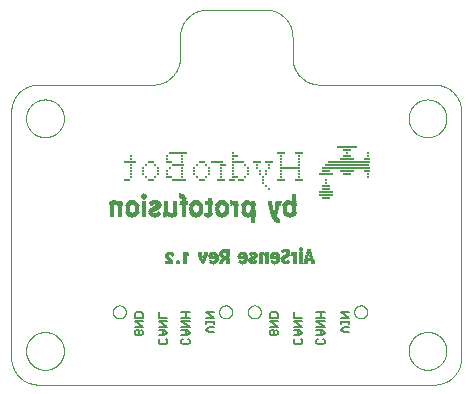
<source format=gbo>
G75*
%MOIN*%
%OFA0B0*%
%FSLAX25Y25*%
%IPPOS*%
%LPD*%
%AMOC8*
5,1,8,0,0,1.08239X$1,22.5*
%
%ADD10C,0.00000*%
%ADD11C,0.00500*%
%ADD12R,0.03000X0.01000*%
%ADD13R,0.05000X0.01000*%
%ADD14R,0.01000X0.01000*%
%ADD15R,0.02000X0.01000*%
%ADD16R,0.16000X0.01000*%
%ADD17R,0.07000X0.01000*%
%ADD18R,0.15000X0.01000*%
%ADD19R,0.04000X0.01000*%
%ADD20R,0.14000X0.01000*%
%ADD21R,0.06000X0.01000*%
%ADD22R,0.00140X0.00070*%
%ADD23R,0.00490X0.00070*%
%ADD24R,0.00700X0.00070*%
%ADD25R,0.01610X0.00070*%
%ADD26R,0.00910X0.00070*%
%ADD27R,0.01050X0.00070*%
%ADD28R,0.01610X0.00070*%
%ADD29R,0.01260X0.00070*%
%ADD30R,0.01400X0.00070*%
%ADD31R,0.01470X0.00070*%
%ADD32R,0.01680X0.00070*%
%ADD33R,0.01750X0.00070*%
%ADD34R,0.01820X0.00070*%
%ADD35R,0.01960X0.00070*%
%ADD36R,0.01960X0.00070*%
%ADD37R,0.02030X0.00070*%
%ADD38R,0.02170X0.00070*%
%ADD39R,0.02240X0.00070*%
%ADD40R,0.02240X0.00070*%
%ADD41R,0.02100X0.00070*%
%ADD42R,0.02030X0.00070*%
%ADD43R,0.01890X0.00070*%
%ADD44R,0.01750X0.00070*%
%ADD45R,0.01680X0.00070*%
%ADD46R,0.00770X0.00070*%
%ADD47R,0.01680X0.00070*%
%ADD48R,0.00210X0.00070*%
%ADD49R,0.01190X0.00070*%
%ADD50R,0.01330X0.00070*%
%ADD51R,0.01400X0.00070*%
%ADD52R,0.00420X0.00070*%
%ADD53R,0.01680X0.00070*%
%ADD54R,0.01540X0.00070*%
%ADD55R,0.01540X0.00070*%
%ADD56R,0.01610X0.00070*%
%ADD57R,0.00630X0.00070*%
%ADD58R,0.01820X0.00070*%
%ADD59R,0.02240X0.00070*%
%ADD60R,0.01610X0.00070*%
%ADD61R,0.01890X0.00070*%
%ADD62R,0.01890X0.00070*%
%ADD63R,0.00840X0.00070*%
%ADD64R,0.02170X0.00070*%
%ADD65R,0.01540X0.00070*%
%ADD66R,0.02590X0.00070*%
%ADD67R,0.01960X0.00070*%
%ADD68R,0.02310X0.00070*%
%ADD69R,0.02100X0.00070*%
%ADD70R,0.00910X0.00070*%
%ADD71R,0.02450X0.00070*%
%ADD72R,0.02310X0.00070*%
%ADD73R,0.02870X0.00070*%
%ADD74R,0.03780X0.00070*%
%ADD75R,0.02520X0.00070*%
%ADD76R,0.02520X0.00070*%
%ADD77R,0.02380X0.00070*%
%ADD78R,0.01050X0.00070*%
%ADD79R,0.02730X0.00070*%
%ADD80R,0.03080X0.00070*%
%ADD81R,0.03850X0.00070*%
%ADD82R,0.02310X0.00070*%
%ADD83R,0.02660X0.00070*%
%ADD84R,0.02590X0.00070*%
%ADD85R,0.01120X0.00070*%
%ADD86R,0.02940X0.00070*%
%ADD87R,0.03220X0.00070*%
%ADD88R,0.01820X0.00070*%
%ADD89R,0.03920X0.00070*%
%ADD90R,0.02870X0.00070*%
%ADD91R,0.02730X0.00070*%
%ADD92R,0.01260X0.00070*%
%ADD93R,0.03150X0.00070*%
%ADD94R,0.03430X0.00070*%
%ADD95R,0.01820X0.00070*%
%ADD96R,0.03990X0.00070*%
%ADD97R,0.03010X0.00070*%
%ADD98R,0.02310X0.00070*%
%ADD99R,0.02940X0.00070*%
%ADD100R,0.03360X0.00070*%
%ADD101R,0.03010X0.00070*%
%ADD102R,0.03640X0.00070*%
%ADD103R,0.04060X0.00070*%
%ADD104R,0.02380X0.00070*%
%ADD105R,0.04410X0.00070*%
%ADD106R,0.03500X0.00070*%
%ADD107R,0.03780X0.00070*%
%ADD108R,0.04130X0.00070*%
%ADD109R,0.03290X0.00070*%
%ADD110R,0.04550X0.00070*%
%ADD111R,0.03640X0.00070*%
%ADD112R,0.03290X0.00070*%
%ADD113R,0.03920X0.00070*%
%ADD114R,0.04200X0.00070*%
%ADD115R,0.02380X0.00070*%
%ADD116R,0.03710X0.00070*%
%ADD117R,0.03990X0.00070*%
%ADD118R,0.02030X0.00070*%
%ADD119R,0.04200X0.00070*%
%ADD120R,0.03570X0.00070*%
%ADD121R,0.02380X0.00070*%
%ADD122R,0.04620X0.00070*%
%ADD123R,0.03710X0.00070*%
%ADD124R,0.04060X0.00070*%
%ADD125R,0.04270X0.00070*%
%ADD126R,0.03640X0.00070*%
%ADD127R,0.02170X0.00070*%
%ADD128R,0.04340X0.00070*%
%ADD129R,0.03780X0.00070*%
%ADD130R,0.04480X0.00070*%
%ADD131R,0.03710X0.00070*%
%ADD132R,0.02170X0.00070*%
%ADD133R,0.04340X0.00070*%
%ADD134R,0.04410X0.00070*%
%ADD135R,0.04410X0.00070*%
%ADD136R,0.03920X0.00070*%
%ADD137R,0.04480X0.00070*%
%ADD138R,0.03710X0.00070*%
%ADD139R,0.03640X0.00070*%
%ADD140R,0.03990X0.00070*%
%ADD141R,0.04060X0.00070*%
%ADD142R,0.01330X0.00070*%
%ADD143R,0.00140X0.00070*%
%ADD144R,0.02240X0.00070*%
%ADD145R,0.02450X0.00070*%
%ADD146R,0.01960X0.00070*%
%ADD147R,0.02520X0.00070*%
%ADD148R,0.00560X0.00070*%
%ADD149R,0.00350X0.00070*%
%ADD150R,0.00140X0.00070*%
%ADD151R,0.01540X0.00070*%
%ADD152R,0.00070X0.00070*%
%ADD153R,0.02730X0.00070*%
%ADD154R,0.02870X0.00070*%
%ADD155R,0.01470X0.00070*%
%ADD156R,0.01470X0.00070*%
%ADD157R,0.02800X0.00070*%
%ADD158R,0.01470X0.00070*%
%ADD159R,0.03010X0.00070*%
%ADD160R,0.03080X0.00070*%
%ADD161R,0.02940X0.00070*%
%ADD162R,0.02870X0.00070*%
%ADD163R,0.02730X0.00070*%
%ADD164R,0.00280X0.00070*%
%ADD165R,0.00560X0.00070*%
%ADD166R,0.04480X0.00070*%
%ADD167R,0.01190X0.00070*%
%ADD168R,0.04480X0.00070*%
%ADD169R,0.03990X0.00070*%
%ADD170R,0.02800X0.00070*%
%ADD171R,0.03850X0.00070*%
%ADD172R,0.03920X0.00070*%
%ADD173R,0.04270X0.00070*%
%ADD174R,0.03570X0.00070*%
%ADD175R,0.03500X0.00070*%
%ADD176R,0.04340X0.00070*%
%ADD177R,0.04130X0.00070*%
%ADD178R,0.03430X0.00070*%
%ADD179R,0.03360X0.00070*%
%ADD180R,0.04340X0.00070*%
%ADD181R,0.03150X0.00070*%
%ADD182R,0.03360X0.00070*%
%ADD183R,0.03290X0.00070*%
%ADD184R,0.03010X0.00070*%
%ADD185R,0.02660X0.00070*%
%ADD186R,0.01120X0.00070*%
%ADD187R,0.00980X0.00070*%
%ADD188R,0.02030X0.00070*%
%ADD189R,0.00980X0.00070*%
%ADD190R,0.00630X0.00070*%
%ADD191R,0.01330X0.00070*%
%ADD192R,0.01120X0.00070*%
%ADD193R,0.00490X0.00070*%
%ADD194R,0.00280X0.00070*%
%ADD195R,0.00630X0.00070*%
%ADD196R,0.00840X0.00070*%
%ADD197R,0.00770X0.00070*%
%ADD198R,0.00280X0.00040*%
%ADD199R,0.00720X0.00040*%
%ADD200R,0.00760X0.00040*%
%ADD201R,0.00800X0.00040*%
%ADD202R,0.00760X0.00040*%
%ADD203R,0.00440X0.00040*%
%ADD204R,0.01040X0.00040*%
%ADD205R,0.01080X0.00040*%
%ADD206R,0.00640X0.00040*%
%ADD207R,0.01120X0.00040*%
%ADD208R,0.01160X0.00040*%
%ADD209R,0.01280X0.00040*%
%ADD210R,0.01120X0.00040*%
%ADD211R,0.00960X0.00040*%
%ADD212R,0.01280X0.00040*%
%ADD213R,0.02800X0.00040*%
%ADD214R,0.01440X0.00040*%
%ADD215R,0.01480X0.00040*%
%ADD216R,0.01000X0.00040*%
%ADD217R,0.01480X0.00040*%
%ADD218R,0.00840X0.00040*%
%ADD219R,0.00880X0.00040*%
%ADD220R,0.01160X0.00040*%
%ADD221R,0.01080X0.00040*%
%ADD222R,0.01600X0.00040*%
%ADD223R,0.01640X0.00040*%
%ADD224R,0.01120X0.00040*%
%ADD225R,0.01000X0.00040*%
%ADD226R,0.00840X0.00040*%
%ADD227R,0.02840X0.00040*%
%ADD228R,0.01800X0.00040*%
%ADD229R,0.01760X0.00040*%
%ADD230R,0.02840X0.00040*%
%ADD231R,0.01160X0.00040*%
%ADD232R,0.01920X0.00040*%
%ADD233R,0.00920X0.00040*%
%ADD234R,0.02040X0.00040*%
%ADD235R,0.02080X0.00040*%
%ADD236R,0.02200X0.00040*%
%ADD237R,0.02160X0.00040*%
%ADD238R,0.01240X0.00040*%
%ADD239R,0.01160X0.00040*%
%ADD240R,0.02280X0.00040*%
%ADD241R,0.02240X0.00040*%
%ADD242R,0.02280X0.00040*%
%ADD243R,0.01240X0.00040*%
%ADD244R,0.02880X0.00040*%
%ADD245R,0.02400X0.00040*%
%ADD246R,0.02360X0.00040*%
%ADD247R,0.01200X0.00040*%
%ADD248R,0.02880X0.00040*%
%ADD249R,0.02480X0.00040*%
%ADD250R,0.02440X0.00040*%
%ADD251R,0.02480X0.00040*%
%ADD252R,0.01320X0.00040*%
%ADD253R,0.02560X0.00040*%
%ADD254R,0.02520X0.00040*%
%ADD255R,0.02560X0.00040*%
%ADD256R,0.02520X0.00040*%
%ADD257R,0.02600X0.00040*%
%ADD258R,0.02920X0.00040*%
%ADD259R,0.02600X0.00040*%
%ADD260R,0.02560X0.00040*%
%ADD261R,0.01320X0.00040*%
%ADD262R,0.02920X0.00040*%
%ADD263R,0.02640X0.00040*%
%ADD264R,0.02640X0.00040*%
%ADD265R,0.01320X0.00040*%
%ADD266R,0.02960X0.00040*%
%ADD267R,0.02640X0.00040*%
%ADD268R,0.01280X0.00040*%
%ADD269R,0.01280X0.00040*%
%ADD270R,0.02960X0.00040*%
%ADD271R,0.01360X0.00040*%
%ADD272R,0.01400X0.00040*%
%ADD273R,0.00880X0.00040*%
%ADD274R,0.00680X0.00040*%
%ADD275R,0.02760X0.00040*%
%ADD276R,0.01120X0.00040*%
%ADD277R,0.00720X0.00040*%
%ADD278R,0.00520X0.00040*%
%ADD279R,0.00560X0.00040*%
%ADD280R,0.01480X0.00040*%
%ADD281R,0.01040X0.00040*%
%ADD282R,0.02720X0.00040*%
%ADD283R,0.00400X0.00040*%
%ADD284R,0.00520X0.00040*%
%ADD285R,0.00280X0.00040*%
%ADD286R,0.00360X0.00040*%
%ADD287R,0.00320X0.00040*%
%ADD288R,0.01560X0.00040*%
%ADD289R,0.00840X0.00040*%
%ADD290R,0.03240X0.00040*%
%ADD291R,0.01080X0.00040*%
%ADD292R,0.00160X0.00040*%
%ADD293R,0.00280X0.00040*%
%ADD294R,0.00200X0.00040*%
%ADD295R,0.00720X0.00040*%
%ADD296R,0.03200X0.00040*%
%ADD297R,0.00320X0.00040*%
%ADD298R,0.00120X0.00040*%
%ADD299R,0.01600X0.00040*%
%ADD300R,0.00560X0.00040*%
%ADD301R,0.03200X0.00040*%
%ADD302R,0.00240X0.00040*%
%ADD303R,0.01080X0.00040*%
%ADD304R,0.00080X0.00040*%
%ADD305R,0.00040X0.00040*%
%ADD306R,0.00360X0.00040*%
%ADD307R,0.03160X0.00040*%
%ADD308R,0.01640X0.00040*%
%ADD309R,0.03120X0.00040*%
%ADD310R,0.00080X0.00040*%
%ADD311R,0.01680X0.00040*%
%ADD312R,0.01720X0.00040*%
%ADD313R,0.01760X0.00040*%
%ADD314R,0.03080X0.00040*%
%ADD315R,0.01760X0.00040*%
%ADD316R,0.03040X0.00040*%
%ADD317R,0.01840X0.00040*%
%ADD318R,0.03000X0.00040*%
%ADD319R,0.01880X0.00040*%
%ADD320R,0.02960X0.00040*%
%ADD321R,0.01920X0.00040*%
%ADD322R,0.02960X0.00040*%
%ADD323R,0.01920X0.00040*%
%ADD324R,0.02920X0.00040*%
%ADD325R,0.02880X0.00040*%
%ADD326R,0.01240X0.00040*%
%ADD327R,0.00960X0.00040*%
%ADD328R,0.02880X0.00040*%
%ADD329R,0.01960X0.00040*%
%ADD330R,0.02400X0.00040*%
%ADD331R,0.00960X0.00040*%
%ADD332R,0.02840X0.00040*%
%ADD333R,0.02000X0.00040*%
%ADD334R,0.02320X0.00040*%
%ADD335R,0.01440X0.00040*%
%ADD336R,0.03280X0.00040*%
%ADD337R,0.02080X0.00040*%
%ADD338R,0.03280X0.00040*%
%ADD339R,0.02120X0.00040*%
%ADD340R,0.01560X0.00040*%
%ADD341R,0.03280X0.00040*%
%ADD342R,0.02120X0.00040*%
%ADD343R,0.02440X0.00040*%
%ADD344R,0.03280X0.00040*%
%ADD345R,0.01200X0.00040*%
%ADD346R,0.01560X0.00040*%
%ADD347R,0.01680X0.00040*%
%ADD348R,0.01720X0.00040*%
%ADD349R,0.02680X0.00040*%
%ADD350R,0.02040X0.00040*%
%ADD351R,0.02040X0.00040*%
%ADD352R,0.01960X0.00040*%
%ADD353R,0.01040X0.00040*%
%ADD354R,0.01840X0.00040*%
%ADD355R,0.03240X0.00040*%
%ADD356R,0.01880X0.00040*%
%ADD357R,0.03240X0.00040*%
%ADD358R,0.03240X0.00040*%
%ADD359R,0.01040X0.00040*%
%ADD360R,0.01400X0.00040*%
%ADD361R,0.01520X0.00040*%
%ADD362R,0.01880X0.00040*%
%ADD363R,0.00080X0.00040*%
%ADD364R,0.00160X0.00040*%
%ADD365R,0.00240X0.00040*%
%ADD366R,0.01800X0.00040*%
%ADD367R,0.00320X0.00040*%
%ADD368R,0.00520X0.00040*%
%ADD369R,0.00600X0.00040*%
%ADD370R,0.00960X0.00040*%
%ADD371R,0.01520X0.00040*%
%ADD372R,0.01840X0.00040*%
%ADD373R,0.00880X0.00040*%
%ADD374R,0.00680X0.00040*%
%ADD375R,0.01520X0.00040*%
%ADD376R,0.03120X0.00040*%
%ADD377R,0.01920X0.00040*%
%ADD378R,0.03080X0.00040*%
%ADD379R,0.02680X0.00040*%
%ADD380R,0.00920X0.00040*%
%ADD381R,0.03080X0.00040*%
%ADD382R,0.03040X0.00040*%
%ADD383R,0.02680X0.00040*%
%ADD384R,0.00920X0.00040*%
%ADD385R,0.02440X0.00040*%
%ADD386R,0.03040X0.00040*%
%ADD387R,0.02280X0.00040*%
%ADD388R,0.02280X0.00040*%
%ADD389R,0.02240X0.00040*%
%ADD390R,0.02120X0.00040*%
%ADD391R,0.01840X0.00040*%
%ADD392R,0.02000X0.00040*%
%ADD393R,0.01760X0.00040*%
%ADD394R,0.02160X0.00040*%
%ADD395R,0.00680X0.00040*%
%ADD396R,0.00080X0.00040*%
%ADD397R,0.00360X0.00040*%
%ADD398R,0.00040X0.00040*%
%ADD399R,0.00440X0.00040*%
%ADD400R,0.00040X0.00040*%
%ADD401R,0.03120X0.00040*%
%ADD402R,0.03080X0.00040*%
%ADD403R,0.01520X0.00040*%
%ADD404R,0.03000X0.00040*%
%ADD405R,0.02720X0.00040*%
%ADD406R,0.02760X0.00040*%
%ADD407R,0.02680X0.00040*%
%ADD408R,0.01360X0.00040*%
%ADD409R,0.02720X0.00040*%
D10*
X0014550Y0006924D02*
X0146550Y0006924D01*
X0146767Y0006927D01*
X0146985Y0006935D01*
X0147202Y0006948D01*
X0147419Y0006966D01*
X0147635Y0006990D01*
X0147850Y0007018D01*
X0148065Y0007052D01*
X0148279Y0007092D01*
X0148492Y0007136D01*
X0148704Y0007186D01*
X0148914Y0007240D01*
X0149124Y0007300D01*
X0149331Y0007364D01*
X0149537Y0007434D01*
X0149741Y0007509D01*
X0149944Y0007588D01*
X0150144Y0007673D01*
X0150343Y0007762D01*
X0150539Y0007856D01*
X0150733Y0007955D01*
X0150924Y0008058D01*
X0151113Y0008166D01*
X0151299Y0008279D01*
X0151482Y0008396D01*
X0151663Y0008517D01*
X0151840Y0008643D01*
X0152014Y0008773D01*
X0152186Y0008907D01*
X0152354Y0009045D01*
X0152518Y0009187D01*
X0152679Y0009334D01*
X0152837Y0009484D01*
X0152990Y0009637D01*
X0153140Y0009795D01*
X0153287Y0009956D01*
X0153429Y0010120D01*
X0153567Y0010288D01*
X0153701Y0010460D01*
X0153831Y0010634D01*
X0153957Y0010811D01*
X0154078Y0010992D01*
X0154195Y0011175D01*
X0154308Y0011361D01*
X0154416Y0011550D01*
X0154519Y0011741D01*
X0154618Y0011935D01*
X0154712Y0012131D01*
X0154801Y0012330D01*
X0154886Y0012530D01*
X0154965Y0012733D01*
X0155040Y0012937D01*
X0155110Y0013143D01*
X0155174Y0013350D01*
X0155234Y0013560D01*
X0155288Y0013770D01*
X0155338Y0013982D01*
X0155382Y0014195D01*
X0155422Y0014409D01*
X0155456Y0014624D01*
X0155484Y0014839D01*
X0155508Y0015055D01*
X0155526Y0015272D01*
X0155539Y0015489D01*
X0155547Y0015707D01*
X0155550Y0015924D01*
X0155550Y0097924D01*
X0155547Y0098141D01*
X0155539Y0098359D01*
X0155526Y0098576D01*
X0155508Y0098793D01*
X0155484Y0099009D01*
X0155456Y0099224D01*
X0155422Y0099439D01*
X0155382Y0099653D01*
X0155338Y0099866D01*
X0155288Y0100078D01*
X0155234Y0100288D01*
X0155174Y0100498D01*
X0155110Y0100705D01*
X0155040Y0100911D01*
X0154965Y0101115D01*
X0154886Y0101318D01*
X0154801Y0101518D01*
X0154712Y0101717D01*
X0154618Y0101913D01*
X0154519Y0102107D01*
X0154416Y0102298D01*
X0154308Y0102487D01*
X0154195Y0102673D01*
X0154078Y0102856D01*
X0153957Y0103037D01*
X0153831Y0103214D01*
X0153701Y0103388D01*
X0153567Y0103560D01*
X0153429Y0103728D01*
X0153287Y0103892D01*
X0153140Y0104053D01*
X0152990Y0104211D01*
X0152837Y0104364D01*
X0152679Y0104514D01*
X0152518Y0104661D01*
X0152354Y0104803D01*
X0152186Y0104941D01*
X0152014Y0105075D01*
X0151840Y0105205D01*
X0151663Y0105331D01*
X0151482Y0105452D01*
X0151299Y0105569D01*
X0151113Y0105682D01*
X0150924Y0105790D01*
X0150733Y0105893D01*
X0150539Y0105992D01*
X0150343Y0106086D01*
X0150144Y0106175D01*
X0149944Y0106260D01*
X0149741Y0106339D01*
X0149537Y0106414D01*
X0149331Y0106484D01*
X0149124Y0106548D01*
X0148914Y0106608D01*
X0148704Y0106662D01*
X0148492Y0106712D01*
X0148279Y0106756D01*
X0148065Y0106796D01*
X0147850Y0106830D01*
X0147635Y0106858D01*
X0147419Y0106882D01*
X0147202Y0106900D01*
X0146985Y0106913D01*
X0146767Y0106921D01*
X0146550Y0106924D01*
X0108300Y0106924D01*
X0108083Y0106927D01*
X0107865Y0106935D01*
X0107648Y0106948D01*
X0107431Y0106966D01*
X0107215Y0106990D01*
X0107000Y0107018D01*
X0106785Y0107052D01*
X0106571Y0107092D01*
X0106358Y0107136D01*
X0106146Y0107186D01*
X0105936Y0107240D01*
X0105726Y0107300D01*
X0105519Y0107364D01*
X0105313Y0107434D01*
X0105109Y0107509D01*
X0104906Y0107588D01*
X0104706Y0107673D01*
X0104507Y0107762D01*
X0104311Y0107856D01*
X0104117Y0107955D01*
X0103926Y0108058D01*
X0103737Y0108166D01*
X0103551Y0108279D01*
X0103368Y0108396D01*
X0103187Y0108517D01*
X0103010Y0108643D01*
X0102836Y0108773D01*
X0102664Y0108907D01*
X0102496Y0109045D01*
X0102332Y0109187D01*
X0102171Y0109334D01*
X0102013Y0109484D01*
X0101860Y0109637D01*
X0101710Y0109795D01*
X0101563Y0109956D01*
X0101421Y0110120D01*
X0101283Y0110288D01*
X0101149Y0110460D01*
X0101019Y0110634D01*
X0100893Y0110811D01*
X0100772Y0110992D01*
X0100655Y0111175D01*
X0100542Y0111361D01*
X0100434Y0111550D01*
X0100331Y0111741D01*
X0100232Y0111935D01*
X0100138Y0112131D01*
X0100049Y0112330D01*
X0099964Y0112530D01*
X0099885Y0112733D01*
X0099810Y0112937D01*
X0099740Y0113143D01*
X0099676Y0113350D01*
X0099616Y0113560D01*
X0099562Y0113770D01*
X0099512Y0113982D01*
X0099468Y0114195D01*
X0099428Y0114409D01*
X0099394Y0114624D01*
X0099366Y0114839D01*
X0099342Y0115055D01*
X0099324Y0115272D01*
X0099311Y0115489D01*
X0099303Y0115707D01*
X0099300Y0115924D01*
X0099300Y0122924D01*
X0099297Y0123141D01*
X0099289Y0123359D01*
X0099276Y0123576D01*
X0099258Y0123793D01*
X0099234Y0124009D01*
X0099206Y0124224D01*
X0099172Y0124439D01*
X0099132Y0124653D01*
X0099088Y0124866D01*
X0099038Y0125078D01*
X0098984Y0125288D01*
X0098924Y0125498D01*
X0098860Y0125705D01*
X0098790Y0125911D01*
X0098715Y0126115D01*
X0098636Y0126318D01*
X0098551Y0126518D01*
X0098462Y0126717D01*
X0098368Y0126913D01*
X0098269Y0127107D01*
X0098166Y0127298D01*
X0098058Y0127487D01*
X0097945Y0127673D01*
X0097828Y0127856D01*
X0097707Y0128037D01*
X0097581Y0128214D01*
X0097451Y0128388D01*
X0097317Y0128560D01*
X0097179Y0128728D01*
X0097037Y0128892D01*
X0096890Y0129053D01*
X0096740Y0129211D01*
X0096587Y0129364D01*
X0096429Y0129514D01*
X0096268Y0129661D01*
X0096104Y0129803D01*
X0095936Y0129941D01*
X0095764Y0130075D01*
X0095590Y0130205D01*
X0095413Y0130331D01*
X0095232Y0130452D01*
X0095049Y0130569D01*
X0094863Y0130682D01*
X0094674Y0130790D01*
X0094483Y0130893D01*
X0094289Y0130992D01*
X0094093Y0131086D01*
X0093894Y0131175D01*
X0093694Y0131260D01*
X0093491Y0131339D01*
X0093287Y0131414D01*
X0093081Y0131484D01*
X0092874Y0131548D01*
X0092664Y0131608D01*
X0092454Y0131662D01*
X0092242Y0131712D01*
X0092029Y0131756D01*
X0091815Y0131796D01*
X0091600Y0131830D01*
X0091385Y0131858D01*
X0091169Y0131882D01*
X0090952Y0131900D01*
X0090735Y0131913D01*
X0090517Y0131921D01*
X0090300Y0131924D01*
X0070800Y0131924D01*
X0070583Y0131921D01*
X0070365Y0131913D01*
X0070148Y0131900D01*
X0069931Y0131882D01*
X0069715Y0131858D01*
X0069500Y0131830D01*
X0069285Y0131796D01*
X0069071Y0131756D01*
X0068858Y0131712D01*
X0068646Y0131662D01*
X0068436Y0131608D01*
X0068226Y0131548D01*
X0068019Y0131484D01*
X0067813Y0131414D01*
X0067609Y0131339D01*
X0067406Y0131260D01*
X0067206Y0131175D01*
X0067007Y0131086D01*
X0066811Y0130992D01*
X0066617Y0130893D01*
X0066426Y0130790D01*
X0066237Y0130682D01*
X0066051Y0130569D01*
X0065868Y0130452D01*
X0065687Y0130331D01*
X0065510Y0130205D01*
X0065336Y0130075D01*
X0065164Y0129941D01*
X0064996Y0129803D01*
X0064832Y0129661D01*
X0064671Y0129514D01*
X0064513Y0129364D01*
X0064360Y0129211D01*
X0064210Y0129053D01*
X0064063Y0128892D01*
X0063921Y0128728D01*
X0063783Y0128560D01*
X0063649Y0128388D01*
X0063519Y0128214D01*
X0063393Y0128037D01*
X0063272Y0127856D01*
X0063155Y0127673D01*
X0063042Y0127487D01*
X0062934Y0127298D01*
X0062831Y0127107D01*
X0062732Y0126913D01*
X0062638Y0126717D01*
X0062549Y0126518D01*
X0062464Y0126318D01*
X0062385Y0126115D01*
X0062310Y0125911D01*
X0062240Y0125705D01*
X0062176Y0125498D01*
X0062116Y0125288D01*
X0062062Y0125078D01*
X0062012Y0124866D01*
X0061968Y0124653D01*
X0061928Y0124439D01*
X0061894Y0124224D01*
X0061866Y0124009D01*
X0061842Y0123793D01*
X0061824Y0123576D01*
X0061811Y0123359D01*
X0061803Y0123141D01*
X0061800Y0122924D01*
X0061800Y0115924D01*
X0061797Y0115707D01*
X0061789Y0115489D01*
X0061776Y0115272D01*
X0061758Y0115055D01*
X0061734Y0114839D01*
X0061706Y0114624D01*
X0061672Y0114409D01*
X0061632Y0114195D01*
X0061588Y0113982D01*
X0061538Y0113770D01*
X0061484Y0113560D01*
X0061424Y0113350D01*
X0061360Y0113143D01*
X0061290Y0112937D01*
X0061215Y0112733D01*
X0061136Y0112530D01*
X0061051Y0112330D01*
X0060962Y0112131D01*
X0060868Y0111935D01*
X0060769Y0111741D01*
X0060666Y0111550D01*
X0060558Y0111361D01*
X0060445Y0111175D01*
X0060328Y0110992D01*
X0060207Y0110811D01*
X0060081Y0110634D01*
X0059951Y0110460D01*
X0059817Y0110288D01*
X0059679Y0110120D01*
X0059537Y0109956D01*
X0059390Y0109795D01*
X0059240Y0109637D01*
X0059087Y0109484D01*
X0058929Y0109334D01*
X0058768Y0109187D01*
X0058604Y0109045D01*
X0058436Y0108907D01*
X0058264Y0108773D01*
X0058090Y0108643D01*
X0057913Y0108517D01*
X0057732Y0108396D01*
X0057549Y0108279D01*
X0057363Y0108166D01*
X0057174Y0108058D01*
X0056983Y0107955D01*
X0056789Y0107856D01*
X0056593Y0107762D01*
X0056394Y0107673D01*
X0056194Y0107588D01*
X0055991Y0107509D01*
X0055787Y0107434D01*
X0055581Y0107364D01*
X0055374Y0107300D01*
X0055164Y0107240D01*
X0054954Y0107186D01*
X0054742Y0107136D01*
X0054529Y0107092D01*
X0054315Y0107052D01*
X0054100Y0107018D01*
X0053885Y0106990D01*
X0053669Y0106966D01*
X0053452Y0106948D01*
X0053235Y0106935D01*
X0053017Y0106927D01*
X0052800Y0106924D01*
X0014550Y0106924D01*
X0014333Y0106921D01*
X0014115Y0106913D01*
X0013898Y0106900D01*
X0013681Y0106882D01*
X0013465Y0106858D01*
X0013250Y0106830D01*
X0013035Y0106796D01*
X0012821Y0106756D01*
X0012608Y0106712D01*
X0012396Y0106662D01*
X0012186Y0106608D01*
X0011976Y0106548D01*
X0011769Y0106484D01*
X0011563Y0106414D01*
X0011359Y0106339D01*
X0011156Y0106260D01*
X0010956Y0106175D01*
X0010757Y0106086D01*
X0010561Y0105992D01*
X0010367Y0105893D01*
X0010176Y0105790D01*
X0009987Y0105682D01*
X0009801Y0105569D01*
X0009618Y0105452D01*
X0009437Y0105331D01*
X0009260Y0105205D01*
X0009086Y0105075D01*
X0008914Y0104941D01*
X0008746Y0104803D01*
X0008582Y0104661D01*
X0008421Y0104514D01*
X0008263Y0104364D01*
X0008110Y0104211D01*
X0007960Y0104053D01*
X0007813Y0103892D01*
X0007671Y0103728D01*
X0007533Y0103560D01*
X0007399Y0103388D01*
X0007269Y0103214D01*
X0007143Y0103037D01*
X0007022Y0102856D01*
X0006905Y0102673D01*
X0006792Y0102487D01*
X0006684Y0102298D01*
X0006581Y0102107D01*
X0006482Y0101913D01*
X0006388Y0101717D01*
X0006299Y0101518D01*
X0006214Y0101318D01*
X0006135Y0101115D01*
X0006060Y0100911D01*
X0005990Y0100705D01*
X0005926Y0100498D01*
X0005866Y0100288D01*
X0005812Y0100078D01*
X0005762Y0099866D01*
X0005718Y0099653D01*
X0005678Y0099439D01*
X0005644Y0099224D01*
X0005616Y0099009D01*
X0005592Y0098793D01*
X0005574Y0098576D01*
X0005561Y0098359D01*
X0005553Y0098141D01*
X0005550Y0097924D01*
X0005550Y0015924D01*
X0005553Y0015707D01*
X0005561Y0015489D01*
X0005574Y0015272D01*
X0005592Y0015055D01*
X0005616Y0014839D01*
X0005644Y0014624D01*
X0005678Y0014409D01*
X0005718Y0014195D01*
X0005762Y0013982D01*
X0005812Y0013770D01*
X0005866Y0013560D01*
X0005926Y0013350D01*
X0005990Y0013143D01*
X0006060Y0012937D01*
X0006135Y0012733D01*
X0006214Y0012530D01*
X0006299Y0012330D01*
X0006388Y0012131D01*
X0006482Y0011935D01*
X0006581Y0011741D01*
X0006684Y0011550D01*
X0006792Y0011361D01*
X0006905Y0011175D01*
X0007022Y0010992D01*
X0007143Y0010811D01*
X0007269Y0010634D01*
X0007399Y0010460D01*
X0007533Y0010288D01*
X0007671Y0010120D01*
X0007813Y0009956D01*
X0007960Y0009795D01*
X0008110Y0009637D01*
X0008263Y0009484D01*
X0008421Y0009334D01*
X0008582Y0009187D01*
X0008746Y0009045D01*
X0008914Y0008907D01*
X0009086Y0008773D01*
X0009260Y0008643D01*
X0009437Y0008517D01*
X0009618Y0008396D01*
X0009801Y0008279D01*
X0009987Y0008166D01*
X0010176Y0008058D01*
X0010367Y0007955D01*
X0010561Y0007856D01*
X0010757Y0007762D01*
X0010956Y0007673D01*
X0011156Y0007588D01*
X0011359Y0007509D01*
X0011563Y0007434D01*
X0011769Y0007364D01*
X0011976Y0007300D01*
X0012186Y0007240D01*
X0012396Y0007186D01*
X0012608Y0007136D01*
X0012821Y0007092D01*
X0013035Y0007052D01*
X0013250Y0007018D01*
X0013465Y0006990D01*
X0013681Y0006966D01*
X0013898Y0006948D01*
X0014115Y0006935D01*
X0014333Y0006927D01*
X0014550Y0006924D01*
X0010501Y0018174D02*
X0010503Y0018332D01*
X0010509Y0018490D01*
X0010519Y0018648D01*
X0010533Y0018806D01*
X0010551Y0018963D01*
X0010572Y0019120D01*
X0010598Y0019276D01*
X0010628Y0019432D01*
X0010661Y0019587D01*
X0010699Y0019740D01*
X0010740Y0019893D01*
X0010785Y0020045D01*
X0010834Y0020196D01*
X0010887Y0020345D01*
X0010943Y0020493D01*
X0011003Y0020639D01*
X0011067Y0020784D01*
X0011135Y0020927D01*
X0011206Y0021069D01*
X0011280Y0021209D01*
X0011358Y0021346D01*
X0011440Y0021482D01*
X0011524Y0021616D01*
X0011613Y0021747D01*
X0011704Y0021876D01*
X0011799Y0022003D01*
X0011896Y0022128D01*
X0011997Y0022250D01*
X0012101Y0022369D01*
X0012208Y0022486D01*
X0012318Y0022600D01*
X0012431Y0022711D01*
X0012546Y0022820D01*
X0012664Y0022925D01*
X0012785Y0023027D01*
X0012908Y0023127D01*
X0013034Y0023223D01*
X0013162Y0023316D01*
X0013292Y0023406D01*
X0013425Y0023492D01*
X0013560Y0023576D01*
X0013696Y0023655D01*
X0013835Y0023732D01*
X0013976Y0023804D01*
X0014118Y0023874D01*
X0014262Y0023939D01*
X0014408Y0024001D01*
X0014555Y0024059D01*
X0014704Y0024114D01*
X0014854Y0024165D01*
X0015005Y0024212D01*
X0015157Y0024255D01*
X0015310Y0024294D01*
X0015465Y0024330D01*
X0015620Y0024361D01*
X0015776Y0024389D01*
X0015932Y0024413D01*
X0016089Y0024433D01*
X0016247Y0024449D01*
X0016404Y0024461D01*
X0016563Y0024469D01*
X0016721Y0024473D01*
X0016879Y0024473D01*
X0017037Y0024469D01*
X0017196Y0024461D01*
X0017353Y0024449D01*
X0017511Y0024433D01*
X0017668Y0024413D01*
X0017824Y0024389D01*
X0017980Y0024361D01*
X0018135Y0024330D01*
X0018290Y0024294D01*
X0018443Y0024255D01*
X0018595Y0024212D01*
X0018746Y0024165D01*
X0018896Y0024114D01*
X0019045Y0024059D01*
X0019192Y0024001D01*
X0019338Y0023939D01*
X0019482Y0023874D01*
X0019624Y0023804D01*
X0019765Y0023732D01*
X0019904Y0023655D01*
X0020040Y0023576D01*
X0020175Y0023492D01*
X0020308Y0023406D01*
X0020438Y0023316D01*
X0020566Y0023223D01*
X0020692Y0023127D01*
X0020815Y0023027D01*
X0020936Y0022925D01*
X0021054Y0022820D01*
X0021169Y0022711D01*
X0021282Y0022600D01*
X0021392Y0022486D01*
X0021499Y0022369D01*
X0021603Y0022250D01*
X0021704Y0022128D01*
X0021801Y0022003D01*
X0021896Y0021876D01*
X0021987Y0021747D01*
X0022076Y0021616D01*
X0022160Y0021482D01*
X0022242Y0021346D01*
X0022320Y0021209D01*
X0022394Y0021069D01*
X0022465Y0020927D01*
X0022533Y0020784D01*
X0022597Y0020639D01*
X0022657Y0020493D01*
X0022713Y0020345D01*
X0022766Y0020196D01*
X0022815Y0020045D01*
X0022860Y0019893D01*
X0022901Y0019740D01*
X0022939Y0019587D01*
X0022972Y0019432D01*
X0023002Y0019276D01*
X0023028Y0019120D01*
X0023049Y0018963D01*
X0023067Y0018806D01*
X0023081Y0018648D01*
X0023091Y0018490D01*
X0023097Y0018332D01*
X0023099Y0018174D01*
X0023097Y0018016D01*
X0023091Y0017858D01*
X0023081Y0017700D01*
X0023067Y0017542D01*
X0023049Y0017385D01*
X0023028Y0017228D01*
X0023002Y0017072D01*
X0022972Y0016916D01*
X0022939Y0016761D01*
X0022901Y0016608D01*
X0022860Y0016455D01*
X0022815Y0016303D01*
X0022766Y0016152D01*
X0022713Y0016003D01*
X0022657Y0015855D01*
X0022597Y0015709D01*
X0022533Y0015564D01*
X0022465Y0015421D01*
X0022394Y0015279D01*
X0022320Y0015139D01*
X0022242Y0015002D01*
X0022160Y0014866D01*
X0022076Y0014732D01*
X0021987Y0014601D01*
X0021896Y0014472D01*
X0021801Y0014345D01*
X0021704Y0014220D01*
X0021603Y0014098D01*
X0021499Y0013979D01*
X0021392Y0013862D01*
X0021282Y0013748D01*
X0021169Y0013637D01*
X0021054Y0013528D01*
X0020936Y0013423D01*
X0020815Y0013321D01*
X0020692Y0013221D01*
X0020566Y0013125D01*
X0020438Y0013032D01*
X0020308Y0012942D01*
X0020175Y0012856D01*
X0020040Y0012772D01*
X0019904Y0012693D01*
X0019765Y0012616D01*
X0019624Y0012544D01*
X0019482Y0012474D01*
X0019338Y0012409D01*
X0019192Y0012347D01*
X0019045Y0012289D01*
X0018896Y0012234D01*
X0018746Y0012183D01*
X0018595Y0012136D01*
X0018443Y0012093D01*
X0018290Y0012054D01*
X0018135Y0012018D01*
X0017980Y0011987D01*
X0017824Y0011959D01*
X0017668Y0011935D01*
X0017511Y0011915D01*
X0017353Y0011899D01*
X0017196Y0011887D01*
X0017037Y0011879D01*
X0016879Y0011875D01*
X0016721Y0011875D01*
X0016563Y0011879D01*
X0016404Y0011887D01*
X0016247Y0011899D01*
X0016089Y0011915D01*
X0015932Y0011935D01*
X0015776Y0011959D01*
X0015620Y0011987D01*
X0015465Y0012018D01*
X0015310Y0012054D01*
X0015157Y0012093D01*
X0015005Y0012136D01*
X0014854Y0012183D01*
X0014704Y0012234D01*
X0014555Y0012289D01*
X0014408Y0012347D01*
X0014262Y0012409D01*
X0014118Y0012474D01*
X0013976Y0012544D01*
X0013835Y0012616D01*
X0013696Y0012693D01*
X0013560Y0012772D01*
X0013425Y0012856D01*
X0013292Y0012942D01*
X0013162Y0013032D01*
X0013034Y0013125D01*
X0012908Y0013221D01*
X0012785Y0013321D01*
X0012664Y0013423D01*
X0012546Y0013528D01*
X0012431Y0013637D01*
X0012318Y0013748D01*
X0012208Y0013862D01*
X0012101Y0013979D01*
X0011997Y0014098D01*
X0011896Y0014220D01*
X0011799Y0014345D01*
X0011704Y0014472D01*
X0011613Y0014601D01*
X0011524Y0014732D01*
X0011440Y0014866D01*
X0011358Y0015002D01*
X0011280Y0015139D01*
X0011206Y0015279D01*
X0011135Y0015421D01*
X0011067Y0015564D01*
X0011003Y0015709D01*
X0010943Y0015855D01*
X0010887Y0016003D01*
X0010834Y0016152D01*
X0010785Y0016303D01*
X0010740Y0016455D01*
X0010699Y0016608D01*
X0010661Y0016761D01*
X0010628Y0016916D01*
X0010598Y0017072D01*
X0010572Y0017228D01*
X0010551Y0017385D01*
X0010533Y0017542D01*
X0010519Y0017700D01*
X0010509Y0017858D01*
X0010503Y0018016D01*
X0010501Y0018174D01*
X0039418Y0031156D02*
X0039420Y0031249D01*
X0039426Y0031341D01*
X0039436Y0031433D01*
X0039450Y0031524D01*
X0039467Y0031615D01*
X0039489Y0031705D01*
X0039514Y0031794D01*
X0039543Y0031882D01*
X0039576Y0031968D01*
X0039613Y0032053D01*
X0039653Y0032137D01*
X0039697Y0032218D01*
X0039744Y0032298D01*
X0039794Y0032376D01*
X0039848Y0032451D01*
X0039905Y0032524D01*
X0039965Y0032594D01*
X0040028Y0032662D01*
X0040094Y0032727D01*
X0040162Y0032789D01*
X0040233Y0032849D01*
X0040307Y0032905D01*
X0040383Y0032958D01*
X0040461Y0033007D01*
X0040541Y0033054D01*
X0040623Y0033096D01*
X0040707Y0033136D01*
X0040792Y0033171D01*
X0040879Y0033203D01*
X0040967Y0033232D01*
X0041056Y0033256D01*
X0041146Y0033277D01*
X0041237Y0033293D01*
X0041329Y0033306D01*
X0041421Y0033315D01*
X0041514Y0033320D01*
X0041606Y0033321D01*
X0041699Y0033318D01*
X0041791Y0033311D01*
X0041883Y0033300D01*
X0041974Y0033285D01*
X0042065Y0033267D01*
X0042155Y0033244D01*
X0042243Y0033218D01*
X0042331Y0033188D01*
X0042417Y0033154D01*
X0042501Y0033117D01*
X0042584Y0033075D01*
X0042665Y0033031D01*
X0042745Y0032983D01*
X0042822Y0032932D01*
X0042896Y0032877D01*
X0042969Y0032819D01*
X0043039Y0032759D01*
X0043106Y0032695D01*
X0043170Y0032629D01*
X0043232Y0032559D01*
X0043290Y0032488D01*
X0043345Y0032414D01*
X0043397Y0032337D01*
X0043446Y0032258D01*
X0043492Y0032178D01*
X0043534Y0032095D01*
X0043572Y0032011D01*
X0043607Y0031925D01*
X0043638Y0031838D01*
X0043665Y0031750D01*
X0043688Y0031660D01*
X0043708Y0031570D01*
X0043724Y0031479D01*
X0043736Y0031387D01*
X0043744Y0031295D01*
X0043748Y0031202D01*
X0043748Y0031110D01*
X0043744Y0031017D01*
X0043736Y0030925D01*
X0043724Y0030833D01*
X0043708Y0030742D01*
X0043688Y0030652D01*
X0043665Y0030562D01*
X0043638Y0030474D01*
X0043607Y0030387D01*
X0043572Y0030301D01*
X0043534Y0030217D01*
X0043492Y0030134D01*
X0043446Y0030054D01*
X0043397Y0029975D01*
X0043345Y0029898D01*
X0043290Y0029824D01*
X0043232Y0029753D01*
X0043170Y0029683D01*
X0043106Y0029617D01*
X0043039Y0029553D01*
X0042969Y0029493D01*
X0042896Y0029435D01*
X0042822Y0029380D01*
X0042745Y0029329D01*
X0042666Y0029281D01*
X0042584Y0029237D01*
X0042501Y0029195D01*
X0042417Y0029158D01*
X0042331Y0029124D01*
X0042243Y0029094D01*
X0042155Y0029068D01*
X0042065Y0029045D01*
X0041974Y0029027D01*
X0041883Y0029012D01*
X0041791Y0029001D01*
X0041699Y0028994D01*
X0041606Y0028991D01*
X0041514Y0028992D01*
X0041421Y0028997D01*
X0041329Y0029006D01*
X0041237Y0029019D01*
X0041146Y0029035D01*
X0041056Y0029056D01*
X0040967Y0029080D01*
X0040879Y0029109D01*
X0040792Y0029141D01*
X0040707Y0029176D01*
X0040623Y0029216D01*
X0040541Y0029258D01*
X0040461Y0029305D01*
X0040383Y0029354D01*
X0040307Y0029407D01*
X0040233Y0029463D01*
X0040162Y0029523D01*
X0040094Y0029585D01*
X0040028Y0029650D01*
X0039965Y0029718D01*
X0039905Y0029788D01*
X0039848Y0029861D01*
X0039794Y0029936D01*
X0039744Y0030014D01*
X0039697Y0030094D01*
X0039653Y0030175D01*
X0039613Y0030259D01*
X0039576Y0030344D01*
X0039543Y0030430D01*
X0039514Y0030518D01*
X0039489Y0030607D01*
X0039467Y0030697D01*
X0039450Y0030788D01*
X0039436Y0030879D01*
X0039426Y0030971D01*
X0039420Y0031063D01*
X0039418Y0031156D01*
X0074852Y0031156D02*
X0074854Y0031249D01*
X0074860Y0031341D01*
X0074870Y0031433D01*
X0074884Y0031524D01*
X0074901Y0031615D01*
X0074923Y0031705D01*
X0074948Y0031794D01*
X0074977Y0031882D01*
X0075010Y0031968D01*
X0075047Y0032053D01*
X0075087Y0032137D01*
X0075131Y0032218D01*
X0075178Y0032298D01*
X0075228Y0032376D01*
X0075282Y0032451D01*
X0075339Y0032524D01*
X0075399Y0032594D01*
X0075462Y0032662D01*
X0075528Y0032727D01*
X0075596Y0032789D01*
X0075667Y0032849D01*
X0075741Y0032905D01*
X0075817Y0032958D01*
X0075895Y0033007D01*
X0075975Y0033054D01*
X0076057Y0033096D01*
X0076141Y0033136D01*
X0076226Y0033171D01*
X0076313Y0033203D01*
X0076401Y0033232D01*
X0076490Y0033256D01*
X0076580Y0033277D01*
X0076671Y0033293D01*
X0076763Y0033306D01*
X0076855Y0033315D01*
X0076948Y0033320D01*
X0077040Y0033321D01*
X0077133Y0033318D01*
X0077225Y0033311D01*
X0077317Y0033300D01*
X0077408Y0033285D01*
X0077499Y0033267D01*
X0077589Y0033244D01*
X0077677Y0033218D01*
X0077765Y0033188D01*
X0077851Y0033154D01*
X0077935Y0033117D01*
X0078018Y0033075D01*
X0078099Y0033031D01*
X0078179Y0032983D01*
X0078256Y0032932D01*
X0078330Y0032877D01*
X0078403Y0032819D01*
X0078473Y0032759D01*
X0078540Y0032695D01*
X0078604Y0032629D01*
X0078666Y0032559D01*
X0078724Y0032488D01*
X0078779Y0032414D01*
X0078831Y0032337D01*
X0078880Y0032258D01*
X0078926Y0032178D01*
X0078968Y0032095D01*
X0079006Y0032011D01*
X0079041Y0031925D01*
X0079072Y0031838D01*
X0079099Y0031750D01*
X0079122Y0031660D01*
X0079142Y0031570D01*
X0079158Y0031479D01*
X0079170Y0031387D01*
X0079178Y0031295D01*
X0079182Y0031202D01*
X0079182Y0031110D01*
X0079178Y0031017D01*
X0079170Y0030925D01*
X0079158Y0030833D01*
X0079142Y0030742D01*
X0079122Y0030652D01*
X0079099Y0030562D01*
X0079072Y0030474D01*
X0079041Y0030387D01*
X0079006Y0030301D01*
X0078968Y0030217D01*
X0078926Y0030134D01*
X0078880Y0030054D01*
X0078831Y0029975D01*
X0078779Y0029898D01*
X0078724Y0029824D01*
X0078666Y0029753D01*
X0078604Y0029683D01*
X0078540Y0029617D01*
X0078473Y0029553D01*
X0078403Y0029493D01*
X0078330Y0029435D01*
X0078256Y0029380D01*
X0078179Y0029329D01*
X0078100Y0029281D01*
X0078018Y0029237D01*
X0077935Y0029195D01*
X0077851Y0029158D01*
X0077765Y0029124D01*
X0077677Y0029094D01*
X0077589Y0029068D01*
X0077499Y0029045D01*
X0077408Y0029027D01*
X0077317Y0029012D01*
X0077225Y0029001D01*
X0077133Y0028994D01*
X0077040Y0028991D01*
X0076948Y0028992D01*
X0076855Y0028997D01*
X0076763Y0029006D01*
X0076671Y0029019D01*
X0076580Y0029035D01*
X0076490Y0029056D01*
X0076401Y0029080D01*
X0076313Y0029109D01*
X0076226Y0029141D01*
X0076141Y0029176D01*
X0076057Y0029216D01*
X0075975Y0029258D01*
X0075895Y0029305D01*
X0075817Y0029354D01*
X0075741Y0029407D01*
X0075667Y0029463D01*
X0075596Y0029523D01*
X0075528Y0029585D01*
X0075462Y0029650D01*
X0075399Y0029718D01*
X0075339Y0029788D01*
X0075282Y0029861D01*
X0075228Y0029936D01*
X0075178Y0030014D01*
X0075131Y0030094D01*
X0075087Y0030175D01*
X0075047Y0030259D01*
X0075010Y0030344D01*
X0074977Y0030430D01*
X0074948Y0030518D01*
X0074923Y0030607D01*
X0074901Y0030697D01*
X0074884Y0030788D01*
X0074870Y0030879D01*
X0074860Y0030971D01*
X0074854Y0031063D01*
X0074852Y0031156D01*
X0084418Y0031156D02*
X0084420Y0031249D01*
X0084426Y0031341D01*
X0084436Y0031433D01*
X0084450Y0031524D01*
X0084467Y0031615D01*
X0084489Y0031705D01*
X0084514Y0031794D01*
X0084543Y0031882D01*
X0084576Y0031968D01*
X0084613Y0032053D01*
X0084653Y0032137D01*
X0084697Y0032218D01*
X0084744Y0032298D01*
X0084794Y0032376D01*
X0084848Y0032451D01*
X0084905Y0032524D01*
X0084965Y0032594D01*
X0085028Y0032662D01*
X0085094Y0032727D01*
X0085162Y0032789D01*
X0085233Y0032849D01*
X0085307Y0032905D01*
X0085383Y0032958D01*
X0085461Y0033007D01*
X0085541Y0033054D01*
X0085623Y0033096D01*
X0085707Y0033136D01*
X0085792Y0033171D01*
X0085879Y0033203D01*
X0085967Y0033232D01*
X0086056Y0033256D01*
X0086146Y0033277D01*
X0086237Y0033293D01*
X0086329Y0033306D01*
X0086421Y0033315D01*
X0086514Y0033320D01*
X0086606Y0033321D01*
X0086699Y0033318D01*
X0086791Y0033311D01*
X0086883Y0033300D01*
X0086974Y0033285D01*
X0087065Y0033267D01*
X0087155Y0033244D01*
X0087243Y0033218D01*
X0087331Y0033188D01*
X0087417Y0033154D01*
X0087501Y0033117D01*
X0087584Y0033075D01*
X0087665Y0033031D01*
X0087745Y0032983D01*
X0087822Y0032932D01*
X0087896Y0032877D01*
X0087969Y0032819D01*
X0088039Y0032759D01*
X0088106Y0032695D01*
X0088170Y0032629D01*
X0088232Y0032559D01*
X0088290Y0032488D01*
X0088345Y0032414D01*
X0088397Y0032337D01*
X0088446Y0032258D01*
X0088492Y0032178D01*
X0088534Y0032095D01*
X0088572Y0032011D01*
X0088607Y0031925D01*
X0088638Y0031838D01*
X0088665Y0031750D01*
X0088688Y0031660D01*
X0088708Y0031570D01*
X0088724Y0031479D01*
X0088736Y0031387D01*
X0088744Y0031295D01*
X0088748Y0031202D01*
X0088748Y0031110D01*
X0088744Y0031017D01*
X0088736Y0030925D01*
X0088724Y0030833D01*
X0088708Y0030742D01*
X0088688Y0030652D01*
X0088665Y0030562D01*
X0088638Y0030474D01*
X0088607Y0030387D01*
X0088572Y0030301D01*
X0088534Y0030217D01*
X0088492Y0030134D01*
X0088446Y0030054D01*
X0088397Y0029975D01*
X0088345Y0029898D01*
X0088290Y0029824D01*
X0088232Y0029753D01*
X0088170Y0029683D01*
X0088106Y0029617D01*
X0088039Y0029553D01*
X0087969Y0029493D01*
X0087896Y0029435D01*
X0087822Y0029380D01*
X0087745Y0029329D01*
X0087666Y0029281D01*
X0087584Y0029237D01*
X0087501Y0029195D01*
X0087417Y0029158D01*
X0087331Y0029124D01*
X0087243Y0029094D01*
X0087155Y0029068D01*
X0087065Y0029045D01*
X0086974Y0029027D01*
X0086883Y0029012D01*
X0086791Y0029001D01*
X0086699Y0028994D01*
X0086606Y0028991D01*
X0086514Y0028992D01*
X0086421Y0028997D01*
X0086329Y0029006D01*
X0086237Y0029019D01*
X0086146Y0029035D01*
X0086056Y0029056D01*
X0085967Y0029080D01*
X0085879Y0029109D01*
X0085792Y0029141D01*
X0085707Y0029176D01*
X0085623Y0029216D01*
X0085541Y0029258D01*
X0085461Y0029305D01*
X0085383Y0029354D01*
X0085307Y0029407D01*
X0085233Y0029463D01*
X0085162Y0029523D01*
X0085094Y0029585D01*
X0085028Y0029650D01*
X0084965Y0029718D01*
X0084905Y0029788D01*
X0084848Y0029861D01*
X0084794Y0029936D01*
X0084744Y0030014D01*
X0084697Y0030094D01*
X0084653Y0030175D01*
X0084613Y0030259D01*
X0084576Y0030344D01*
X0084543Y0030430D01*
X0084514Y0030518D01*
X0084489Y0030607D01*
X0084467Y0030697D01*
X0084450Y0030788D01*
X0084436Y0030879D01*
X0084426Y0030971D01*
X0084420Y0031063D01*
X0084418Y0031156D01*
X0119852Y0031156D02*
X0119854Y0031249D01*
X0119860Y0031341D01*
X0119870Y0031433D01*
X0119884Y0031524D01*
X0119901Y0031615D01*
X0119923Y0031705D01*
X0119948Y0031794D01*
X0119977Y0031882D01*
X0120010Y0031968D01*
X0120047Y0032053D01*
X0120087Y0032137D01*
X0120131Y0032218D01*
X0120178Y0032298D01*
X0120228Y0032376D01*
X0120282Y0032451D01*
X0120339Y0032524D01*
X0120399Y0032594D01*
X0120462Y0032662D01*
X0120528Y0032727D01*
X0120596Y0032789D01*
X0120667Y0032849D01*
X0120741Y0032905D01*
X0120817Y0032958D01*
X0120895Y0033007D01*
X0120975Y0033054D01*
X0121057Y0033096D01*
X0121141Y0033136D01*
X0121226Y0033171D01*
X0121313Y0033203D01*
X0121401Y0033232D01*
X0121490Y0033256D01*
X0121580Y0033277D01*
X0121671Y0033293D01*
X0121763Y0033306D01*
X0121855Y0033315D01*
X0121948Y0033320D01*
X0122040Y0033321D01*
X0122133Y0033318D01*
X0122225Y0033311D01*
X0122317Y0033300D01*
X0122408Y0033285D01*
X0122499Y0033267D01*
X0122589Y0033244D01*
X0122677Y0033218D01*
X0122765Y0033188D01*
X0122851Y0033154D01*
X0122935Y0033117D01*
X0123018Y0033075D01*
X0123099Y0033031D01*
X0123179Y0032983D01*
X0123256Y0032932D01*
X0123330Y0032877D01*
X0123403Y0032819D01*
X0123473Y0032759D01*
X0123540Y0032695D01*
X0123604Y0032629D01*
X0123666Y0032559D01*
X0123724Y0032488D01*
X0123779Y0032414D01*
X0123831Y0032337D01*
X0123880Y0032258D01*
X0123926Y0032178D01*
X0123968Y0032095D01*
X0124006Y0032011D01*
X0124041Y0031925D01*
X0124072Y0031838D01*
X0124099Y0031750D01*
X0124122Y0031660D01*
X0124142Y0031570D01*
X0124158Y0031479D01*
X0124170Y0031387D01*
X0124178Y0031295D01*
X0124182Y0031202D01*
X0124182Y0031110D01*
X0124178Y0031017D01*
X0124170Y0030925D01*
X0124158Y0030833D01*
X0124142Y0030742D01*
X0124122Y0030652D01*
X0124099Y0030562D01*
X0124072Y0030474D01*
X0124041Y0030387D01*
X0124006Y0030301D01*
X0123968Y0030217D01*
X0123926Y0030134D01*
X0123880Y0030054D01*
X0123831Y0029975D01*
X0123779Y0029898D01*
X0123724Y0029824D01*
X0123666Y0029753D01*
X0123604Y0029683D01*
X0123540Y0029617D01*
X0123473Y0029553D01*
X0123403Y0029493D01*
X0123330Y0029435D01*
X0123256Y0029380D01*
X0123179Y0029329D01*
X0123100Y0029281D01*
X0123018Y0029237D01*
X0122935Y0029195D01*
X0122851Y0029158D01*
X0122765Y0029124D01*
X0122677Y0029094D01*
X0122589Y0029068D01*
X0122499Y0029045D01*
X0122408Y0029027D01*
X0122317Y0029012D01*
X0122225Y0029001D01*
X0122133Y0028994D01*
X0122040Y0028991D01*
X0121948Y0028992D01*
X0121855Y0028997D01*
X0121763Y0029006D01*
X0121671Y0029019D01*
X0121580Y0029035D01*
X0121490Y0029056D01*
X0121401Y0029080D01*
X0121313Y0029109D01*
X0121226Y0029141D01*
X0121141Y0029176D01*
X0121057Y0029216D01*
X0120975Y0029258D01*
X0120895Y0029305D01*
X0120817Y0029354D01*
X0120741Y0029407D01*
X0120667Y0029463D01*
X0120596Y0029523D01*
X0120528Y0029585D01*
X0120462Y0029650D01*
X0120399Y0029718D01*
X0120339Y0029788D01*
X0120282Y0029861D01*
X0120228Y0029936D01*
X0120178Y0030014D01*
X0120131Y0030094D01*
X0120087Y0030175D01*
X0120047Y0030259D01*
X0120010Y0030344D01*
X0119977Y0030430D01*
X0119948Y0030518D01*
X0119923Y0030607D01*
X0119901Y0030697D01*
X0119884Y0030788D01*
X0119870Y0030879D01*
X0119860Y0030971D01*
X0119854Y0031063D01*
X0119852Y0031156D01*
X0138001Y0018174D02*
X0138003Y0018332D01*
X0138009Y0018490D01*
X0138019Y0018648D01*
X0138033Y0018806D01*
X0138051Y0018963D01*
X0138072Y0019120D01*
X0138098Y0019276D01*
X0138128Y0019432D01*
X0138161Y0019587D01*
X0138199Y0019740D01*
X0138240Y0019893D01*
X0138285Y0020045D01*
X0138334Y0020196D01*
X0138387Y0020345D01*
X0138443Y0020493D01*
X0138503Y0020639D01*
X0138567Y0020784D01*
X0138635Y0020927D01*
X0138706Y0021069D01*
X0138780Y0021209D01*
X0138858Y0021346D01*
X0138940Y0021482D01*
X0139024Y0021616D01*
X0139113Y0021747D01*
X0139204Y0021876D01*
X0139299Y0022003D01*
X0139396Y0022128D01*
X0139497Y0022250D01*
X0139601Y0022369D01*
X0139708Y0022486D01*
X0139818Y0022600D01*
X0139931Y0022711D01*
X0140046Y0022820D01*
X0140164Y0022925D01*
X0140285Y0023027D01*
X0140408Y0023127D01*
X0140534Y0023223D01*
X0140662Y0023316D01*
X0140792Y0023406D01*
X0140925Y0023492D01*
X0141060Y0023576D01*
X0141196Y0023655D01*
X0141335Y0023732D01*
X0141476Y0023804D01*
X0141618Y0023874D01*
X0141762Y0023939D01*
X0141908Y0024001D01*
X0142055Y0024059D01*
X0142204Y0024114D01*
X0142354Y0024165D01*
X0142505Y0024212D01*
X0142657Y0024255D01*
X0142810Y0024294D01*
X0142965Y0024330D01*
X0143120Y0024361D01*
X0143276Y0024389D01*
X0143432Y0024413D01*
X0143589Y0024433D01*
X0143747Y0024449D01*
X0143904Y0024461D01*
X0144063Y0024469D01*
X0144221Y0024473D01*
X0144379Y0024473D01*
X0144537Y0024469D01*
X0144696Y0024461D01*
X0144853Y0024449D01*
X0145011Y0024433D01*
X0145168Y0024413D01*
X0145324Y0024389D01*
X0145480Y0024361D01*
X0145635Y0024330D01*
X0145790Y0024294D01*
X0145943Y0024255D01*
X0146095Y0024212D01*
X0146246Y0024165D01*
X0146396Y0024114D01*
X0146545Y0024059D01*
X0146692Y0024001D01*
X0146838Y0023939D01*
X0146982Y0023874D01*
X0147124Y0023804D01*
X0147265Y0023732D01*
X0147404Y0023655D01*
X0147540Y0023576D01*
X0147675Y0023492D01*
X0147808Y0023406D01*
X0147938Y0023316D01*
X0148066Y0023223D01*
X0148192Y0023127D01*
X0148315Y0023027D01*
X0148436Y0022925D01*
X0148554Y0022820D01*
X0148669Y0022711D01*
X0148782Y0022600D01*
X0148892Y0022486D01*
X0148999Y0022369D01*
X0149103Y0022250D01*
X0149204Y0022128D01*
X0149301Y0022003D01*
X0149396Y0021876D01*
X0149487Y0021747D01*
X0149576Y0021616D01*
X0149660Y0021482D01*
X0149742Y0021346D01*
X0149820Y0021209D01*
X0149894Y0021069D01*
X0149965Y0020927D01*
X0150033Y0020784D01*
X0150097Y0020639D01*
X0150157Y0020493D01*
X0150213Y0020345D01*
X0150266Y0020196D01*
X0150315Y0020045D01*
X0150360Y0019893D01*
X0150401Y0019740D01*
X0150439Y0019587D01*
X0150472Y0019432D01*
X0150502Y0019276D01*
X0150528Y0019120D01*
X0150549Y0018963D01*
X0150567Y0018806D01*
X0150581Y0018648D01*
X0150591Y0018490D01*
X0150597Y0018332D01*
X0150599Y0018174D01*
X0150597Y0018016D01*
X0150591Y0017858D01*
X0150581Y0017700D01*
X0150567Y0017542D01*
X0150549Y0017385D01*
X0150528Y0017228D01*
X0150502Y0017072D01*
X0150472Y0016916D01*
X0150439Y0016761D01*
X0150401Y0016608D01*
X0150360Y0016455D01*
X0150315Y0016303D01*
X0150266Y0016152D01*
X0150213Y0016003D01*
X0150157Y0015855D01*
X0150097Y0015709D01*
X0150033Y0015564D01*
X0149965Y0015421D01*
X0149894Y0015279D01*
X0149820Y0015139D01*
X0149742Y0015002D01*
X0149660Y0014866D01*
X0149576Y0014732D01*
X0149487Y0014601D01*
X0149396Y0014472D01*
X0149301Y0014345D01*
X0149204Y0014220D01*
X0149103Y0014098D01*
X0148999Y0013979D01*
X0148892Y0013862D01*
X0148782Y0013748D01*
X0148669Y0013637D01*
X0148554Y0013528D01*
X0148436Y0013423D01*
X0148315Y0013321D01*
X0148192Y0013221D01*
X0148066Y0013125D01*
X0147938Y0013032D01*
X0147808Y0012942D01*
X0147675Y0012856D01*
X0147540Y0012772D01*
X0147404Y0012693D01*
X0147265Y0012616D01*
X0147124Y0012544D01*
X0146982Y0012474D01*
X0146838Y0012409D01*
X0146692Y0012347D01*
X0146545Y0012289D01*
X0146396Y0012234D01*
X0146246Y0012183D01*
X0146095Y0012136D01*
X0145943Y0012093D01*
X0145790Y0012054D01*
X0145635Y0012018D01*
X0145480Y0011987D01*
X0145324Y0011959D01*
X0145168Y0011935D01*
X0145011Y0011915D01*
X0144853Y0011899D01*
X0144696Y0011887D01*
X0144537Y0011879D01*
X0144379Y0011875D01*
X0144221Y0011875D01*
X0144063Y0011879D01*
X0143904Y0011887D01*
X0143747Y0011899D01*
X0143589Y0011915D01*
X0143432Y0011935D01*
X0143276Y0011959D01*
X0143120Y0011987D01*
X0142965Y0012018D01*
X0142810Y0012054D01*
X0142657Y0012093D01*
X0142505Y0012136D01*
X0142354Y0012183D01*
X0142204Y0012234D01*
X0142055Y0012289D01*
X0141908Y0012347D01*
X0141762Y0012409D01*
X0141618Y0012474D01*
X0141476Y0012544D01*
X0141335Y0012616D01*
X0141196Y0012693D01*
X0141060Y0012772D01*
X0140925Y0012856D01*
X0140792Y0012942D01*
X0140662Y0013032D01*
X0140534Y0013125D01*
X0140408Y0013221D01*
X0140285Y0013321D01*
X0140164Y0013423D01*
X0140046Y0013528D01*
X0139931Y0013637D01*
X0139818Y0013748D01*
X0139708Y0013862D01*
X0139601Y0013979D01*
X0139497Y0014098D01*
X0139396Y0014220D01*
X0139299Y0014345D01*
X0139204Y0014472D01*
X0139113Y0014601D01*
X0139024Y0014732D01*
X0138940Y0014866D01*
X0138858Y0015002D01*
X0138780Y0015139D01*
X0138706Y0015279D01*
X0138635Y0015421D01*
X0138567Y0015564D01*
X0138503Y0015709D01*
X0138443Y0015855D01*
X0138387Y0016003D01*
X0138334Y0016152D01*
X0138285Y0016303D01*
X0138240Y0016455D01*
X0138199Y0016608D01*
X0138161Y0016761D01*
X0138128Y0016916D01*
X0138098Y0017072D01*
X0138072Y0017228D01*
X0138051Y0017385D01*
X0138033Y0017542D01*
X0138019Y0017700D01*
X0138009Y0017858D01*
X0138003Y0018016D01*
X0138001Y0018174D01*
X0138001Y0095674D02*
X0138003Y0095832D01*
X0138009Y0095990D01*
X0138019Y0096148D01*
X0138033Y0096306D01*
X0138051Y0096463D01*
X0138072Y0096620D01*
X0138098Y0096776D01*
X0138128Y0096932D01*
X0138161Y0097087D01*
X0138199Y0097240D01*
X0138240Y0097393D01*
X0138285Y0097545D01*
X0138334Y0097696D01*
X0138387Y0097845D01*
X0138443Y0097993D01*
X0138503Y0098139D01*
X0138567Y0098284D01*
X0138635Y0098427D01*
X0138706Y0098569D01*
X0138780Y0098709D01*
X0138858Y0098846D01*
X0138940Y0098982D01*
X0139024Y0099116D01*
X0139113Y0099247D01*
X0139204Y0099376D01*
X0139299Y0099503D01*
X0139396Y0099628D01*
X0139497Y0099750D01*
X0139601Y0099869D01*
X0139708Y0099986D01*
X0139818Y0100100D01*
X0139931Y0100211D01*
X0140046Y0100320D01*
X0140164Y0100425D01*
X0140285Y0100527D01*
X0140408Y0100627D01*
X0140534Y0100723D01*
X0140662Y0100816D01*
X0140792Y0100906D01*
X0140925Y0100992D01*
X0141060Y0101076D01*
X0141196Y0101155D01*
X0141335Y0101232D01*
X0141476Y0101304D01*
X0141618Y0101374D01*
X0141762Y0101439D01*
X0141908Y0101501D01*
X0142055Y0101559D01*
X0142204Y0101614D01*
X0142354Y0101665D01*
X0142505Y0101712D01*
X0142657Y0101755D01*
X0142810Y0101794D01*
X0142965Y0101830D01*
X0143120Y0101861D01*
X0143276Y0101889D01*
X0143432Y0101913D01*
X0143589Y0101933D01*
X0143747Y0101949D01*
X0143904Y0101961D01*
X0144063Y0101969D01*
X0144221Y0101973D01*
X0144379Y0101973D01*
X0144537Y0101969D01*
X0144696Y0101961D01*
X0144853Y0101949D01*
X0145011Y0101933D01*
X0145168Y0101913D01*
X0145324Y0101889D01*
X0145480Y0101861D01*
X0145635Y0101830D01*
X0145790Y0101794D01*
X0145943Y0101755D01*
X0146095Y0101712D01*
X0146246Y0101665D01*
X0146396Y0101614D01*
X0146545Y0101559D01*
X0146692Y0101501D01*
X0146838Y0101439D01*
X0146982Y0101374D01*
X0147124Y0101304D01*
X0147265Y0101232D01*
X0147404Y0101155D01*
X0147540Y0101076D01*
X0147675Y0100992D01*
X0147808Y0100906D01*
X0147938Y0100816D01*
X0148066Y0100723D01*
X0148192Y0100627D01*
X0148315Y0100527D01*
X0148436Y0100425D01*
X0148554Y0100320D01*
X0148669Y0100211D01*
X0148782Y0100100D01*
X0148892Y0099986D01*
X0148999Y0099869D01*
X0149103Y0099750D01*
X0149204Y0099628D01*
X0149301Y0099503D01*
X0149396Y0099376D01*
X0149487Y0099247D01*
X0149576Y0099116D01*
X0149660Y0098982D01*
X0149742Y0098846D01*
X0149820Y0098709D01*
X0149894Y0098569D01*
X0149965Y0098427D01*
X0150033Y0098284D01*
X0150097Y0098139D01*
X0150157Y0097993D01*
X0150213Y0097845D01*
X0150266Y0097696D01*
X0150315Y0097545D01*
X0150360Y0097393D01*
X0150401Y0097240D01*
X0150439Y0097087D01*
X0150472Y0096932D01*
X0150502Y0096776D01*
X0150528Y0096620D01*
X0150549Y0096463D01*
X0150567Y0096306D01*
X0150581Y0096148D01*
X0150591Y0095990D01*
X0150597Y0095832D01*
X0150599Y0095674D01*
X0150597Y0095516D01*
X0150591Y0095358D01*
X0150581Y0095200D01*
X0150567Y0095042D01*
X0150549Y0094885D01*
X0150528Y0094728D01*
X0150502Y0094572D01*
X0150472Y0094416D01*
X0150439Y0094261D01*
X0150401Y0094108D01*
X0150360Y0093955D01*
X0150315Y0093803D01*
X0150266Y0093652D01*
X0150213Y0093503D01*
X0150157Y0093355D01*
X0150097Y0093209D01*
X0150033Y0093064D01*
X0149965Y0092921D01*
X0149894Y0092779D01*
X0149820Y0092639D01*
X0149742Y0092502D01*
X0149660Y0092366D01*
X0149576Y0092232D01*
X0149487Y0092101D01*
X0149396Y0091972D01*
X0149301Y0091845D01*
X0149204Y0091720D01*
X0149103Y0091598D01*
X0148999Y0091479D01*
X0148892Y0091362D01*
X0148782Y0091248D01*
X0148669Y0091137D01*
X0148554Y0091028D01*
X0148436Y0090923D01*
X0148315Y0090821D01*
X0148192Y0090721D01*
X0148066Y0090625D01*
X0147938Y0090532D01*
X0147808Y0090442D01*
X0147675Y0090356D01*
X0147540Y0090272D01*
X0147404Y0090193D01*
X0147265Y0090116D01*
X0147124Y0090044D01*
X0146982Y0089974D01*
X0146838Y0089909D01*
X0146692Y0089847D01*
X0146545Y0089789D01*
X0146396Y0089734D01*
X0146246Y0089683D01*
X0146095Y0089636D01*
X0145943Y0089593D01*
X0145790Y0089554D01*
X0145635Y0089518D01*
X0145480Y0089487D01*
X0145324Y0089459D01*
X0145168Y0089435D01*
X0145011Y0089415D01*
X0144853Y0089399D01*
X0144696Y0089387D01*
X0144537Y0089379D01*
X0144379Y0089375D01*
X0144221Y0089375D01*
X0144063Y0089379D01*
X0143904Y0089387D01*
X0143747Y0089399D01*
X0143589Y0089415D01*
X0143432Y0089435D01*
X0143276Y0089459D01*
X0143120Y0089487D01*
X0142965Y0089518D01*
X0142810Y0089554D01*
X0142657Y0089593D01*
X0142505Y0089636D01*
X0142354Y0089683D01*
X0142204Y0089734D01*
X0142055Y0089789D01*
X0141908Y0089847D01*
X0141762Y0089909D01*
X0141618Y0089974D01*
X0141476Y0090044D01*
X0141335Y0090116D01*
X0141196Y0090193D01*
X0141060Y0090272D01*
X0140925Y0090356D01*
X0140792Y0090442D01*
X0140662Y0090532D01*
X0140534Y0090625D01*
X0140408Y0090721D01*
X0140285Y0090821D01*
X0140164Y0090923D01*
X0140046Y0091028D01*
X0139931Y0091137D01*
X0139818Y0091248D01*
X0139708Y0091362D01*
X0139601Y0091479D01*
X0139497Y0091598D01*
X0139396Y0091720D01*
X0139299Y0091845D01*
X0139204Y0091972D01*
X0139113Y0092101D01*
X0139024Y0092232D01*
X0138940Y0092366D01*
X0138858Y0092502D01*
X0138780Y0092639D01*
X0138706Y0092779D01*
X0138635Y0092921D01*
X0138567Y0093064D01*
X0138503Y0093209D01*
X0138443Y0093355D01*
X0138387Y0093503D01*
X0138334Y0093652D01*
X0138285Y0093803D01*
X0138240Y0093955D01*
X0138199Y0094108D01*
X0138161Y0094261D01*
X0138128Y0094416D01*
X0138098Y0094572D01*
X0138072Y0094728D01*
X0138051Y0094885D01*
X0138033Y0095042D01*
X0138019Y0095200D01*
X0138009Y0095358D01*
X0138003Y0095516D01*
X0138001Y0095674D01*
X0010501Y0095674D02*
X0010503Y0095832D01*
X0010509Y0095990D01*
X0010519Y0096148D01*
X0010533Y0096306D01*
X0010551Y0096463D01*
X0010572Y0096620D01*
X0010598Y0096776D01*
X0010628Y0096932D01*
X0010661Y0097087D01*
X0010699Y0097240D01*
X0010740Y0097393D01*
X0010785Y0097545D01*
X0010834Y0097696D01*
X0010887Y0097845D01*
X0010943Y0097993D01*
X0011003Y0098139D01*
X0011067Y0098284D01*
X0011135Y0098427D01*
X0011206Y0098569D01*
X0011280Y0098709D01*
X0011358Y0098846D01*
X0011440Y0098982D01*
X0011524Y0099116D01*
X0011613Y0099247D01*
X0011704Y0099376D01*
X0011799Y0099503D01*
X0011896Y0099628D01*
X0011997Y0099750D01*
X0012101Y0099869D01*
X0012208Y0099986D01*
X0012318Y0100100D01*
X0012431Y0100211D01*
X0012546Y0100320D01*
X0012664Y0100425D01*
X0012785Y0100527D01*
X0012908Y0100627D01*
X0013034Y0100723D01*
X0013162Y0100816D01*
X0013292Y0100906D01*
X0013425Y0100992D01*
X0013560Y0101076D01*
X0013696Y0101155D01*
X0013835Y0101232D01*
X0013976Y0101304D01*
X0014118Y0101374D01*
X0014262Y0101439D01*
X0014408Y0101501D01*
X0014555Y0101559D01*
X0014704Y0101614D01*
X0014854Y0101665D01*
X0015005Y0101712D01*
X0015157Y0101755D01*
X0015310Y0101794D01*
X0015465Y0101830D01*
X0015620Y0101861D01*
X0015776Y0101889D01*
X0015932Y0101913D01*
X0016089Y0101933D01*
X0016247Y0101949D01*
X0016404Y0101961D01*
X0016563Y0101969D01*
X0016721Y0101973D01*
X0016879Y0101973D01*
X0017037Y0101969D01*
X0017196Y0101961D01*
X0017353Y0101949D01*
X0017511Y0101933D01*
X0017668Y0101913D01*
X0017824Y0101889D01*
X0017980Y0101861D01*
X0018135Y0101830D01*
X0018290Y0101794D01*
X0018443Y0101755D01*
X0018595Y0101712D01*
X0018746Y0101665D01*
X0018896Y0101614D01*
X0019045Y0101559D01*
X0019192Y0101501D01*
X0019338Y0101439D01*
X0019482Y0101374D01*
X0019624Y0101304D01*
X0019765Y0101232D01*
X0019904Y0101155D01*
X0020040Y0101076D01*
X0020175Y0100992D01*
X0020308Y0100906D01*
X0020438Y0100816D01*
X0020566Y0100723D01*
X0020692Y0100627D01*
X0020815Y0100527D01*
X0020936Y0100425D01*
X0021054Y0100320D01*
X0021169Y0100211D01*
X0021282Y0100100D01*
X0021392Y0099986D01*
X0021499Y0099869D01*
X0021603Y0099750D01*
X0021704Y0099628D01*
X0021801Y0099503D01*
X0021896Y0099376D01*
X0021987Y0099247D01*
X0022076Y0099116D01*
X0022160Y0098982D01*
X0022242Y0098846D01*
X0022320Y0098709D01*
X0022394Y0098569D01*
X0022465Y0098427D01*
X0022533Y0098284D01*
X0022597Y0098139D01*
X0022657Y0097993D01*
X0022713Y0097845D01*
X0022766Y0097696D01*
X0022815Y0097545D01*
X0022860Y0097393D01*
X0022901Y0097240D01*
X0022939Y0097087D01*
X0022972Y0096932D01*
X0023002Y0096776D01*
X0023028Y0096620D01*
X0023049Y0096463D01*
X0023067Y0096306D01*
X0023081Y0096148D01*
X0023091Y0095990D01*
X0023097Y0095832D01*
X0023099Y0095674D01*
X0023097Y0095516D01*
X0023091Y0095358D01*
X0023081Y0095200D01*
X0023067Y0095042D01*
X0023049Y0094885D01*
X0023028Y0094728D01*
X0023002Y0094572D01*
X0022972Y0094416D01*
X0022939Y0094261D01*
X0022901Y0094108D01*
X0022860Y0093955D01*
X0022815Y0093803D01*
X0022766Y0093652D01*
X0022713Y0093503D01*
X0022657Y0093355D01*
X0022597Y0093209D01*
X0022533Y0093064D01*
X0022465Y0092921D01*
X0022394Y0092779D01*
X0022320Y0092639D01*
X0022242Y0092502D01*
X0022160Y0092366D01*
X0022076Y0092232D01*
X0021987Y0092101D01*
X0021896Y0091972D01*
X0021801Y0091845D01*
X0021704Y0091720D01*
X0021603Y0091598D01*
X0021499Y0091479D01*
X0021392Y0091362D01*
X0021282Y0091248D01*
X0021169Y0091137D01*
X0021054Y0091028D01*
X0020936Y0090923D01*
X0020815Y0090821D01*
X0020692Y0090721D01*
X0020566Y0090625D01*
X0020438Y0090532D01*
X0020308Y0090442D01*
X0020175Y0090356D01*
X0020040Y0090272D01*
X0019904Y0090193D01*
X0019765Y0090116D01*
X0019624Y0090044D01*
X0019482Y0089974D01*
X0019338Y0089909D01*
X0019192Y0089847D01*
X0019045Y0089789D01*
X0018896Y0089734D01*
X0018746Y0089683D01*
X0018595Y0089636D01*
X0018443Y0089593D01*
X0018290Y0089554D01*
X0018135Y0089518D01*
X0017980Y0089487D01*
X0017824Y0089459D01*
X0017668Y0089435D01*
X0017511Y0089415D01*
X0017353Y0089399D01*
X0017196Y0089387D01*
X0017037Y0089379D01*
X0016879Y0089375D01*
X0016721Y0089375D01*
X0016563Y0089379D01*
X0016404Y0089387D01*
X0016247Y0089399D01*
X0016089Y0089415D01*
X0015932Y0089435D01*
X0015776Y0089459D01*
X0015620Y0089487D01*
X0015465Y0089518D01*
X0015310Y0089554D01*
X0015157Y0089593D01*
X0015005Y0089636D01*
X0014854Y0089683D01*
X0014704Y0089734D01*
X0014555Y0089789D01*
X0014408Y0089847D01*
X0014262Y0089909D01*
X0014118Y0089974D01*
X0013976Y0090044D01*
X0013835Y0090116D01*
X0013696Y0090193D01*
X0013560Y0090272D01*
X0013425Y0090356D01*
X0013292Y0090442D01*
X0013162Y0090532D01*
X0013034Y0090625D01*
X0012908Y0090721D01*
X0012785Y0090821D01*
X0012664Y0090923D01*
X0012546Y0091028D01*
X0012431Y0091137D01*
X0012318Y0091248D01*
X0012208Y0091362D01*
X0012101Y0091479D01*
X0011997Y0091598D01*
X0011896Y0091720D01*
X0011799Y0091845D01*
X0011704Y0091972D01*
X0011613Y0092101D01*
X0011524Y0092232D01*
X0011440Y0092366D01*
X0011358Y0092502D01*
X0011280Y0092639D01*
X0011206Y0092779D01*
X0011135Y0092921D01*
X0011067Y0093064D01*
X0011003Y0093209D01*
X0010943Y0093355D01*
X0010887Y0093503D01*
X0010834Y0093652D01*
X0010785Y0093803D01*
X0010740Y0093955D01*
X0010699Y0094108D01*
X0010661Y0094261D01*
X0010628Y0094416D01*
X0010598Y0094572D01*
X0010572Y0094728D01*
X0010551Y0094885D01*
X0010533Y0095042D01*
X0010519Y0095200D01*
X0010509Y0095358D01*
X0010503Y0095516D01*
X0010501Y0095674D01*
D11*
X0047113Y0031029D02*
X0046662Y0030579D01*
X0046662Y0029227D01*
X0049365Y0029227D01*
X0049365Y0030579D01*
X0048914Y0031029D01*
X0047113Y0031029D01*
X0046662Y0028082D02*
X0049365Y0028082D01*
X0049365Y0026281D02*
X0046662Y0028082D01*
X0046662Y0026281D02*
X0049365Y0026281D01*
X0048914Y0025136D02*
X0049365Y0024686D01*
X0049365Y0023785D01*
X0048914Y0023334D01*
X0047113Y0023334D01*
X0046662Y0023785D01*
X0046662Y0024686D01*
X0047113Y0025136D01*
X0048014Y0025136D01*
X0048014Y0024235D01*
X0054787Y0023334D02*
X0056589Y0023334D01*
X0057490Y0024235D01*
X0056589Y0025136D01*
X0054787Y0025136D01*
X0054787Y0026281D02*
X0057490Y0026281D01*
X0054787Y0028082D01*
X0057490Y0028082D01*
X0057490Y0029227D02*
X0054787Y0029227D01*
X0054787Y0031029D01*
X0056139Y0025136D02*
X0056139Y0023334D01*
X0057039Y0022189D02*
X0057490Y0021739D01*
X0057490Y0020838D01*
X0057039Y0020388D01*
X0055238Y0020388D01*
X0054787Y0020838D01*
X0054787Y0021739D01*
X0055238Y0022189D01*
X0062287Y0021739D02*
X0062738Y0022189D01*
X0062287Y0021739D02*
X0062287Y0020838D01*
X0062738Y0020388D01*
X0064539Y0020388D01*
X0064990Y0020838D01*
X0064990Y0021739D01*
X0064539Y0022189D01*
X0064089Y0023334D02*
X0064990Y0024235D01*
X0064089Y0025136D01*
X0062287Y0025136D01*
X0062287Y0026281D02*
X0064990Y0026281D01*
X0062287Y0028082D01*
X0064990Y0028082D01*
X0064990Y0029227D02*
X0062287Y0029227D01*
X0063639Y0029227D02*
X0063639Y0031029D01*
X0064990Y0031029D02*
X0062287Y0031029D01*
X0063639Y0025136D02*
X0063639Y0023334D01*
X0064089Y0023334D02*
X0062287Y0023334D01*
X0070413Y0025217D02*
X0071313Y0026118D01*
X0073115Y0026118D01*
X0073115Y0027263D02*
X0073115Y0028164D01*
X0073115Y0027714D02*
X0070413Y0027714D01*
X0070413Y0028164D02*
X0070413Y0027263D01*
X0070413Y0029227D02*
X0073115Y0029227D01*
X0070413Y0031029D01*
X0073115Y0031029D01*
X0070413Y0025217D02*
X0071313Y0024317D01*
X0073115Y0024317D01*
X0091662Y0024686D02*
X0091662Y0023785D01*
X0092113Y0023334D01*
X0093914Y0023334D01*
X0094365Y0023785D01*
X0094365Y0024686D01*
X0093914Y0025136D01*
X0093014Y0025136D02*
X0093014Y0024235D01*
X0093014Y0025136D02*
X0092113Y0025136D01*
X0091662Y0024686D01*
X0091662Y0026281D02*
X0094365Y0026281D01*
X0091662Y0028082D01*
X0094365Y0028082D01*
X0094365Y0029227D02*
X0094365Y0030579D01*
X0093914Y0031029D01*
X0092113Y0031029D01*
X0091662Y0030579D01*
X0091662Y0029227D01*
X0094365Y0029227D01*
X0099787Y0029227D02*
X0099787Y0031029D01*
X0099787Y0029227D02*
X0102490Y0029227D01*
X0102490Y0028082D02*
X0099787Y0028082D01*
X0102490Y0026281D01*
X0099787Y0026281D01*
X0099787Y0025136D02*
X0101589Y0025136D01*
X0102490Y0024235D01*
X0101589Y0023334D01*
X0099787Y0023334D01*
X0100238Y0022189D02*
X0099787Y0021739D01*
X0099787Y0020838D01*
X0100238Y0020388D01*
X0102039Y0020388D01*
X0102490Y0020838D01*
X0102490Y0021739D01*
X0102039Y0022189D01*
X0101139Y0023334D02*
X0101139Y0025136D01*
X0107287Y0025136D02*
X0109089Y0025136D01*
X0109990Y0024235D01*
X0109089Y0023334D01*
X0107287Y0023334D01*
X0107738Y0022189D02*
X0107287Y0021739D01*
X0107287Y0020838D01*
X0107738Y0020388D01*
X0109539Y0020388D01*
X0109990Y0020838D01*
X0109990Y0021739D01*
X0109539Y0022189D01*
X0108639Y0023334D02*
X0108639Y0025136D01*
X0109990Y0026281D02*
X0107287Y0026281D01*
X0107287Y0028082D02*
X0109990Y0028082D01*
X0109990Y0029227D02*
X0107287Y0029227D01*
X0107287Y0028082D02*
X0109990Y0026281D01*
X0108639Y0029227D02*
X0108639Y0031029D01*
X0109990Y0031029D02*
X0107287Y0031029D01*
X0115412Y0031029D02*
X0118115Y0031029D01*
X0118115Y0029227D02*
X0115412Y0031029D01*
X0115412Y0029227D02*
X0118115Y0029227D01*
X0118115Y0028164D02*
X0118115Y0027263D01*
X0118115Y0027714D02*
X0115412Y0027714D01*
X0115412Y0028164D02*
X0115412Y0027263D01*
X0116313Y0026118D02*
X0118115Y0026118D01*
X0118115Y0024317D02*
X0116313Y0024317D01*
X0115412Y0025217D01*
X0116313Y0026118D01*
D12*
X0110550Y0069174D03*
X0110550Y0072174D03*
X0110550Y0073174D03*
X0110550Y0078174D03*
X0117550Y0077174D03*
X0117550Y0083174D03*
X0117550Y0085174D03*
X0101550Y0084174D03*
X0095550Y0084174D03*
X0091550Y0081174D03*
X0087550Y0081174D03*
X0095550Y0075174D03*
X0101550Y0075174D03*
X0075550Y0075174D03*
D13*
X0061550Y0075174D03*
X0110550Y0077174D03*
X0110550Y0071174D03*
X0110550Y0070174D03*
X0117550Y0078174D03*
X0117550Y0082174D03*
D14*
X0117550Y0084174D03*
X0124550Y0084174D03*
X0124550Y0083174D03*
X0124550Y0077174D03*
X0124550Y0076174D03*
X0110550Y0075174D03*
X0110550Y0074174D03*
X0101550Y0076174D03*
X0101550Y0077174D03*
X0101550Y0078174D03*
X0101550Y0080174D03*
X0101550Y0081174D03*
X0101550Y0082174D03*
X0101550Y0083174D03*
X0095550Y0083174D03*
X0095550Y0082174D03*
X0095550Y0081174D03*
X0095550Y0080174D03*
X0095550Y0078174D03*
X0095550Y0077174D03*
X0095550Y0076174D03*
X0091550Y0079174D03*
X0091550Y0080174D03*
X0090550Y0078174D03*
X0090550Y0077174D03*
X0089550Y0076174D03*
X0089550Y0075174D03*
X0089550Y0074174D03*
X0090550Y0073174D03*
X0091550Y0072174D03*
X0088550Y0077174D03*
X0088550Y0078174D03*
X0087550Y0079174D03*
X0087550Y0080174D03*
X0084550Y0079174D03*
X0084550Y0078174D03*
X0084550Y0077174D03*
X0083550Y0076174D03*
X0079550Y0077174D03*
X0079550Y0078174D03*
X0079550Y0079174D03*
X0079550Y0080174D03*
X0079550Y0082174D03*
X0079550Y0084174D03*
X0083550Y0080174D03*
X0075550Y0079174D03*
X0075550Y0078174D03*
X0075550Y0077174D03*
X0075550Y0076174D03*
X0071550Y0077174D03*
X0071550Y0078174D03*
X0071550Y0079174D03*
X0070550Y0080174D03*
X0067550Y0080174D03*
X0066550Y0079174D03*
X0066550Y0078174D03*
X0066550Y0077174D03*
X0067550Y0076174D03*
X0070550Y0076174D03*
X0062550Y0076174D03*
X0062550Y0077174D03*
X0062550Y0078174D03*
X0062550Y0079174D03*
X0062550Y0081174D03*
X0062550Y0082174D03*
X0062550Y0083174D03*
X0057550Y0083174D03*
X0057550Y0082174D03*
X0058550Y0079174D03*
X0057550Y0078174D03*
X0057550Y0077174D03*
X0054550Y0077174D03*
X0054550Y0078174D03*
X0054550Y0079174D03*
X0053550Y0080174D03*
X0050550Y0080174D03*
X0049550Y0079174D03*
X0049550Y0078174D03*
X0049550Y0077174D03*
X0050550Y0076174D03*
X0053550Y0076174D03*
X0045550Y0076174D03*
X0045550Y0077174D03*
X0045550Y0078174D03*
X0045550Y0079174D03*
X0045550Y0080174D03*
X0045550Y0082174D03*
X0045550Y0083174D03*
D15*
X0052050Y0081174D03*
X0058050Y0081174D03*
X0058050Y0076174D03*
X0052050Y0075174D03*
X0044050Y0075174D03*
X0069050Y0075174D03*
X0069050Y0081174D03*
X0076050Y0080174D03*
X0080050Y0083174D03*
X0080050Y0076174D03*
X0079050Y0075174D03*
X0082050Y0075174D03*
X0124050Y0078174D03*
X0124050Y0082174D03*
D16*
X0117050Y0079174D03*
D17*
X0117550Y0086174D03*
X0098550Y0079174D03*
D18*
X0117550Y0080174D03*
D19*
X0081050Y0081174D03*
X0074050Y0081174D03*
X0061050Y0080174D03*
X0045050Y0081174D03*
D20*
X0118050Y0081174D03*
D21*
X0061050Y0084174D03*
D22*
X0094775Y0060674D03*
D23*
X0094670Y0060744D03*
X0052320Y0066694D03*
D24*
X0052355Y0066764D03*
X0053405Y0068164D03*
X0054595Y0064034D03*
X0062015Y0070264D03*
X0084345Y0062564D03*
X0094565Y0060814D03*
D25*
X0093270Y0062634D03*
X0094180Y0065924D03*
X0094320Y0066414D03*
X0094320Y0066484D03*
X0094390Y0066624D03*
X0094390Y0066764D03*
X0094460Y0066974D03*
X0094530Y0067114D03*
X0094530Y0067184D03*
X0094740Y0067884D03*
X0096840Y0066484D03*
X0096840Y0066414D03*
X0096840Y0066274D03*
X0096770Y0066134D03*
X0096770Y0066064D03*
X0096770Y0065924D03*
X0096770Y0065784D03*
X0096770Y0065714D03*
X0096770Y0065574D03*
X0096770Y0065434D03*
X0096770Y0065364D03*
X0096770Y0065224D03*
X0096770Y0065084D03*
X0096770Y0065014D03*
X0096840Y0064734D03*
X0096840Y0064664D03*
X0096910Y0064384D03*
X0099780Y0064384D03*
X0099780Y0064314D03*
X0099780Y0064174D03*
X0099780Y0064034D03*
X0099780Y0064524D03*
X0099780Y0064664D03*
X0099780Y0064734D03*
X0099780Y0064874D03*
X0099780Y0065014D03*
X0099780Y0065084D03*
X0099780Y0065224D03*
X0099780Y0065364D03*
X0099780Y0065434D03*
X0099780Y0065574D03*
X0099780Y0065714D03*
X0099780Y0065784D03*
X0099780Y0065924D03*
X0099780Y0066064D03*
X0099780Y0066134D03*
X0099780Y0066274D03*
X0099780Y0066414D03*
X0099780Y0067814D03*
X0099780Y0067884D03*
X0099780Y0068024D03*
X0099780Y0068164D03*
X0099780Y0068234D03*
X0099780Y0068374D03*
X0099780Y0068514D03*
X0099780Y0068584D03*
X0099780Y0068724D03*
X0099780Y0068864D03*
X0099780Y0068934D03*
X0099780Y0069074D03*
X0099780Y0069214D03*
X0099780Y0069284D03*
X0099780Y0069424D03*
X0099780Y0069564D03*
X0099780Y0069634D03*
X0099780Y0069774D03*
X0099780Y0069914D03*
X0099780Y0069984D03*
X0099780Y0070124D03*
X0091730Y0067884D03*
X0091730Y0067814D03*
X0091730Y0067674D03*
X0086130Y0067674D03*
X0086130Y0067814D03*
X0086130Y0067884D03*
X0086130Y0066414D03*
X0086130Y0066274D03*
X0086130Y0066134D03*
X0086130Y0066064D03*
X0086130Y0065924D03*
X0086130Y0065784D03*
X0086130Y0065714D03*
X0086130Y0065574D03*
X0086130Y0065434D03*
X0086130Y0065364D03*
X0086130Y0065224D03*
X0086130Y0065084D03*
X0086130Y0065014D03*
X0086130Y0064874D03*
X0086130Y0064734D03*
X0086130Y0062774D03*
X0086130Y0062634D03*
X0086130Y0062564D03*
X0086130Y0062424D03*
X0086130Y0062284D03*
X0086130Y0062214D03*
X0086130Y0062074D03*
X0086130Y0061934D03*
X0086130Y0061864D03*
X0086130Y0061724D03*
X0086130Y0061584D03*
X0086130Y0061514D03*
X0086130Y0061374D03*
X0086130Y0061234D03*
X0086130Y0061164D03*
X0086130Y0061024D03*
X0086130Y0060884D03*
X0086130Y0060814D03*
X0083260Y0063964D03*
X0083120Y0064314D03*
X0082980Y0064874D03*
X0082980Y0065014D03*
X0082980Y0065084D03*
X0082980Y0065224D03*
X0082980Y0065364D03*
X0082980Y0065434D03*
X0082980Y0065574D03*
X0082980Y0065714D03*
X0082980Y0065784D03*
X0082980Y0065924D03*
X0083120Y0066414D03*
X0083120Y0066484D03*
X0080530Y0066484D03*
X0080530Y0066414D03*
X0080530Y0066274D03*
X0080530Y0066134D03*
X0080530Y0066064D03*
X0080530Y0065924D03*
X0080530Y0065784D03*
X0080530Y0065714D03*
X0080530Y0065574D03*
X0080530Y0065434D03*
X0080530Y0065364D03*
X0080530Y0065224D03*
X0080530Y0065084D03*
X0080530Y0065014D03*
X0080530Y0064874D03*
X0080530Y0064734D03*
X0080530Y0064664D03*
X0080530Y0064524D03*
X0080530Y0064384D03*
X0080530Y0064314D03*
X0080530Y0064174D03*
X0080530Y0064034D03*
X0080530Y0063964D03*
X0080530Y0063824D03*
X0080530Y0063684D03*
X0080530Y0063614D03*
X0080530Y0063474D03*
X0080530Y0063334D03*
X0080530Y0063264D03*
X0080530Y0063124D03*
X0080530Y0062984D03*
X0080530Y0062914D03*
X0080530Y0062774D03*
X0077380Y0064664D03*
X0077380Y0064734D03*
X0077310Y0064384D03*
X0077240Y0064174D03*
X0077380Y0066064D03*
X0077310Y0066274D03*
X0077240Y0066414D03*
X0077240Y0066484D03*
X0077170Y0066624D03*
X0074510Y0066624D03*
X0074440Y0066484D03*
X0074440Y0066414D03*
X0074370Y0066274D03*
X0074230Y0065574D03*
X0074230Y0065434D03*
X0074230Y0065364D03*
X0074230Y0065224D03*
X0074230Y0065084D03*
X0074370Y0064384D03*
X0074440Y0064314D03*
X0071710Y0064034D03*
X0071710Y0063964D03*
X0071710Y0066764D03*
X0068770Y0065784D03*
X0068770Y0065714D03*
X0068770Y0065574D03*
X0068770Y0065224D03*
X0068770Y0065084D03*
X0068770Y0065014D03*
X0068770Y0064874D03*
X0068630Y0064384D03*
X0068630Y0064314D03*
X0068560Y0064174D03*
X0068630Y0066414D03*
X0068560Y0066484D03*
X0065760Y0066484D03*
X0065760Y0066414D03*
X0065690Y0066134D03*
X0065620Y0065924D03*
X0065620Y0065784D03*
X0065620Y0064874D03*
X0065690Y0064524D03*
X0065760Y0064314D03*
X0065830Y0064174D03*
X0060020Y0064034D03*
X0060020Y0063964D03*
X0052180Y0063964D03*
X0052180Y0064384D03*
X0047560Y0065224D03*
X0047560Y0065364D03*
X0047560Y0065434D03*
X0047560Y0065574D03*
X0047490Y0065924D03*
X0047490Y0066064D03*
X0047420Y0066274D03*
X0047280Y0066624D03*
X0047490Y0064734D03*
X0047490Y0064664D03*
X0047420Y0064384D03*
X0044480Y0064384D03*
X0044410Y0064664D03*
X0044410Y0064734D03*
X0044340Y0065084D03*
X0044340Y0065224D03*
X0044340Y0065364D03*
X0044340Y0065434D03*
X0044340Y0065574D03*
X0044410Y0066064D03*
X0044480Y0066274D03*
X0044620Y0066624D03*
X0041890Y0066484D03*
X0041890Y0066414D03*
X0041890Y0066274D03*
X0041890Y0066134D03*
X0041890Y0066064D03*
X0041890Y0065924D03*
X0041890Y0065784D03*
X0041890Y0065714D03*
X0041890Y0065574D03*
X0041890Y0065434D03*
X0041890Y0065364D03*
X0041890Y0065224D03*
X0041890Y0065084D03*
X0041890Y0065014D03*
X0041890Y0064874D03*
X0041890Y0064734D03*
X0041890Y0064664D03*
X0041890Y0064524D03*
X0041890Y0064384D03*
X0041890Y0064314D03*
X0041890Y0064174D03*
X0041890Y0064034D03*
X0041890Y0063964D03*
X0041890Y0063824D03*
X0041890Y0063684D03*
X0041890Y0063614D03*
X0041890Y0063474D03*
X0041890Y0063334D03*
X0041890Y0063264D03*
X0041890Y0063124D03*
X0041890Y0062984D03*
X0041890Y0062914D03*
X0041890Y0062774D03*
X0039020Y0062774D03*
X0039020Y0062914D03*
X0039020Y0062984D03*
X0039020Y0063124D03*
X0039020Y0063264D03*
X0039020Y0063334D03*
X0039020Y0063474D03*
X0039020Y0063614D03*
X0039020Y0063684D03*
X0039020Y0063824D03*
X0039020Y0063964D03*
X0039020Y0064034D03*
X0039020Y0064174D03*
X0039020Y0064314D03*
X0039020Y0064384D03*
X0039020Y0064524D03*
X0039020Y0064664D03*
X0039020Y0064734D03*
X0039020Y0064874D03*
X0039020Y0065014D03*
X0039020Y0065084D03*
X0039020Y0065224D03*
X0039020Y0065364D03*
X0039020Y0065434D03*
X0039020Y0065574D03*
X0039020Y0065714D03*
X0039020Y0065784D03*
X0039020Y0065924D03*
X0039020Y0066064D03*
X0039020Y0066134D03*
X0039020Y0066274D03*
X0039020Y0066414D03*
X0039020Y0066484D03*
X0039020Y0066624D03*
X0039020Y0066764D03*
X0041890Y0067674D03*
X0041890Y0067814D03*
X0041890Y0067884D03*
X0049870Y0069914D03*
X0080530Y0067884D03*
X0080530Y0067814D03*
D26*
X0094460Y0060884D03*
X0054560Y0063964D03*
X0052390Y0066834D03*
D27*
X0054490Y0063894D03*
X0049870Y0070194D03*
X0094390Y0060954D03*
D28*
X0093340Y0062494D03*
X0094180Y0065994D03*
X0094320Y0066344D03*
X0094390Y0066694D03*
X0094460Y0066904D03*
X0096770Y0066204D03*
X0096840Y0066344D03*
X0096770Y0065994D03*
X0096770Y0065854D03*
X0096770Y0065644D03*
X0096770Y0065504D03*
X0096770Y0065294D03*
X0096770Y0065154D03*
X0096840Y0064594D03*
X0096910Y0064454D03*
X0096980Y0064244D03*
X0099780Y0064244D03*
X0099780Y0064104D03*
X0099780Y0064454D03*
X0099780Y0064594D03*
X0099780Y0064804D03*
X0099780Y0064944D03*
X0099780Y0065154D03*
X0099780Y0065294D03*
X0099780Y0065504D03*
X0099780Y0065644D03*
X0099780Y0065854D03*
X0099780Y0065994D03*
X0099780Y0066204D03*
X0099780Y0066344D03*
X0099780Y0067744D03*
X0099780Y0067954D03*
X0099780Y0068094D03*
X0099780Y0068304D03*
X0099780Y0068444D03*
X0099780Y0068654D03*
X0099780Y0068794D03*
X0099780Y0069004D03*
X0099780Y0069144D03*
X0099780Y0069354D03*
X0099780Y0069494D03*
X0099780Y0069704D03*
X0099780Y0069844D03*
X0099780Y0070054D03*
X0099780Y0070194D03*
X0091730Y0067744D03*
X0091730Y0067604D03*
X0091660Y0067954D03*
X0086130Y0067954D03*
X0086130Y0067744D03*
X0086130Y0066344D03*
X0086130Y0066204D03*
X0086130Y0065994D03*
X0086130Y0065854D03*
X0086130Y0065644D03*
X0086130Y0065504D03*
X0086130Y0065294D03*
X0086130Y0065154D03*
X0086130Y0064944D03*
X0086130Y0064804D03*
X0086130Y0062844D03*
X0086130Y0062704D03*
X0086130Y0062494D03*
X0086130Y0062354D03*
X0086130Y0062144D03*
X0086130Y0062004D03*
X0086130Y0061794D03*
X0086130Y0061654D03*
X0086130Y0061444D03*
X0086130Y0061304D03*
X0086130Y0061094D03*
X0086130Y0060954D03*
X0083190Y0064104D03*
X0083120Y0064244D03*
X0082980Y0064944D03*
X0082980Y0065154D03*
X0082980Y0065294D03*
X0082980Y0065504D03*
X0082980Y0065644D03*
X0082980Y0065854D03*
X0082980Y0065994D03*
X0083120Y0066554D03*
X0080530Y0066344D03*
X0080530Y0066204D03*
X0080530Y0065994D03*
X0080530Y0065854D03*
X0080530Y0065644D03*
X0080530Y0065504D03*
X0080530Y0065294D03*
X0080530Y0065154D03*
X0080530Y0064944D03*
X0080530Y0064804D03*
X0080530Y0064594D03*
X0080530Y0064454D03*
X0080530Y0064244D03*
X0080530Y0064104D03*
X0080530Y0063894D03*
X0080530Y0063754D03*
X0080530Y0063544D03*
X0080530Y0063404D03*
X0080530Y0063194D03*
X0080530Y0063054D03*
X0080530Y0062844D03*
X0077240Y0064244D03*
X0077170Y0064104D03*
X0077310Y0064454D03*
X0077380Y0065994D03*
X0077310Y0066344D03*
X0074370Y0066344D03*
X0074230Y0065504D03*
X0074230Y0065294D03*
X0074230Y0065154D03*
X0074370Y0064454D03*
X0074440Y0064244D03*
X0074510Y0064104D03*
X0071710Y0064104D03*
X0068770Y0064944D03*
X0068770Y0065154D03*
X0068770Y0065504D03*
X0068770Y0065644D03*
X0068770Y0065854D03*
X0068630Y0066344D03*
X0068560Y0066554D03*
X0068560Y0064244D03*
X0065760Y0064244D03*
X0065690Y0064454D03*
X0065690Y0064594D03*
X0065620Y0064804D03*
X0065620Y0064944D03*
X0065620Y0065854D03*
X0065690Y0066204D03*
X0065760Y0066344D03*
X0065830Y0066554D03*
X0080530Y0067744D03*
X0080530Y0067954D03*
X0047560Y0065504D03*
X0047560Y0065294D03*
X0047560Y0065154D03*
X0047420Y0064454D03*
X0047280Y0064104D03*
X0047490Y0065994D03*
X0047420Y0066344D03*
X0044480Y0066344D03*
X0044410Y0065994D03*
X0044340Y0065644D03*
X0044340Y0065504D03*
X0044340Y0065294D03*
X0044340Y0065154D03*
X0044480Y0064454D03*
X0044620Y0064104D03*
X0041890Y0064104D03*
X0041890Y0064244D03*
X0041890Y0064454D03*
X0041890Y0064594D03*
X0041890Y0064804D03*
X0041890Y0064944D03*
X0041890Y0065154D03*
X0041890Y0065294D03*
X0041890Y0065504D03*
X0041890Y0065644D03*
X0041890Y0065854D03*
X0041890Y0065994D03*
X0041890Y0066204D03*
X0041890Y0066344D03*
X0041890Y0067744D03*
X0041890Y0067954D03*
X0039020Y0066694D03*
X0039020Y0066554D03*
X0039020Y0066344D03*
X0039020Y0066204D03*
X0039020Y0065994D03*
X0039020Y0065854D03*
X0039020Y0065644D03*
X0039020Y0065504D03*
X0039020Y0065294D03*
X0039020Y0065154D03*
X0039020Y0064944D03*
X0039020Y0064804D03*
X0039020Y0064594D03*
X0039020Y0064454D03*
X0039020Y0064244D03*
X0039020Y0064104D03*
X0039020Y0063894D03*
X0039020Y0063754D03*
X0039020Y0063544D03*
X0039020Y0063404D03*
X0039020Y0063194D03*
X0039020Y0063054D03*
X0039020Y0062844D03*
X0041890Y0062844D03*
X0041890Y0063054D03*
X0041890Y0063194D03*
X0041890Y0063404D03*
X0041890Y0063544D03*
X0041890Y0063754D03*
X0041890Y0063894D03*
D29*
X0049905Y0070124D03*
X0071115Y0062634D03*
X0094355Y0061024D03*
X0097855Y0068024D03*
D30*
X0092325Y0064944D03*
X0094285Y0061094D03*
X0049905Y0070054D03*
D31*
X0049940Y0068864D03*
X0092010Y0066274D03*
X0092150Y0065714D03*
X0092150Y0065574D03*
X0092290Y0065084D03*
X0092290Y0065014D03*
X0092360Y0064874D03*
X0093900Y0064874D03*
X0094040Y0065364D03*
X0094250Y0061164D03*
X0098450Y0062634D03*
D32*
X0097085Y0064034D03*
X0097015Y0064174D03*
X0094425Y0066834D03*
X0094565Y0067324D03*
X0094635Y0067464D03*
X0094635Y0067534D03*
X0093165Y0062914D03*
X0093375Y0062424D03*
X0094215Y0061234D03*
X0083225Y0064034D03*
X0077135Y0064034D03*
X0077065Y0063964D03*
X0074615Y0063964D03*
X0074475Y0064174D03*
X0068525Y0066624D03*
X0065865Y0066624D03*
X0065935Y0064034D03*
X0057185Y0064174D03*
X0054665Y0066414D03*
X0054665Y0066834D03*
X0047315Y0064174D03*
X0047175Y0063964D03*
X0044725Y0063964D03*
X0044585Y0064174D03*
D33*
X0045950Y0062704D03*
X0041820Y0066554D03*
X0039720Y0067954D03*
X0049870Y0069844D03*
X0067160Y0062704D03*
X0068350Y0063894D03*
X0075840Y0062704D03*
X0083330Y0063894D03*
X0086060Y0064244D03*
X0086060Y0066554D03*
X0093620Y0062144D03*
X0094180Y0061304D03*
X0099710Y0066554D03*
D34*
X0093655Y0062074D03*
X0094145Y0061374D03*
X0049905Y0069214D03*
X0049905Y0069774D03*
D35*
X0049905Y0069494D03*
X0049905Y0069354D03*
X0052355Y0064594D03*
X0041715Y0066694D03*
X0067195Y0067954D03*
X0093165Y0063194D03*
X0094145Y0061444D03*
X0098485Y0062704D03*
D36*
X0099605Y0066764D03*
X0097855Y0067814D03*
X0093165Y0063334D03*
X0093165Y0063264D03*
X0094145Y0061514D03*
X0085955Y0063964D03*
X0084135Y0067814D03*
X0062505Y0069634D03*
X0049905Y0069564D03*
X0049905Y0069424D03*
X0049905Y0069284D03*
X0039755Y0067884D03*
D37*
X0045950Y0062774D03*
X0062540Y0069564D03*
X0075840Y0062774D03*
X0094110Y0061584D03*
D38*
X0094110Y0061654D03*
X0084100Y0067744D03*
X0059250Y0062844D03*
X0053440Y0067954D03*
D39*
X0062575Y0069424D03*
X0094075Y0061724D03*
D40*
X0094075Y0061794D03*
X0062575Y0069354D03*
D41*
X0057395Y0063964D03*
X0052425Y0064664D03*
X0041645Y0066764D03*
X0067195Y0062774D03*
X0093165Y0063474D03*
X0093935Y0061864D03*
X0099535Y0066834D03*
D42*
X0093830Y0061934D03*
X0085920Y0066764D03*
D43*
X0085990Y0066694D03*
X0093760Y0062004D03*
X0099640Y0066694D03*
X0062470Y0069704D03*
D44*
X0062470Y0069774D03*
X0062960Y0068934D03*
X0063030Y0068864D03*
X0065970Y0066764D03*
X0065970Y0063964D03*
X0068420Y0063964D03*
X0068420Y0066764D03*
X0074650Y0066764D03*
X0075840Y0068024D03*
X0077030Y0066764D03*
X0083260Y0066764D03*
X0086060Y0064384D03*
X0086060Y0064314D03*
X0084240Y0062774D03*
X0093200Y0062984D03*
X0093480Y0062284D03*
X0093550Y0062214D03*
X0097120Y0063964D03*
X0096980Y0066764D03*
X0097820Y0067884D03*
X0049940Y0069074D03*
X0047140Y0066764D03*
X0045950Y0068024D03*
X0044760Y0066764D03*
D45*
X0044655Y0066694D03*
X0047245Y0066694D03*
X0049905Y0069004D03*
X0054595Y0066904D03*
X0068455Y0066694D03*
X0074545Y0066694D03*
X0077205Y0066554D03*
X0080495Y0066554D03*
X0086095Y0064594D03*
X0086095Y0064454D03*
X0093445Y0062354D03*
X0094355Y0066554D03*
X0094495Y0067044D03*
X0094705Y0067744D03*
X0096945Y0066694D03*
D46*
X0098450Y0062564D03*
X0075840Y0062564D03*
X0071150Y0062564D03*
X0067160Y0062564D03*
X0059250Y0062564D03*
X0053440Y0062564D03*
X0045950Y0062564D03*
D47*
X0044655Y0064034D03*
X0047245Y0064034D03*
X0039055Y0066834D03*
X0067195Y0068024D03*
X0068455Y0064034D03*
X0074545Y0064034D03*
X0083155Y0066624D03*
X0086095Y0066484D03*
X0086095Y0064664D03*
X0086095Y0064524D03*
X0093305Y0062564D03*
X0094705Y0067674D03*
X0094705Y0067814D03*
X0096945Y0066624D03*
X0099745Y0066484D03*
X0099745Y0063964D03*
D48*
X0056660Y0062564D03*
D49*
X0084310Y0062634D03*
D50*
X0084100Y0068024D03*
X0075840Y0062634D03*
X0059250Y0062634D03*
X0045950Y0062634D03*
D51*
X0053405Y0062634D03*
X0056905Y0063124D03*
X0067195Y0062634D03*
X0092255Y0065224D03*
X0092395Y0064734D03*
X0092395Y0064664D03*
X0093865Y0064664D03*
X0093865Y0064734D03*
D52*
X0097925Y0068164D03*
X0061875Y0070334D03*
X0056765Y0062634D03*
D53*
X0059985Y0063894D03*
X0063065Y0068794D03*
X0062435Y0069844D03*
X0065935Y0066694D03*
X0065865Y0064104D03*
X0068525Y0064104D03*
X0071675Y0063894D03*
X0074475Y0066554D03*
X0077135Y0066694D03*
X0083225Y0066694D03*
X0093235Y0062704D03*
X0094565Y0067254D03*
X0094635Y0067604D03*
X0094775Y0067954D03*
X0096875Y0066554D03*
X0052215Y0064454D03*
X0052215Y0063894D03*
X0047315Y0066554D03*
X0044585Y0066554D03*
D54*
X0044375Y0065854D03*
X0044375Y0064944D03*
X0044375Y0064804D03*
X0041925Y0062704D03*
X0047525Y0064804D03*
X0047525Y0064944D03*
X0047525Y0065644D03*
X0047525Y0065854D03*
X0084275Y0062704D03*
X0091975Y0066344D03*
X0094075Y0065644D03*
X0094075Y0065504D03*
D55*
X0094005Y0065294D03*
X0094145Y0065854D03*
X0091905Y0066694D03*
X0091905Y0066904D03*
X0091835Y0067044D03*
X0096805Y0064944D03*
X0096805Y0064804D03*
X0097855Y0067954D03*
X0084135Y0067954D03*
X0083015Y0064804D03*
X0083085Y0064454D03*
X0080565Y0062704D03*
X0077345Y0064594D03*
X0077415Y0064804D03*
X0077415Y0064944D03*
X0077415Y0065854D03*
X0077345Y0066204D03*
X0074335Y0066204D03*
X0074265Y0065854D03*
X0074265Y0065644D03*
X0074265Y0064944D03*
X0074265Y0064804D03*
X0074335Y0064594D03*
X0071745Y0064594D03*
X0071745Y0064454D03*
X0071745Y0064244D03*
X0071745Y0064804D03*
X0071745Y0064944D03*
X0071745Y0065154D03*
X0071745Y0065294D03*
X0071745Y0065504D03*
X0071745Y0065644D03*
X0071745Y0065854D03*
X0071745Y0065994D03*
X0071745Y0066204D03*
X0071745Y0066344D03*
X0071745Y0066554D03*
X0071745Y0066694D03*
X0071745Y0068094D03*
X0071745Y0068304D03*
X0071745Y0068444D03*
X0071745Y0068654D03*
X0071745Y0068794D03*
X0068735Y0065994D03*
X0068805Y0065294D03*
X0068735Y0064804D03*
X0068665Y0064454D03*
X0065585Y0065154D03*
X0065585Y0065294D03*
X0065585Y0065504D03*
X0065585Y0065644D03*
X0065655Y0065994D03*
X0063135Y0062704D03*
X0060055Y0064104D03*
X0060055Y0064244D03*
X0060055Y0064454D03*
X0060055Y0064594D03*
X0060055Y0064804D03*
X0060055Y0064944D03*
X0060055Y0065154D03*
X0060055Y0065294D03*
X0060055Y0065504D03*
X0060055Y0065644D03*
X0060055Y0065854D03*
X0060055Y0065994D03*
X0060055Y0066204D03*
X0060055Y0066344D03*
X0060055Y0066554D03*
X0060055Y0066694D03*
X0060055Y0066904D03*
X0060055Y0067044D03*
X0060055Y0067254D03*
X0060055Y0067394D03*
X0060055Y0067604D03*
X0060055Y0067744D03*
X0060055Y0067954D03*
X0054735Y0066694D03*
X0052145Y0064244D03*
X0052145Y0064104D03*
X0049905Y0064104D03*
X0049905Y0064244D03*
X0049905Y0064454D03*
X0049905Y0064594D03*
X0049905Y0064804D03*
X0049905Y0064944D03*
X0049905Y0065154D03*
X0049905Y0065294D03*
X0049905Y0065504D03*
X0049905Y0065644D03*
X0049905Y0065854D03*
X0049905Y0065994D03*
X0049905Y0066204D03*
X0049905Y0066344D03*
X0049905Y0066554D03*
X0049905Y0066694D03*
X0049905Y0066904D03*
X0049905Y0067044D03*
X0049905Y0067254D03*
X0049905Y0067394D03*
X0049905Y0067604D03*
X0049905Y0067744D03*
X0049905Y0067954D03*
X0047455Y0066204D03*
X0047455Y0064594D03*
X0049905Y0063894D03*
X0049905Y0063754D03*
X0049905Y0063544D03*
X0049905Y0063404D03*
X0049905Y0063194D03*
X0049905Y0063054D03*
X0049905Y0062844D03*
X0049905Y0062704D03*
X0044445Y0064594D03*
X0044445Y0066204D03*
X0038985Y0062704D03*
D56*
X0044550Y0064244D03*
X0047350Y0064244D03*
X0054700Y0066554D03*
X0057150Y0066554D03*
X0057150Y0066694D03*
X0057150Y0066904D03*
X0057150Y0067044D03*
X0057150Y0067254D03*
X0057150Y0067394D03*
X0057150Y0067604D03*
X0057150Y0067744D03*
X0057150Y0067954D03*
X0057150Y0066344D03*
X0057150Y0066204D03*
X0057150Y0065994D03*
X0057150Y0065854D03*
X0057150Y0065644D03*
X0057150Y0065504D03*
X0057150Y0065294D03*
X0057150Y0065154D03*
X0057150Y0064944D03*
X0057150Y0064804D03*
X0057150Y0064594D03*
X0057150Y0064454D03*
X0057150Y0064244D03*
X0059250Y0062704D03*
X0063100Y0062844D03*
X0063100Y0063054D03*
X0063100Y0063194D03*
X0063100Y0063404D03*
X0063100Y0063544D03*
X0063100Y0063754D03*
X0063100Y0063894D03*
X0063100Y0064104D03*
X0063100Y0064244D03*
X0063100Y0064454D03*
X0063100Y0064594D03*
X0063100Y0064804D03*
X0063100Y0064944D03*
X0063100Y0065154D03*
X0063100Y0065294D03*
X0063100Y0065504D03*
X0063100Y0065644D03*
X0063100Y0065854D03*
X0063100Y0065994D03*
X0063100Y0066204D03*
X0063100Y0066344D03*
X0063100Y0066554D03*
X0063100Y0066694D03*
X0063100Y0068094D03*
X0063100Y0068304D03*
X0063100Y0068444D03*
X0063100Y0068654D03*
X0068700Y0066204D03*
X0068700Y0064594D03*
X0071150Y0062704D03*
X0074300Y0065994D03*
X0077450Y0065644D03*
X0077450Y0065504D03*
X0077450Y0065294D03*
X0077450Y0065154D03*
X0083050Y0064594D03*
X0083050Y0066204D03*
X0083050Y0066344D03*
X0091800Y0067254D03*
X0091800Y0067394D03*
X0094250Y0066204D03*
X0094600Y0067394D03*
X0097050Y0064104D03*
X0093200Y0062844D03*
D57*
X0056800Y0062704D03*
D58*
X0057255Y0064104D03*
X0054595Y0066344D03*
X0053405Y0062704D03*
X0047105Y0063894D03*
X0044795Y0063894D03*
X0049905Y0069144D03*
X0049905Y0069704D03*
X0066005Y0063894D03*
X0076995Y0063894D03*
D59*
X0071045Y0062914D03*
X0067195Y0067884D03*
X0054315Y0066134D03*
X0085815Y0063824D03*
X0093165Y0063684D03*
X0098485Y0062774D03*
D60*
X0094250Y0066134D03*
X0094250Y0066274D03*
X0091800Y0067324D03*
X0093200Y0062774D03*
X0083050Y0064524D03*
X0083050Y0064664D03*
X0083050Y0066134D03*
X0083050Y0066274D03*
X0077450Y0065574D03*
X0077450Y0065434D03*
X0077450Y0065364D03*
X0077450Y0065224D03*
X0077450Y0065084D03*
X0074300Y0064734D03*
X0074300Y0064664D03*
X0074300Y0065924D03*
X0074300Y0066064D03*
X0068700Y0066134D03*
X0068700Y0064524D03*
X0063100Y0064524D03*
X0063100Y0064664D03*
X0063100Y0064734D03*
X0063100Y0064874D03*
X0063100Y0065014D03*
X0063100Y0065084D03*
X0063100Y0065224D03*
X0063100Y0065364D03*
X0063100Y0065434D03*
X0063100Y0065574D03*
X0063100Y0065714D03*
X0063100Y0065784D03*
X0063100Y0065924D03*
X0063100Y0066064D03*
X0063100Y0066134D03*
X0063100Y0066274D03*
X0063100Y0066414D03*
X0063100Y0066484D03*
X0063100Y0066624D03*
X0063100Y0068024D03*
X0063100Y0068164D03*
X0063100Y0068234D03*
X0063100Y0068374D03*
X0063100Y0068514D03*
X0063100Y0068584D03*
X0063100Y0068724D03*
X0062400Y0069914D03*
X0063100Y0064384D03*
X0063100Y0064314D03*
X0063100Y0064174D03*
X0063100Y0064034D03*
X0063100Y0063964D03*
X0063100Y0063824D03*
X0063100Y0063684D03*
X0063100Y0063614D03*
X0063100Y0063474D03*
X0063100Y0063334D03*
X0063100Y0063264D03*
X0063100Y0063124D03*
X0063100Y0062984D03*
X0063100Y0062914D03*
X0063100Y0062774D03*
X0057150Y0064314D03*
X0057150Y0064384D03*
X0057150Y0064524D03*
X0057150Y0064664D03*
X0057150Y0064734D03*
X0057150Y0064874D03*
X0057150Y0065014D03*
X0057150Y0065084D03*
X0057150Y0065224D03*
X0057150Y0065364D03*
X0057150Y0065434D03*
X0057150Y0065574D03*
X0057150Y0065714D03*
X0057150Y0065784D03*
X0057150Y0065924D03*
X0057150Y0066064D03*
X0057150Y0066134D03*
X0057150Y0066274D03*
X0057150Y0066414D03*
X0057150Y0066484D03*
X0057150Y0066624D03*
X0057150Y0066764D03*
X0057150Y0066834D03*
X0057150Y0066974D03*
X0057150Y0067114D03*
X0057150Y0067184D03*
X0057150Y0067324D03*
X0057150Y0067464D03*
X0057150Y0067534D03*
X0057150Y0067674D03*
X0057150Y0067814D03*
X0057150Y0067884D03*
X0054700Y0066764D03*
X0054700Y0066484D03*
X0047350Y0066484D03*
X0047350Y0066414D03*
X0047350Y0064314D03*
X0044550Y0066414D03*
X0044550Y0066484D03*
D61*
X0044830Y0066834D03*
X0047070Y0066834D03*
X0049870Y0069634D03*
X0053440Y0068024D03*
X0062890Y0069074D03*
X0066040Y0066834D03*
X0071080Y0062774D03*
X0074720Y0066834D03*
X0076960Y0066834D03*
X0080390Y0066624D03*
X0085990Y0064034D03*
D62*
X0083400Y0063824D03*
X0059250Y0062774D03*
X0041750Y0066624D03*
D63*
X0056835Y0062774D03*
X0078885Y0068024D03*
D64*
X0085850Y0066834D03*
X0053440Y0062774D03*
D65*
X0052145Y0064034D03*
X0052145Y0064174D03*
X0052145Y0064314D03*
X0054735Y0066624D03*
X0049905Y0066624D03*
X0049905Y0066764D03*
X0049905Y0066834D03*
X0049905Y0066974D03*
X0049905Y0067114D03*
X0049905Y0067184D03*
X0049905Y0067324D03*
X0049905Y0067464D03*
X0049905Y0067534D03*
X0049905Y0067674D03*
X0049905Y0067814D03*
X0049905Y0067884D03*
X0049905Y0068934D03*
X0049905Y0069984D03*
X0049905Y0066484D03*
X0049905Y0066414D03*
X0049905Y0066274D03*
X0049905Y0066134D03*
X0049905Y0066064D03*
X0049905Y0065924D03*
X0049905Y0065784D03*
X0049905Y0065714D03*
X0049905Y0065574D03*
X0049905Y0065434D03*
X0049905Y0065364D03*
X0049905Y0065224D03*
X0049905Y0065084D03*
X0049905Y0065014D03*
X0049905Y0064874D03*
X0049905Y0064734D03*
X0049905Y0064664D03*
X0049905Y0064524D03*
X0049905Y0064384D03*
X0049905Y0064314D03*
X0049905Y0064174D03*
X0049905Y0064034D03*
X0049905Y0063964D03*
X0049905Y0063824D03*
X0049905Y0063684D03*
X0049905Y0063614D03*
X0049905Y0063474D03*
X0049905Y0063334D03*
X0049905Y0063264D03*
X0049905Y0063124D03*
X0049905Y0062984D03*
X0049905Y0062914D03*
X0049905Y0062774D03*
X0047455Y0064524D03*
X0047455Y0066134D03*
X0044445Y0066134D03*
X0044445Y0064524D03*
X0044515Y0064314D03*
X0060055Y0064314D03*
X0060055Y0064384D03*
X0060055Y0064524D03*
X0060055Y0064664D03*
X0060055Y0064734D03*
X0060055Y0064874D03*
X0060055Y0065014D03*
X0060055Y0065084D03*
X0060055Y0065224D03*
X0060055Y0065364D03*
X0060055Y0065434D03*
X0060055Y0065574D03*
X0060055Y0065714D03*
X0060055Y0065784D03*
X0060055Y0065924D03*
X0060055Y0066064D03*
X0060055Y0066134D03*
X0060055Y0066274D03*
X0060055Y0066414D03*
X0060055Y0066484D03*
X0060055Y0066624D03*
X0060055Y0066764D03*
X0060055Y0066834D03*
X0060055Y0066974D03*
X0060055Y0067114D03*
X0060055Y0067184D03*
X0060055Y0067324D03*
X0060055Y0067464D03*
X0060055Y0067534D03*
X0060055Y0067674D03*
X0060055Y0067814D03*
X0060055Y0067884D03*
X0060055Y0064174D03*
X0065585Y0065014D03*
X0065585Y0065084D03*
X0065585Y0065224D03*
X0065585Y0065364D03*
X0065585Y0065434D03*
X0065585Y0065574D03*
X0065585Y0065714D03*
X0065655Y0066064D03*
X0065655Y0064734D03*
X0065655Y0064664D03*
X0068735Y0064664D03*
X0068735Y0064734D03*
X0068805Y0065364D03*
X0068805Y0065434D03*
X0068735Y0065924D03*
X0068735Y0066064D03*
X0068665Y0066274D03*
X0071745Y0066274D03*
X0071745Y0066414D03*
X0071745Y0066484D03*
X0071745Y0066624D03*
X0071745Y0066134D03*
X0071745Y0066064D03*
X0071745Y0065924D03*
X0071745Y0065784D03*
X0071745Y0065714D03*
X0071745Y0065574D03*
X0071745Y0065434D03*
X0071745Y0065364D03*
X0071745Y0065224D03*
X0071745Y0065084D03*
X0071745Y0065014D03*
X0071745Y0064874D03*
X0071745Y0064734D03*
X0071745Y0064664D03*
X0071745Y0064524D03*
X0071745Y0064384D03*
X0071745Y0064314D03*
X0071745Y0064174D03*
X0074335Y0064524D03*
X0074265Y0064874D03*
X0074265Y0065014D03*
X0074265Y0065714D03*
X0074265Y0065784D03*
X0074335Y0066134D03*
X0077345Y0066134D03*
X0077415Y0065924D03*
X0077415Y0065784D03*
X0077415Y0065714D03*
X0077415Y0065014D03*
X0077415Y0064874D03*
X0077345Y0064524D03*
X0083015Y0064734D03*
X0083085Y0064384D03*
X0083155Y0064174D03*
X0083015Y0066064D03*
X0091765Y0067464D03*
X0091765Y0067534D03*
X0091835Y0067184D03*
X0091835Y0067114D03*
X0091835Y0066974D03*
X0091905Y0066834D03*
X0091905Y0066764D03*
X0091905Y0066624D03*
X0092045Y0066134D03*
X0092045Y0066064D03*
X0092115Y0065784D03*
X0094005Y0065224D03*
X0094145Y0065714D03*
X0094145Y0065784D03*
X0094215Y0066064D03*
X0096805Y0064874D03*
X0096945Y0064314D03*
X0071745Y0068024D03*
X0071745Y0068164D03*
X0071745Y0068234D03*
X0071745Y0068374D03*
X0071745Y0068514D03*
X0071745Y0068584D03*
X0071745Y0068724D03*
X0071745Y0068864D03*
X0071745Y0068934D03*
D66*
X0052810Y0064944D03*
X0093130Y0064244D03*
X0098520Y0062844D03*
D67*
X0084275Y0062844D03*
D68*
X0075840Y0062844D03*
X0071360Y0063754D03*
X0071290Y0063544D03*
X0067160Y0062844D03*
X0093130Y0063754D03*
D69*
X0097855Y0067744D03*
X0085885Y0063894D03*
X0071045Y0062844D03*
X0062575Y0069494D03*
X0054455Y0066204D03*
D70*
X0056870Y0062844D03*
X0097890Y0068094D03*
D71*
X0053440Y0062844D03*
D72*
X0052600Y0064804D03*
X0045950Y0062844D03*
X0071150Y0063054D03*
D73*
X0098520Y0062914D03*
D74*
X0085045Y0062914D03*
X0067195Y0063614D03*
X0067195Y0067114D03*
X0053405Y0067324D03*
D75*
X0045915Y0062914D03*
X0075875Y0062914D03*
D76*
X0067195Y0062914D03*
X0067195Y0067814D03*
X0052705Y0064874D03*
X0039755Y0067674D03*
D77*
X0059215Y0062914D03*
X0062715Y0066764D03*
X0071325Y0063684D03*
X0071325Y0063614D03*
X0071185Y0063264D03*
D78*
X0078990Y0067884D03*
X0056870Y0062914D03*
D79*
X0053440Y0062914D03*
X0053440Y0067814D03*
X0045950Y0062984D03*
X0075840Y0062984D03*
D80*
X0067195Y0063124D03*
X0053405Y0067674D03*
X0098555Y0062984D03*
D81*
X0098660Y0067674D03*
X0085010Y0062984D03*
X0075840Y0063614D03*
X0075840Y0063684D03*
X0075840Y0067114D03*
X0045950Y0067114D03*
X0045950Y0063684D03*
X0045950Y0063614D03*
D82*
X0041540Y0066834D03*
X0062610Y0069284D03*
X0071360Y0063824D03*
X0071080Y0062984D03*
X0075840Y0067884D03*
X0093130Y0063824D03*
D83*
X0093165Y0064314D03*
X0067195Y0062984D03*
D84*
X0062820Y0066834D03*
X0059180Y0062984D03*
X0054070Y0065924D03*
X0093130Y0064174D03*
D85*
X0056905Y0062984D03*
X0049905Y0068724D03*
D86*
X0053475Y0062984D03*
D87*
X0067195Y0063194D03*
X0098555Y0063054D03*
D88*
X0099675Y0063894D03*
X0097225Y0063894D03*
X0093165Y0063054D03*
X0086025Y0064104D03*
X0074685Y0063894D03*
X0062925Y0069004D03*
D89*
X0084975Y0063054D03*
X0098625Y0067604D03*
D90*
X0079900Y0067604D03*
X0075840Y0063054D03*
X0067160Y0063054D03*
X0053440Y0067744D03*
X0053090Y0065154D03*
X0045950Y0063054D03*
D91*
X0059180Y0063054D03*
X0079970Y0066694D03*
X0079970Y0066904D03*
X0093130Y0064454D03*
D92*
X0067195Y0068094D03*
X0056905Y0063054D03*
X0049905Y0068794D03*
D93*
X0053440Y0063054D03*
X0045950Y0063194D03*
X0075840Y0063194D03*
D94*
X0075840Y0063334D03*
X0067160Y0063334D03*
X0045950Y0063334D03*
X0098590Y0063124D03*
D95*
X0099675Y0066624D03*
X0097085Y0066834D03*
X0093165Y0063124D03*
X0086025Y0064174D03*
X0086025Y0066624D03*
X0084135Y0067884D03*
X0083365Y0066834D03*
X0068315Y0066834D03*
X0052285Y0064524D03*
X0052285Y0063824D03*
D96*
X0075840Y0066974D03*
X0084940Y0063124D03*
X0098590Y0067534D03*
D97*
X0075840Y0063124D03*
X0053580Y0065574D03*
X0053440Y0065434D03*
X0053160Y0065224D03*
D98*
X0045950Y0067884D03*
X0071150Y0063124D03*
X0084100Y0067674D03*
D99*
X0071535Y0067674D03*
X0071535Y0067814D03*
X0071535Y0067884D03*
X0071535Y0067534D03*
X0071535Y0067464D03*
X0071535Y0067324D03*
X0071535Y0067184D03*
X0071535Y0067114D03*
X0071535Y0066974D03*
X0062995Y0066974D03*
X0062995Y0067114D03*
X0062995Y0067184D03*
X0062995Y0067324D03*
X0062995Y0067464D03*
X0062995Y0067534D03*
X0062995Y0067674D03*
X0062995Y0067814D03*
X0062995Y0067884D03*
X0059145Y0063124D03*
D100*
X0053475Y0063124D03*
D101*
X0045950Y0063124D03*
D102*
X0098625Y0063194D03*
D103*
X0098555Y0063544D03*
X0084905Y0063194D03*
X0084905Y0067604D03*
X0067195Y0066904D03*
D104*
X0071185Y0063194D03*
X0093165Y0063894D03*
D105*
X0098380Y0066904D03*
X0084730Y0067044D03*
X0084730Y0063754D03*
X0058410Y0063194D03*
X0040490Y0067044D03*
X0040490Y0067254D03*
D106*
X0053475Y0063194D03*
X0067195Y0063404D03*
D107*
X0053475Y0067184D03*
X0098625Y0063264D03*
D108*
X0098520Y0063614D03*
X0084870Y0063264D03*
X0084870Y0067464D03*
X0084870Y0067534D03*
D109*
X0075840Y0067464D03*
X0075840Y0063264D03*
X0067160Y0063264D03*
X0067160Y0067464D03*
D110*
X0058480Y0063474D03*
X0058410Y0063334D03*
X0058410Y0063264D03*
D111*
X0053545Y0063264D03*
X0053335Y0063614D03*
X0053615Y0066974D03*
X0045915Y0063474D03*
X0067195Y0063474D03*
D112*
X0045950Y0063264D03*
X0045950Y0067464D03*
D113*
X0098625Y0063334D03*
D114*
X0098485Y0063684D03*
X0098485Y0067324D03*
X0084835Y0063334D03*
D115*
X0071255Y0063334D03*
X0071255Y0063474D03*
X0054245Y0066064D03*
D116*
X0053510Y0067114D03*
X0053440Y0063474D03*
X0053510Y0063334D03*
X0067160Y0067184D03*
X0075840Y0067184D03*
D117*
X0075840Y0066904D03*
X0075840Y0063754D03*
X0067160Y0063754D03*
X0098590Y0063404D03*
D118*
X0093130Y0063404D03*
X0062820Y0069144D03*
D119*
X0040595Y0067604D03*
X0084835Y0067394D03*
X0084835Y0063404D03*
X0098485Y0063754D03*
X0098485Y0067254D03*
D120*
X0075840Y0067254D03*
X0075840Y0063404D03*
X0045950Y0063404D03*
X0045950Y0067254D03*
D121*
X0039755Y0067744D03*
X0071255Y0063404D03*
D122*
X0058445Y0063404D03*
D123*
X0053440Y0063404D03*
X0053370Y0063544D03*
X0053580Y0067044D03*
X0075840Y0063544D03*
D124*
X0067195Y0063824D03*
X0045915Y0063824D03*
X0098555Y0063474D03*
X0098555Y0067464D03*
D125*
X0098450Y0067184D03*
X0098450Y0067114D03*
X0098450Y0063824D03*
X0084800Y0063474D03*
X0084800Y0067324D03*
X0040560Y0067464D03*
X0040560Y0067534D03*
D126*
X0075875Y0063474D03*
D127*
X0093130Y0063544D03*
D128*
X0098415Y0067044D03*
X0084765Y0063544D03*
D129*
X0067195Y0063544D03*
X0053405Y0067254D03*
D130*
X0058585Y0063754D03*
X0058515Y0063544D03*
D131*
X0045950Y0063544D03*
D132*
X0052530Y0064734D03*
X0062680Y0069214D03*
X0039720Y0067814D03*
X0093130Y0063614D03*
D133*
X0098415Y0066974D03*
X0084765Y0067184D03*
X0084765Y0063614D03*
D134*
X0058550Y0063614D03*
D135*
X0040490Y0067114D03*
X0040490Y0067184D03*
X0084730Y0067114D03*
X0084730Y0063684D03*
D136*
X0067195Y0063684D03*
X0067195Y0066974D03*
D137*
X0058585Y0063824D03*
X0058585Y0063684D03*
D138*
X0053300Y0063684D03*
X0045950Y0067184D03*
D139*
X0053405Y0067394D03*
X0053265Y0063754D03*
X0067195Y0067254D03*
D140*
X0045950Y0066904D03*
X0045950Y0063754D03*
D141*
X0075875Y0063824D03*
D142*
X0054420Y0063824D03*
D143*
X0070275Y0063894D03*
D144*
X0057465Y0063894D03*
D145*
X0053440Y0067884D03*
X0045950Y0067814D03*
X0075840Y0067814D03*
X0093130Y0064034D03*
X0093130Y0063964D03*
D146*
X0057325Y0064034D03*
X0054525Y0066274D03*
D147*
X0054175Y0065994D03*
X0093165Y0064104D03*
D148*
X0054665Y0064104D03*
D149*
X0054700Y0064174D03*
X0052320Y0066624D03*
X0049940Y0068584D03*
D150*
X0052285Y0066554D03*
X0054735Y0064244D03*
D151*
X0047525Y0064874D03*
X0047525Y0065014D03*
X0047525Y0065084D03*
X0047525Y0065714D03*
X0047525Y0065784D03*
X0044375Y0065784D03*
X0044375Y0065714D03*
X0044375Y0065924D03*
X0044375Y0065014D03*
X0044375Y0064874D03*
X0065725Y0064384D03*
X0065725Y0066274D03*
X0077275Y0064314D03*
X0091975Y0066414D03*
X0091975Y0066484D03*
X0094075Y0065574D03*
X0094075Y0065434D03*
X0096875Y0064524D03*
D152*
X0054770Y0064314D03*
D153*
X0052880Y0065014D03*
X0071430Y0066834D03*
X0079970Y0066834D03*
X0079970Y0066764D03*
X0093130Y0064524D03*
X0093130Y0064384D03*
D154*
X0093130Y0064594D03*
D155*
X0092360Y0064804D03*
X0092290Y0065154D03*
X0092150Y0065504D03*
X0092150Y0065644D03*
X0092010Y0066204D03*
X0091940Y0066554D03*
X0093900Y0064944D03*
X0093900Y0064804D03*
X0053440Y0068094D03*
D156*
X0062330Y0069984D03*
X0039720Y0068024D03*
X0092080Y0065924D03*
X0092220Y0065434D03*
X0092220Y0065364D03*
X0093970Y0065084D03*
X0093970Y0065014D03*
D157*
X0079935Y0066974D03*
X0079935Y0067114D03*
X0079935Y0067184D03*
X0079935Y0067324D03*
X0079935Y0067464D03*
X0067195Y0067674D03*
X0052985Y0065084D03*
D158*
X0092080Y0065854D03*
X0092080Y0065994D03*
X0092220Y0065294D03*
X0093970Y0065154D03*
D159*
X0075840Y0067604D03*
X0067160Y0067604D03*
X0053510Y0065504D03*
X0053230Y0065294D03*
D160*
X0053335Y0065364D03*
D161*
X0053685Y0065644D03*
X0062995Y0066904D03*
X0062995Y0067044D03*
X0062995Y0067254D03*
X0062995Y0067394D03*
X0062995Y0067604D03*
X0062995Y0067744D03*
X0062995Y0067954D03*
X0071535Y0067954D03*
X0071535Y0067744D03*
X0071535Y0067604D03*
X0071535Y0067394D03*
X0071535Y0067254D03*
X0071535Y0067044D03*
X0071535Y0066904D03*
D162*
X0075840Y0067674D03*
X0079900Y0067674D03*
X0079900Y0067534D03*
X0053860Y0065784D03*
X0053790Y0065714D03*
X0045950Y0067674D03*
D163*
X0045950Y0067744D03*
X0054000Y0065854D03*
X0075840Y0067744D03*
D164*
X0078745Y0066554D03*
D165*
X0078885Y0066624D03*
X0067195Y0068164D03*
D166*
X0084695Y0066904D03*
X0040455Y0066904D03*
D167*
X0052460Y0066904D03*
X0079060Y0067744D03*
D168*
X0084695Y0066974D03*
X0040455Y0066974D03*
D169*
X0045950Y0066974D03*
D170*
X0079935Y0067044D03*
X0079935Y0067254D03*
X0079935Y0067394D03*
D171*
X0075840Y0067044D03*
X0045950Y0067044D03*
D172*
X0067195Y0067044D03*
D173*
X0084800Y0067254D03*
D174*
X0075840Y0067324D03*
X0045950Y0067324D03*
D175*
X0053405Y0067464D03*
X0067195Y0067324D03*
D176*
X0040525Y0067324D03*
D177*
X0098520Y0067394D03*
D178*
X0075840Y0067394D03*
X0045950Y0067394D03*
D179*
X0067195Y0067394D03*
D180*
X0040525Y0067394D03*
D181*
X0045950Y0067534D03*
X0067160Y0067534D03*
X0075840Y0067534D03*
D182*
X0053405Y0067534D03*
D183*
X0053440Y0067604D03*
D184*
X0045950Y0067604D03*
D185*
X0067195Y0067744D03*
D186*
X0062225Y0070124D03*
X0079025Y0067814D03*
D187*
X0078955Y0067954D03*
X0062155Y0070194D03*
D188*
X0075840Y0067954D03*
X0045950Y0067954D03*
D189*
X0084135Y0068094D03*
D190*
X0078920Y0068094D03*
D191*
X0075840Y0068094D03*
X0062260Y0070054D03*
X0045950Y0068094D03*
D192*
X0039755Y0068094D03*
D193*
X0039790Y0068164D03*
X0084170Y0068164D03*
D194*
X0078955Y0068164D03*
X0049905Y0070334D03*
D195*
X0045950Y0068164D03*
X0075840Y0068164D03*
D196*
X0049905Y0068654D03*
D197*
X0049870Y0070264D03*
D198*
X0073000Y0046924D03*
X0082760Y0046924D03*
X0093560Y0046924D03*
D199*
X0097060Y0046964D03*
X0099060Y0050684D03*
X0102060Y0051284D03*
X0086900Y0047884D03*
X0086140Y0046964D03*
X0072860Y0050844D03*
D200*
X0069480Y0047044D03*
X0061040Y0047044D03*
X0093560Y0046964D03*
X0099080Y0050644D03*
X0099120Y0050604D03*
D201*
X0099140Y0050564D03*
X0102020Y0052284D03*
X0086860Y0047844D03*
X0086140Y0050844D03*
X0082740Y0046964D03*
X0058260Y0050844D03*
D202*
X0073000Y0046964D03*
D203*
X0081760Y0047964D03*
X0086960Y0047964D03*
X0061040Y0046964D03*
X0059320Y0049764D03*
D204*
X0068540Y0049964D03*
X0068540Y0050004D03*
X0068580Y0049844D03*
X0068580Y0049804D03*
X0068580Y0049764D03*
X0068620Y0049684D03*
X0068620Y0049644D03*
X0068620Y0049604D03*
X0068660Y0049484D03*
X0068740Y0049204D03*
X0070140Y0049364D03*
X0070180Y0049444D03*
X0070180Y0049484D03*
X0070220Y0049604D03*
X0070220Y0049644D03*
X0070260Y0049764D03*
X0072020Y0050004D03*
X0072060Y0050044D03*
X0074060Y0048484D03*
X0074060Y0048444D03*
X0074020Y0048284D03*
X0075420Y0047164D03*
X0069460Y0047364D03*
X0069460Y0047404D03*
X0081740Y0049964D03*
X0081780Y0050004D03*
X0082620Y0050804D03*
X0083820Y0048684D03*
X0083820Y0048644D03*
X0083820Y0048604D03*
X0083820Y0048564D03*
X0083780Y0048404D03*
X0083780Y0048364D03*
X0085220Y0048084D03*
X0085220Y0048044D03*
X0085220Y0048004D03*
X0086140Y0047004D03*
X0082740Y0047004D03*
X0092540Y0049964D03*
X0092580Y0050004D03*
X0094620Y0048604D03*
X0094620Y0048564D03*
X0094580Y0048364D03*
X0097060Y0047004D03*
X0102060Y0051404D03*
D205*
X0102040Y0050764D03*
X0102040Y0050684D03*
X0102040Y0050644D03*
X0102040Y0050604D03*
X0102040Y0050564D03*
X0102040Y0050484D03*
X0102040Y0050444D03*
X0102040Y0050404D03*
X0102040Y0050364D03*
X0102040Y0050284D03*
X0102040Y0050244D03*
X0102040Y0050204D03*
X0102040Y0050164D03*
X0102040Y0050084D03*
X0102040Y0050044D03*
X0102040Y0050004D03*
X0102040Y0049964D03*
X0102040Y0049884D03*
X0102040Y0049844D03*
X0102040Y0049804D03*
X0102040Y0049764D03*
X0102040Y0049684D03*
X0102040Y0049644D03*
X0102040Y0049604D03*
X0102040Y0049564D03*
X0102040Y0049484D03*
X0102040Y0049444D03*
X0102040Y0049404D03*
X0102040Y0049364D03*
X0102040Y0049284D03*
X0102040Y0049244D03*
X0102040Y0049204D03*
X0102040Y0049164D03*
X0102040Y0049084D03*
X0102040Y0049044D03*
X0102040Y0049004D03*
X0102040Y0048964D03*
X0102040Y0048884D03*
X0102040Y0048844D03*
X0102040Y0048804D03*
X0102040Y0048764D03*
X0102040Y0048684D03*
X0102040Y0048644D03*
X0102040Y0048604D03*
X0102040Y0048564D03*
X0102040Y0048484D03*
X0102040Y0048444D03*
X0102040Y0048404D03*
X0102040Y0048364D03*
X0102040Y0048284D03*
X0102040Y0048244D03*
X0102040Y0048204D03*
X0102040Y0048164D03*
X0102040Y0048084D03*
X0102040Y0048044D03*
X0102040Y0048004D03*
X0102040Y0047964D03*
X0102040Y0047884D03*
X0102040Y0047844D03*
X0102040Y0047804D03*
X0102040Y0047764D03*
X0102040Y0047684D03*
X0102040Y0047644D03*
X0102040Y0047604D03*
X0102040Y0047564D03*
X0102040Y0047484D03*
X0102040Y0047444D03*
X0102040Y0047404D03*
X0102040Y0047364D03*
X0102040Y0047284D03*
X0102040Y0047244D03*
X0102040Y0047204D03*
X0102040Y0047164D03*
X0102040Y0047084D03*
X0102040Y0047044D03*
X0100160Y0047044D03*
X0100160Y0047084D03*
X0100160Y0047164D03*
X0100160Y0047204D03*
X0100160Y0047244D03*
X0100160Y0047284D03*
X0100160Y0047364D03*
X0100160Y0047404D03*
X0100160Y0047444D03*
X0100160Y0047484D03*
X0100160Y0047564D03*
X0100160Y0047604D03*
X0100160Y0047644D03*
X0100160Y0047684D03*
X0100160Y0047764D03*
X0100160Y0047804D03*
X0100160Y0047844D03*
X0100160Y0047884D03*
X0100160Y0047964D03*
X0100160Y0048004D03*
X0100160Y0048044D03*
X0100160Y0048084D03*
X0100160Y0048164D03*
X0100160Y0048204D03*
X0100160Y0048244D03*
X0100160Y0048284D03*
X0100160Y0048364D03*
X0100160Y0048404D03*
X0100160Y0048444D03*
X0100160Y0048484D03*
X0100160Y0048564D03*
X0100160Y0048604D03*
X0100160Y0048644D03*
X0100160Y0048684D03*
X0100160Y0048764D03*
X0100160Y0048804D03*
X0100160Y0048844D03*
X0100160Y0048884D03*
X0100160Y0048964D03*
X0100160Y0049004D03*
X0100160Y0049044D03*
X0100160Y0049084D03*
X0100160Y0049164D03*
X0100160Y0049204D03*
X0100160Y0049244D03*
X0100160Y0049284D03*
X0100160Y0049364D03*
X0100160Y0049404D03*
X0100160Y0049444D03*
X0100160Y0049484D03*
X0100160Y0049564D03*
X0100160Y0049604D03*
X0100160Y0049644D03*
X0100160Y0049684D03*
X0100160Y0050564D03*
X0100160Y0050604D03*
X0100160Y0050644D03*
X0100160Y0050684D03*
X0100160Y0050764D03*
X0102040Y0052164D03*
X0097960Y0050684D03*
X0097960Y0050644D03*
X0097960Y0050604D03*
X0097960Y0050564D03*
X0096040Y0048404D03*
X0096040Y0048364D03*
X0096040Y0048284D03*
X0094600Y0048404D03*
X0094600Y0048444D03*
X0094600Y0048484D03*
X0094640Y0048644D03*
X0094640Y0048684D03*
X0094640Y0048764D03*
X0094640Y0048804D03*
X0094560Y0048284D03*
X0094560Y0048244D03*
X0094560Y0048204D03*
X0094560Y0049564D03*
X0094440Y0049844D03*
X0092640Y0050084D03*
X0092600Y0050044D03*
X0090800Y0049644D03*
X0090800Y0049604D03*
X0090800Y0049564D03*
X0090800Y0049484D03*
X0090800Y0049444D03*
X0090800Y0049404D03*
X0090800Y0049364D03*
X0090800Y0049284D03*
X0090800Y0049244D03*
X0090800Y0049204D03*
X0090800Y0049164D03*
X0090800Y0049084D03*
X0090800Y0049044D03*
X0090800Y0049004D03*
X0090800Y0048964D03*
X0090800Y0048884D03*
X0090800Y0048844D03*
X0090800Y0048804D03*
X0090800Y0048764D03*
X0090800Y0048684D03*
X0090800Y0048644D03*
X0090800Y0048604D03*
X0090800Y0048564D03*
X0090800Y0048484D03*
X0090800Y0048444D03*
X0090800Y0048404D03*
X0090800Y0048364D03*
X0090800Y0048284D03*
X0090800Y0048244D03*
X0090800Y0048204D03*
X0090800Y0048164D03*
X0090800Y0048084D03*
X0090800Y0048044D03*
X0090800Y0048004D03*
X0090800Y0047964D03*
X0090800Y0047884D03*
X0090800Y0047844D03*
X0090800Y0047804D03*
X0090800Y0047764D03*
X0090800Y0047684D03*
X0090800Y0047644D03*
X0090800Y0047604D03*
X0090800Y0047564D03*
X0090800Y0047484D03*
X0090800Y0047444D03*
X0090800Y0047404D03*
X0090800Y0047364D03*
X0090800Y0047284D03*
X0090800Y0047244D03*
X0090800Y0047204D03*
X0090800Y0047164D03*
X0090800Y0047084D03*
X0090800Y0047044D03*
X0088760Y0047044D03*
X0088760Y0047084D03*
X0088760Y0047164D03*
X0088760Y0047204D03*
X0088760Y0047244D03*
X0088760Y0047284D03*
X0088760Y0047364D03*
X0088760Y0047404D03*
X0088760Y0047444D03*
X0088760Y0047484D03*
X0088760Y0047564D03*
X0088760Y0047604D03*
X0088760Y0047644D03*
X0088760Y0047684D03*
X0088760Y0047764D03*
X0088760Y0047804D03*
X0088760Y0047844D03*
X0088760Y0047884D03*
X0088760Y0047964D03*
X0088760Y0048004D03*
X0088760Y0048044D03*
X0088760Y0048084D03*
X0088760Y0048164D03*
X0088760Y0048204D03*
X0088760Y0048244D03*
X0088760Y0048284D03*
X0088760Y0048364D03*
X0088760Y0048404D03*
X0088760Y0048444D03*
X0088760Y0048484D03*
X0088760Y0048564D03*
X0088760Y0048604D03*
X0088760Y0048644D03*
X0088760Y0048684D03*
X0088760Y0048764D03*
X0088760Y0048804D03*
X0088760Y0048844D03*
X0088760Y0048884D03*
X0088760Y0048964D03*
X0088760Y0049004D03*
X0088760Y0049044D03*
X0088760Y0049084D03*
X0088760Y0049164D03*
X0088760Y0049204D03*
X0088760Y0049244D03*
X0088760Y0049284D03*
X0088760Y0049364D03*
X0088760Y0049404D03*
X0088760Y0049444D03*
X0088760Y0049484D03*
X0088760Y0049564D03*
X0088760Y0049604D03*
X0088760Y0049644D03*
X0088760Y0049684D03*
X0088760Y0049764D03*
X0088760Y0049804D03*
X0088760Y0049844D03*
X0088760Y0049884D03*
X0089240Y0050764D03*
X0090800Y0050764D03*
X0090800Y0050684D03*
X0090800Y0050644D03*
X0090800Y0050604D03*
X0090800Y0050564D03*
X0087040Y0049884D03*
X0087040Y0049844D03*
X0087040Y0049804D03*
X0087040Y0049764D03*
X0085240Y0048164D03*
X0085240Y0047964D03*
X0083760Y0048244D03*
X0083760Y0048284D03*
X0083800Y0048444D03*
X0083800Y0048484D03*
X0083840Y0048764D03*
X0083640Y0049844D03*
X0081840Y0050084D03*
X0081800Y0050044D03*
X0075440Y0047204D03*
X0074000Y0048204D03*
X0074000Y0048244D03*
X0073960Y0048164D03*
X0074040Y0048364D03*
X0074040Y0048404D03*
X0074000Y0049564D03*
X0074000Y0049604D03*
X0073960Y0049684D03*
X0073000Y0047004D03*
X0070200Y0049564D03*
X0070240Y0049684D03*
X0068560Y0049884D03*
X0068440Y0050404D03*
X0068440Y0050444D03*
X0063560Y0049764D03*
X0063560Y0049684D03*
X0063560Y0049644D03*
X0063560Y0049604D03*
X0063560Y0049564D03*
X0063560Y0049484D03*
X0063560Y0049444D03*
X0063560Y0049404D03*
X0063560Y0049364D03*
X0063560Y0049284D03*
X0063560Y0049244D03*
X0063560Y0049204D03*
X0063560Y0049164D03*
X0063560Y0049084D03*
X0063560Y0049044D03*
X0063560Y0049004D03*
X0063560Y0048964D03*
X0063560Y0048884D03*
X0063560Y0048844D03*
X0063560Y0048804D03*
X0063560Y0048764D03*
X0063560Y0048684D03*
X0063560Y0048644D03*
X0063560Y0048604D03*
X0063560Y0048564D03*
X0063560Y0048484D03*
X0063560Y0048444D03*
X0063560Y0048404D03*
X0063560Y0048364D03*
X0063560Y0048284D03*
X0063560Y0048244D03*
X0063560Y0048204D03*
X0063560Y0048164D03*
X0063560Y0048084D03*
X0063560Y0048044D03*
X0063560Y0048004D03*
X0063560Y0047964D03*
X0063560Y0047884D03*
X0063560Y0047844D03*
X0063560Y0047804D03*
X0063560Y0047764D03*
X0063560Y0047684D03*
X0063560Y0047644D03*
X0063560Y0047604D03*
X0063560Y0047564D03*
X0063560Y0047484D03*
X0063560Y0047444D03*
X0063560Y0047404D03*
X0063560Y0047364D03*
X0063560Y0047284D03*
X0063560Y0047244D03*
X0063560Y0047204D03*
X0063560Y0047164D03*
X0063560Y0047084D03*
X0063560Y0047044D03*
X0061040Y0047164D03*
X0061040Y0047204D03*
X0057440Y0049604D03*
X0057440Y0049644D03*
X0057440Y0049684D03*
X0057440Y0049764D03*
X0093560Y0047004D03*
D206*
X0097780Y0047964D03*
X0099020Y0050764D03*
X0081860Y0047884D03*
X0061060Y0047004D03*
D207*
X0061020Y0047844D03*
X0061020Y0047884D03*
X0063580Y0050684D03*
X0068380Y0050764D03*
X0068420Y0050604D03*
X0068420Y0050564D03*
X0068420Y0050484D03*
X0070380Y0050244D03*
X0070380Y0050204D03*
X0070380Y0050164D03*
X0070420Y0050284D03*
X0070420Y0050364D03*
X0073780Y0050044D03*
X0073820Y0049964D03*
X0073980Y0049644D03*
X0075580Y0050044D03*
X0075580Y0050084D03*
X0075580Y0050444D03*
X0075580Y0050484D03*
X0083580Y0049964D03*
X0083620Y0049884D03*
X0083820Y0048804D03*
X0083620Y0047964D03*
X0085220Y0048204D03*
X0086980Y0049964D03*
X0087020Y0049684D03*
X0090780Y0049684D03*
X0094380Y0049964D03*
X0094420Y0049884D03*
X0103780Y0047804D03*
X0103780Y0047764D03*
X0103820Y0047884D03*
X0103820Y0047964D03*
X0105980Y0047964D03*
X0105980Y0048004D03*
X0106020Y0047844D03*
X0106020Y0047804D03*
X0106180Y0047204D03*
X0106220Y0047044D03*
D208*
X0106200Y0047084D03*
X0106200Y0047164D03*
X0106000Y0047884D03*
X0103800Y0047844D03*
X0103600Y0047164D03*
X0103600Y0047084D03*
X0103600Y0047044D03*
X0088800Y0049964D03*
X0087000Y0049644D03*
X0075600Y0049964D03*
X0075600Y0050004D03*
X0075600Y0050564D03*
X0075600Y0050604D03*
X0075600Y0050644D03*
X0073800Y0050004D03*
X0068400Y0050644D03*
X0068400Y0050684D03*
X0059000Y0049964D03*
X0057600Y0049204D03*
X0057600Y0049164D03*
D209*
X0058260Y0048404D03*
X0058300Y0048364D03*
X0058500Y0048204D03*
X0058540Y0048164D03*
X0058700Y0048044D03*
X0058740Y0048004D03*
X0063660Y0050644D03*
X0069460Y0047684D03*
X0069460Y0047644D03*
X0075540Y0047484D03*
X0075740Y0047764D03*
X0075900Y0047964D03*
X0075940Y0048044D03*
X0076060Y0048204D03*
X0076100Y0048244D03*
X0076140Y0048284D03*
X0076260Y0048444D03*
X0076340Y0048564D03*
X0075700Y0050804D03*
X0082740Y0047044D03*
X0083500Y0047844D03*
X0086140Y0047044D03*
X0090700Y0049804D03*
X0093540Y0047044D03*
X0094300Y0047844D03*
X0097060Y0047044D03*
X0102060Y0051604D03*
X0102060Y0051644D03*
X0104900Y0051564D03*
D210*
X0104900Y0051804D03*
X0102060Y0051444D03*
X0103740Y0047644D03*
X0103740Y0047604D03*
X0103700Y0047484D03*
X0106060Y0047644D03*
X0106060Y0047684D03*
X0106100Y0047484D03*
X0106140Y0047364D03*
X0097940Y0050444D03*
X0097940Y0050484D03*
X0097940Y0050764D03*
X0097940Y0050804D03*
X0096340Y0051044D03*
X0094340Y0050004D03*
X0094540Y0049604D03*
X0094500Y0048084D03*
X0094460Y0048004D03*
X0096060Y0048164D03*
X0096060Y0048204D03*
X0096060Y0048244D03*
X0096060Y0048444D03*
X0096060Y0048484D03*
X0086140Y0050804D03*
X0085540Y0050044D03*
X0085260Y0048244D03*
X0085260Y0047884D03*
X0083660Y0048004D03*
X0083660Y0048044D03*
X0083740Y0049564D03*
X0083740Y0049604D03*
X0083660Y0049804D03*
X0083540Y0050004D03*
X0077660Y0050004D03*
X0077660Y0050044D03*
X0077660Y0050084D03*
X0077660Y0050164D03*
X0077660Y0050204D03*
X0077660Y0050244D03*
X0077660Y0050284D03*
X0077660Y0050364D03*
X0077660Y0050404D03*
X0077660Y0050444D03*
X0077660Y0050484D03*
X0077660Y0050564D03*
X0077660Y0050604D03*
X0077660Y0050644D03*
X0077660Y0050684D03*
X0077660Y0050764D03*
X0077660Y0050804D03*
X0077660Y0050844D03*
X0077660Y0050884D03*
X0077660Y0049964D03*
X0077660Y0049884D03*
X0077660Y0049844D03*
X0077660Y0049804D03*
X0077660Y0049764D03*
X0077660Y0049684D03*
X0077660Y0049644D03*
X0077660Y0049604D03*
X0077660Y0049564D03*
X0077660Y0048684D03*
X0077660Y0048644D03*
X0077660Y0048604D03*
X0077660Y0048564D03*
X0077660Y0048484D03*
X0077660Y0048444D03*
X0077660Y0048404D03*
X0077660Y0048364D03*
X0077660Y0048284D03*
X0077660Y0048244D03*
X0077660Y0048204D03*
X0077660Y0048164D03*
X0077660Y0048084D03*
X0077660Y0048044D03*
X0077660Y0048004D03*
X0077660Y0047964D03*
X0077660Y0047884D03*
X0077660Y0047844D03*
X0077660Y0047804D03*
X0077660Y0047764D03*
X0077660Y0047684D03*
X0077660Y0047644D03*
X0077660Y0047604D03*
X0077660Y0047564D03*
X0077660Y0047484D03*
X0077660Y0047444D03*
X0077660Y0047404D03*
X0077660Y0047364D03*
X0077660Y0047284D03*
X0077660Y0047244D03*
X0077660Y0047204D03*
X0077660Y0047164D03*
X0077660Y0047084D03*
X0077660Y0047044D03*
X0075460Y0047244D03*
X0075460Y0047284D03*
X0073940Y0048044D03*
X0073940Y0048084D03*
X0073900Y0048004D03*
X0073940Y0049764D03*
X0073900Y0049844D03*
X0070460Y0050444D03*
X0070460Y0050484D03*
X0070340Y0050084D03*
X0070340Y0050044D03*
X0068460Y0050364D03*
X0069460Y0047484D03*
X0069460Y0047444D03*
X0057540Y0049284D03*
X0057500Y0049364D03*
X0057500Y0049404D03*
X0057460Y0049484D03*
X0057460Y0049564D03*
X0057460Y0049804D03*
D211*
X0061020Y0047964D03*
X0068860Y0048804D03*
X0069940Y0048684D03*
X0069940Y0048644D03*
X0069940Y0048604D03*
X0069980Y0048764D03*
X0069980Y0048804D03*
X0070020Y0048884D03*
X0069460Y0047284D03*
X0069460Y0047244D03*
X0075380Y0047044D03*
X0081620Y0049564D03*
X0081660Y0049764D03*
X0086820Y0047804D03*
X0102060Y0051364D03*
X0104380Y0050284D03*
X0104380Y0050244D03*
X0104380Y0050204D03*
X0104340Y0050084D03*
X0104340Y0050044D03*
X0104260Y0049844D03*
X0104260Y0049804D03*
X0104260Y0049764D03*
X0104220Y0049684D03*
X0104220Y0049644D03*
X0104220Y0049604D03*
X0104180Y0049484D03*
X0104140Y0049364D03*
X0104420Y0050364D03*
X0105420Y0050284D03*
X0105420Y0050244D03*
X0105460Y0050164D03*
X0105460Y0050084D03*
X0105540Y0049884D03*
X0105540Y0049844D03*
X0105540Y0049804D03*
X0105580Y0049684D03*
X0105580Y0049644D03*
X0105660Y0049364D03*
D212*
X0097820Y0050244D03*
X0094180Y0050164D03*
X0083380Y0050164D03*
X0076420Y0048684D03*
X0076380Y0048604D03*
X0076220Y0048404D03*
X0076180Y0048364D03*
X0076020Y0048164D03*
X0075980Y0048084D03*
X0075820Y0047884D03*
X0075780Y0047804D03*
X0075620Y0047604D03*
X0075580Y0047564D03*
X0073780Y0047844D03*
X0072980Y0047044D03*
X0073620Y0050164D03*
X0075780Y0049644D03*
X0061020Y0047684D03*
X0061020Y0047644D03*
X0061020Y0047364D03*
X0058380Y0048284D03*
X0058220Y0048444D03*
X0058180Y0048484D03*
D213*
X0058180Y0047844D03*
X0058180Y0047084D03*
X0058180Y0047044D03*
X0076820Y0049204D03*
X0076820Y0051364D03*
X0104900Y0048844D03*
X0104900Y0048804D03*
D214*
X0097060Y0047084D03*
X0097020Y0051804D03*
X0090620Y0049884D03*
X0086820Y0049484D03*
X0075820Y0050884D03*
D215*
X0082720Y0047084D03*
X0086120Y0047084D03*
X0089280Y0050644D03*
X0093520Y0047084D03*
X0096320Y0048884D03*
X0104920Y0051164D03*
X0104920Y0051204D03*
D216*
X0105560Y0049764D03*
X0105600Y0049604D03*
X0105600Y0049564D03*
X0105640Y0049484D03*
X0105640Y0049444D03*
X0105640Y0049404D03*
X0105680Y0049284D03*
X0105680Y0049244D03*
X0105720Y0049164D03*
X0105720Y0049084D03*
X0105760Y0049044D03*
X0105760Y0049004D03*
X0105760Y0048964D03*
X0104120Y0049204D03*
X0104120Y0049244D03*
X0104120Y0049284D03*
X0104160Y0049404D03*
X0104160Y0049444D03*
X0104200Y0049564D03*
X0104080Y0049084D03*
X0104080Y0049044D03*
X0104040Y0049004D03*
X0104040Y0048964D03*
X0102040Y0052204D03*
X0097040Y0051884D03*
X0093440Y0050804D03*
X0092520Y0049884D03*
X0092480Y0049844D03*
X0092480Y0049804D03*
X0092480Y0049764D03*
X0092440Y0049684D03*
X0092440Y0049644D03*
X0092440Y0049604D03*
X0092440Y0049564D03*
X0081720Y0049884D03*
X0081680Y0049844D03*
X0081680Y0049804D03*
X0081640Y0049684D03*
X0081640Y0049644D03*
X0081640Y0049604D03*
X0075400Y0047084D03*
X0071880Y0049564D03*
X0071880Y0049604D03*
X0071880Y0049644D03*
X0071880Y0049684D03*
X0071920Y0049764D03*
X0071920Y0049804D03*
X0071960Y0049844D03*
X0071960Y0049884D03*
X0072000Y0049964D03*
X0072880Y0050804D03*
X0070160Y0049404D03*
X0070120Y0049284D03*
X0070120Y0049244D03*
X0070080Y0049164D03*
X0070080Y0049084D03*
X0070040Y0049044D03*
X0070040Y0049004D03*
X0070040Y0048964D03*
X0070000Y0048844D03*
X0068920Y0048644D03*
X0068920Y0048604D03*
X0068880Y0048764D03*
X0068840Y0048844D03*
X0068840Y0048884D03*
X0068800Y0048964D03*
X0068800Y0049004D03*
X0068800Y0049044D03*
X0068760Y0049084D03*
X0068760Y0049164D03*
X0068720Y0049244D03*
X0068720Y0049284D03*
X0068680Y0049404D03*
X0068680Y0049444D03*
X0068640Y0049564D03*
D217*
X0069440Y0047964D03*
X0069440Y0047884D03*
X0072960Y0047084D03*
X0085440Y0048444D03*
X0097640Y0050044D03*
D218*
X0085440Y0050004D03*
X0069480Y0047084D03*
X0063440Y0050764D03*
D219*
X0061060Y0047084D03*
X0069460Y0047164D03*
X0081940Y0047844D03*
X0089260Y0050804D03*
X0092740Y0047844D03*
X0096260Y0051004D03*
D220*
X0094400Y0047924D03*
X0103600Y0047124D03*
X0106200Y0047124D03*
X0083600Y0047924D03*
X0075600Y0049924D03*
D221*
X0073960Y0049724D03*
X0073960Y0048124D03*
X0070240Y0049724D03*
X0070360Y0050124D03*
X0063560Y0049724D03*
X0063560Y0049524D03*
X0063560Y0049324D03*
X0063560Y0049124D03*
X0063560Y0048924D03*
X0063560Y0048724D03*
X0063560Y0048524D03*
X0063560Y0048324D03*
X0063560Y0048124D03*
X0063560Y0047924D03*
X0063560Y0047724D03*
X0063560Y0047524D03*
X0063560Y0047324D03*
X0063560Y0047124D03*
X0057440Y0049724D03*
X0083600Y0049924D03*
X0083840Y0048724D03*
X0083800Y0048524D03*
X0083760Y0048324D03*
X0085240Y0047924D03*
X0087040Y0049724D03*
X0088760Y0049724D03*
X0088760Y0049524D03*
X0088760Y0049324D03*
X0088760Y0049124D03*
X0088760Y0048924D03*
X0088760Y0048724D03*
X0088760Y0048524D03*
X0088760Y0048324D03*
X0088760Y0048124D03*
X0088760Y0047924D03*
X0088760Y0047724D03*
X0088760Y0047524D03*
X0088760Y0047324D03*
X0088760Y0047124D03*
X0090800Y0047124D03*
X0090800Y0047324D03*
X0090800Y0047524D03*
X0090800Y0047724D03*
X0090800Y0047924D03*
X0090800Y0048124D03*
X0090800Y0048324D03*
X0090800Y0048524D03*
X0090800Y0048724D03*
X0090800Y0048924D03*
X0090800Y0049124D03*
X0090800Y0049324D03*
X0090800Y0049524D03*
X0090800Y0050524D03*
X0090800Y0050724D03*
X0094560Y0049524D03*
X0094640Y0048724D03*
X0096040Y0048324D03*
X0100160Y0048324D03*
X0100160Y0048524D03*
X0100160Y0048724D03*
X0100160Y0048924D03*
X0100160Y0049124D03*
X0100160Y0049324D03*
X0100160Y0049524D03*
X0100160Y0050524D03*
X0100160Y0050724D03*
X0102040Y0050724D03*
X0102040Y0050524D03*
X0102040Y0050324D03*
X0102040Y0050124D03*
X0102040Y0049924D03*
X0102040Y0049724D03*
X0102040Y0049524D03*
X0102040Y0049324D03*
X0102040Y0049124D03*
X0102040Y0048924D03*
X0102040Y0048724D03*
X0102040Y0048524D03*
X0102040Y0048324D03*
X0102040Y0048124D03*
X0102040Y0047924D03*
X0102040Y0047724D03*
X0102040Y0047524D03*
X0102040Y0047324D03*
X0102040Y0047124D03*
X0100160Y0047124D03*
X0100160Y0047324D03*
X0100160Y0047524D03*
X0100160Y0047724D03*
X0100160Y0047924D03*
X0100160Y0048124D03*
D222*
X0097060Y0047124D03*
X0104900Y0050924D03*
X0058300Y0050724D03*
D223*
X0069440Y0048124D03*
X0072960Y0047124D03*
X0082720Y0047124D03*
X0085560Y0048524D03*
X0086120Y0047124D03*
X0093520Y0047124D03*
X0097520Y0049924D03*
D224*
X0097940Y0050524D03*
X0097940Y0050724D03*
X0096060Y0048524D03*
X0094500Y0049724D03*
X0100140Y0049724D03*
X0103660Y0047324D03*
X0106100Y0047524D03*
X0083740Y0049524D03*
X0083700Y0049724D03*
X0081860Y0050124D03*
X0077660Y0050124D03*
X0077660Y0050324D03*
X0077660Y0050524D03*
X0077660Y0050724D03*
X0077660Y0049924D03*
X0077660Y0049724D03*
X0077660Y0048524D03*
X0077660Y0048324D03*
X0077660Y0048124D03*
X0077660Y0047924D03*
X0077660Y0047724D03*
X0077660Y0047524D03*
X0077660Y0047324D03*
X0077660Y0047124D03*
X0073860Y0049924D03*
X0072140Y0050124D03*
X0068460Y0050324D03*
X0057540Y0049324D03*
X0057460Y0049524D03*
D225*
X0061040Y0047124D03*
X0068760Y0049124D03*
X0068840Y0048924D03*
X0068880Y0048724D03*
X0070080Y0049124D03*
X0071880Y0049524D03*
X0071920Y0049724D03*
X0069480Y0047324D03*
X0075400Y0047124D03*
X0081600Y0049524D03*
X0081640Y0049724D03*
X0081720Y0049924D03*
X0092440Y0049724D03*
X0092440Y0049524D03*
X0104040Y0048924D03*
X0104080Y0049124D03*
X0104240Y0049724D03*
X0105680Y0049324D03*
X0105720Y0049124D03*
X0105760Y0048924D03*
D226*
X0099160Y0050524D03*
X0069480Y0047124D03*
D227*
X0076800Y0051324D03*
X0058200Y0047124D03*
D228*
X0069440Y0048364D03*
X0072960Y0047164D03*
X0077320Y0051804D03*
X0082640Y0050604D03*
X0086120Y0047164D03*
X0093440Y0050604D03*
X0097320Y0049764D03*
X0097080Y0047164D03*
X0104920Y0050604D03*
D229*
X0104900Y0050644D03*
X0104900Y0050684D03*
X0093500Y0047164D03*
X0082700Y0047164D03*
X0058300Y0050684D03*
D230*
X0058200Y0047284D03*
X0058200Y0047244D03*
X0058200Y0047204D03*
X0058200Y0047164D03*
X0076800Y0049244D03*
D231*
X0075640Y0049844D03*
X0075640Y0049884D03*
X0075560Y0050164D03*
X0075560Y0050204D03*
X0075560Y0050244D03*
X0075560Y0050284D03*
X0075560Y0050364D03*
X0075560Y0050404D03*
X0073720Y0050084D03*
X0073880Y0047964D03*
X0070440Y0050404D03*
X0070480Y0050564D03*
X0070480Y0050604D03*
X0070520Y0050644D03*
X0070520Y0050684D03*
X0061040Y0047244D03*
X0057680Y0049044D03*
X0057560Y0049244D03*
X0057480Y0049844D03*
X0058280Y0050804D03*
X0083480Y0050084D03*
X0083520Y0050044D03*
X0085280Y0047844D03*
X0086960Y0050004D03*
X0094280Y0050084D03*
X0094320Y0050044D03*
X0094440Y0047964D03*
X0096080Y0048084D03*
X0096120Y0048044D03*
X0096080Y0048564D03*
X0097920Y0050404D03*
X0097920Y0050844D03*
X0097880Y0050884D03*
X0100120Y0049764D03*
X0102040Y0051484D03*
X0102040Y0052084D03*
X0104920Y0051764D03*
X0103840Y0048004D03*
X0103760Y0047684D03*
X0103720Y0047564D03*
X0103680Y0047444D03*
X0103680Y0047404D03*
X0103680Y0047364D03*
X0103640Y0047284D03*
X0103640Y0047244D03*
X0103640Y0047204D03*
X0106040Y0047764D03*
X0106080Y0047604D03*
X0106080Y0047564D03*
X0106120Y0047444D03*
X0106120Y0047404D03*
X0106160Y0047284D03*
X0106160Y0047244D03*
D232*
X0104900Y0050404D03*
X0099740Y0050284D03*
X0099740Y0050244D03*
X0099740Y0050204D03*
X0099740Y0050164D03*
X0099740Y0050084D03*
X0099740Y0050044D03*
X0096940Y0049444D03*
X0096900Y0049404D03*
X0096860Y0049364D03*
X0097060Y0047204D03*
X0093500Y0047204D03*
X0093460Y0050564D03*
X0086500Y0049244D03*
X0086140Y0047204D03*
X0082700Y0047204D03*
X0082660Y0050564D03*
X0072900Y0050564D03*
X0072940Y0047204D03*
X0058300Y0050644D03*
D233*
X0069480Y0047204D03*
X0097680Y0047884D03*
D234*
X0097080Y0047244D03*
X0093480Y0047244D03*
X0082680Y0047244D03*
X0072920Y0047244D03*
X0058320Y0050604D03*
D235*
X0085940Y0048804D03*
X0086300Y0049084D03*
X0086140Y0050564D03*
X0086140Y0047244D03*
D236*
X0086160Y0047284D03*
X0082640Y0050444D03*
X0072920Y0050444D03*
X0097000Y0051564D03*
X0097080Y0047284D03*
D237*
X0093460Y0047284D03*
X0082660Y0047284D03*
X0072940Y0047284D03*
X0058340Y0050564D03*
D238*
X0057840Y0048844D03*
X0057960Y0048684D03*
X0058040Y0048604D03*
X0058080Y0048564D03*
X0058440Y0048244D03*
X0058640Y0048084D03*
X0061040Y0047284D03*
X0069440Y0047604D03*
X0072880Y0050764D03*
X0075680Y0050764D03*
X0075680Y0049764D03*
X0075720Y0049684D03*
X0076280Y0048484D03*
X0075520Y0047444D03*
X0075520Y0047404D03*
X0082640Y0050764D03*
X0083560Y0047884D03*
X0085360Y0047804D03*
X0086960Y0049604D03*
X0090720Y0049764D03*
X0093440Y0050764D03*
X0094360Y0047884D03*
X0096160Y0047964D03*
X0096120Y0048644D03*
X0096160Y0048684D03*
X0097840Y0050964D03*
X0097040Y0051844D03*
X0100080Y0049804D03*
X0102040Y0051564D03*
X0102040Y0052004D03*
X0102040Y0052044D03*
X0104920Y0051604D03*
D239*
X0106040Y0047724D03*
X0106160Y0047324D03*
X0103760Y0047724D03*
X0103720Y0047524D03*
X0097880Y0050324D03*
X0096080Y0048124D03*
X0092680Y0050124D03*
X0090760Y0049724D03*
X0075560Y0050124D03*
X0075560Y0050324D03*
X0073840Y0047924D03*
X0075480Y0047324D03*
X0070480Y0050524D03*
X0070520Y0050724D03*
X0069440Y0047524D03*
X0057640Y0049124D03*
D240*
X0072920Y0047324D03*
X0097080Y0047324D03*
D241*
X0093460Y0047324D03*
X0082660Y0047324D03*
D242*
X0086160Y0047324D03*
X0097000Y0051524D03*
X0058360Y0050524D03*
D243*
X0057520Y0049924D03*
X0057920Y0048724D03*
X0058120Y0048524D03*
X0061040Y0047324D03*
X0076160Y0048324D03*
X0085320Y0048324D03*
D244*
X0058220Y0047324D03*
D245*
X0072900Y0047364D03*
X0086180Y0047364D03*
X0097100Y0047364D03*
X0096980Y0051484D03*
D246*
X0093480Y0050364D03*
X0093440Y0047364D03*
X0086120Y0050444D03*
X0082640Y0050364D03*
X0082640Y0047364D03*
X0077040Y0048764D03*
X0077040Y0048884D03*
X0077040Y0051644D03*
X0072920Y0050364D03*
X0058360Y0050484D03*
D247*
X0057500Y0049884D03*
X0057660Y0049084D03*
X0057700Y0049004D03*
X0057740Y0048964D03*
X0057860Y0048804D03*
X0057900Y0048764D03*
X0061020Y0047804D03*
X0061020Y0047764D03*
X0069460Y0047564D03*
X0070540Y0050764D03*
X0073820Y0047884D03*
X0075500Y0047364D03*
X0075660Y0049804D03*
X0075620Y0050684D03*
X0081940Y0050164D03*
X0085300Y0048284D03*
X0092740Y0050164D03*
X0096100Y0048604D03*
X0096140Y0048004D03*
X0097860Y0050284D03*
X0097900Y0050364D03*
X0104900Y0051644D03*
X0104900Y0051684D03*
D248*
X0076780Y0051284D03*
X0076780Y0049284D03*
X0058220Y0047804D03*
X0058220Y0047444D03*
X0058220Y0047404D03*
X0058220Y0047364D03*
D249*
X0082660Y0050284D03*
X0093460Y0050284D03*
X0097100Y0047404D03*
D250*
X0093440Y0047404D03*
X0086120Y0050404D03*
X0082640Y0047404D03*
X0072880Y0047404D03*
X0058360Y0050444D03*
D251*
X0076980Y0051604D03*
X0086180Y0047404D03*
X0096980Y0051444D03*
D252*
X0097800Y0051004D03*
X0097800Y0050204D03*
X0097760Y0050164D03*
X0102040Y0051684D03*
X0102040Y0051764D03*
X0102040Y0051804D03*
X0102040Y0051844D03*
X0102040Y0051884D03*
X0102040Y0051964D03*
X0085360Y0048364D03*
X0075800Y0047844D03*
X0075640Y0047644D03*
X0075800Y0049604D03*
X0075760Y0050844D03*
X0061040Y0047604D03*
X0061040Y0047564D03*
X0061040Y0047484D03*
X0061040Y0047444D03*
X0061040Y0047404D03*
X0058760Y0047964D03*
D253*
X0086100Y0047604D03*
X0097100Y0047444D03*
D254*
X0093440Y0047444D03*
X0076960Y0048964D03*
X0076960Y0051564D03*
D255*
X0076940Y0049004D03*
X0082660Y0050244D03*
X0082620Y0047444D03*
X0086020Y0047764D03*
X0086060Y0047684D03*
X0086180Y0047484D03*
X0086180Y0047444D03*
X0093460Y0050244D03*
X0096980Y0051404D03*
X0058380Y0050404D03*
D256*
X0072920Y0050284D03*
X0072880Y0047444D03*
X0086120Y0050364D03*
D257*
X0086240Y0050084D03*
X0086080Y0047644D03*
X0086120Y0047564D03*
X0082720Y0047644D03*
X0082680Y0047564D03*
X0082640Y0047484D03*
X0073000Y0047684D03*
X0072960Y0047604D03*
X0072880Y0047484D03*
X0072920Y0050204D03*
X0072920Y0050244D03*
X0093480Y0050204D03*
X0093480Y0047564D03*
X0093440Y0047484D03*
X0096880Y0047804D03*
X0096880Y0047844D03*
X0096920Y0047764D03*
X0096960Y0047684D03*
X0097000Y0047604D03*
X0097040Y0047564D03*
X0097080Y0047484D03*
X0096960Y0051364D03*
D258*
X0076760Y0051244D03*
X0076760Y0049364D03*
X0058240Y0047764D03*
X0058240Y0047644D03*
X0058240Y0047604D03*
X0058240Y0047564D03*
X0058240Y0047484D03*
D259*
X0072920Y0047524D03*
X0076920Y0051524D03*
X0082640Y0047524D03*
X0086040Y0047724D03*
X0086200Y0050124D03*
X0086120Y0050324D03*
X0093480Y0047524D03*
X0097080Y0047524D03*
D260*
X0086140Y0047524D03*
D261*
X0077560Y0049524D03*
X0075560Y0047524D03*
X0069440Y0047724D03*
X0061040Y0047524D03*
X0096200Y0047924D03*
X0102040Y0051724D03*
X0102040Y0051924D03*
D262*
X0076760Y0049324D03*
X0058240Y0047524D03*
D263*
X0058260Y0050004D03*
X0058340Y0050244D03*
X0058380Y0050364D03*
X0072940Y0047564D03*
X0072980Y0047644D03*
X0073060Y0047764D03*
X0073060Y0047804D03*
X0082740Y0047684D03*
X0082780Y0047764D03*
X0082820Y0047804D03*
X0082660Y0050204D03*
X0086140Y0050204D03*
X0086180Y0050164D03*
X0093540Y0047684D03*
X0093540Y0047644D03*
X0093580Y0047764D03*
X0093620Y0047804D03*
X0096980Y0047644D03*
D264*
X0093500Y0047604D03*
X0086100Y0050284D03*
X0082700Y0047604D03*
X0076900Y0049044D03*
D265*
X0075920Y0048004D03*
X0075680Y0047684D03*
X0086920Y0049564D03*
X0104920Y0051444D03*
X0104920Y0051484D03*
D266*
X0089860Y0050484D03*
X0076740Y0051204D03*
X0076740Y0049404D03*
X0058260Y0047684D03*
D267*
X0058380Y0050324D03*
X0073020Y0047724D03*
X0082780Y0047724D03*
X0093580Y0047724D03*
X0096940Y0047724D03*
D268*
X0104900Y0051524D03*
X0076300Y0048524D03*
X0075860Y0047924D03*
X0075700Y0047724D03*
X0058340Y0048324D03*
D269*
X0058580Y0048124D03*
X0061020Y0047724D03*
X0076020Y0048124D03*
X0096180Y0048724D03*
D270*
X0058260Y0047724D03*
D271*
X0069460Y0047764D03*
X0075860Y0049564D03*
X0086140Y0050764D03*
X0089260Y0050684D03*
X0090660Y0049844D03*
X0096220Y0048764D03*
X0096260Y0047884D03*
D272*
X0096240Y0048804D03*
X0097720Y0051044D03*
X0086840Y0050044D03*
X0085400Y0048404D03*
X0069440Y0047844D03*
X0069440Y0047804D03*
X0058280Y0050764D03*
X0057600Y0049964D03*
D273*
X0072180Y0047844D03*
D274*
X0072120Y0047884D03*
X0089280Y0050844D03*
X0092680Y0047884D03*
D275*
X0096960Y0051244D03*
X0096960Y0051284D03*
X0104920Y0048884D03*
X0076840Y0049164D03*
X0076840Y0051404D03*
X0058160Y0047884D03*
D276*
X0068420Y0050524D03*
X0068380Y0050724D03*
X0070420Y0050324D03*
X0074020Y0049524D03*
X0075580Y0050524D03*
X0087020Y0049924D03*
X0088780Y0049924D03*
X0094420Y0049924D03*
X0102020Y0052124D03*
X0103820Y0047924D03*
X0105980Y0047924D03*
D277*
X0097740Y0047924D03*
D278*
X0092600Y0047924D03*
X0085400Y0049924D03*
X0081800Y0047924D03*
D279*
X0086940Y0047924D03*
X0096220Y0050924D03*
X0072060Y0047924D03*
D280*
X0069440Y0047924D03*
D281*
X0070140Y0049324D03*
X0070180Y0049524D03*
X0068660Y0049524D03*
X0068580Y0049724D03*
X0068540Y0049924D03*
X0071980Y0049924D03*
X0074060Y0048524D03*
X0074020Y0048324D03*
X0085220Y0048124D03*
X0092540Y0049924D03*
X0094620Y0048524D03*
X0094580Y0048324D03*
X0061020Y0047924D03*
D282*
X0058140Y0047924D03*
X0076860Y0049124D03*
X0097060Y0051124D03*
D283*
X0097820Y0048044D03*
X0092580Y0047964D03*
X0085380Y0049884D03*
X0072020Y0047964D03*
D284*
X0097800Y0048004D03*
X0099000Y0050804D03*
X0102040Y0052364D03*
D285*
X0092520Y0048004D03*
X0081720Y0048004D03*
D286*
X0087000Y0048004D03*
X0096200Y0050844D03*
D287*
X0098980Y0049804D03*
X0071980Y0048004D03*
D288*
X0069440Y0048004D03*
X0069440Y0048044D03*
X0072880Y0050684D03*
X0082640Y0050684D03*
X0085520Y0048484D03*
X0086760Y0049444D03*
X0089280Y0050604D03*
X0093440Y0050684D03*
X0097560Y0049964D03*
X0104920Y0051044D03*
D289*
X0061000Y0048004D03*
D290*
X0082720Y0049244D03*
X0082720Y0049284D03*
X0082720Y0049364D03*
X0082720Y0049404D03*
X0082720Y0049444D03*
X0093520Y0049404D03*
X0093520Y0049364D03*
X0093520Y0049284D03*
X0104920Y0048044D03*
D291*
X0094520Y0048164D03*
X0094480Y0048044D03*
X0094520Y0049644D03*
X0094520Y0049684D03*
X0094480Y0049764D03*
X0094480Y0049804D03*
X0083720Y0049684D03*
X0083720Y0049644D03*
X0083680Y0049764D03*
X0083720Y0048204D03*
X0083720Y0048164D03*
X0083680Y0048084D03*
X0074080Y0048564D03*
X0074080Y0048604D03*
X0074080Y0048644D03*
X0074080Y0048684D03*
X0074080Y0048764D03*
X0074080Y0048804D03*
X0073920Y0049804D03*
X0073880Y0049884D03*
X0072080Y0050084D03*
X0070320Y0050004D03*
X0070320Y0049964D03*
X0070280Y0049884D03*
X0070280Y0049844D03*
X0070280Y0049804D03*
X0068520Y0050044D03*
X0068520Y0050084D03*
X0068480Y0050164D03*
X0068480Y0050204D03*
X0068480Y0050244D03*
X0068480Y0050284D03*
X0057480Y0049444D03*
D292*
X0092500Y0048044D03*
X0097900Y0048164D03*
X0098900Y0049764D03*
D293*
X0087000Y0048044D03*
X0085360Y0049844D03*
D294*
X0087040Y0048084D03*
X0081680Y0048044D03*
X0071960Y0048044D03*
X0102040Y0052404D03*
D295*
X0093420Y0050844D03*
X0082620Y0050844D03*
X0061020Y0048044D03*
X0059180Y0049884D03*
D296*
X0072980Y0049484D03*
X0072980Y0049444D03*
X0072980Y0049404D03*
X0072980Y0049364D03*
X0082700Y0049484D03*
X0093540Y0049484D03*
X0093540Y0049444D03*
X0104900Y0048084D03*
D297*
X0102060Y0051204D03*
X0097860Y0048084D03*
D298*
X0092480Y0048084D03*
X0081680Y0048084D03*
X0071920Y0048084D03*
D299*
X0069420Y0048084D03*
X0063820Y0050604D03*
X0097020Y0051764D03*
X0104900Y0051004D03*
X0104900Y0050964D03*
D300*
X0102060Y0051244D03*
X0061020Y0048084D03*
D301*
X0104900Y0048124D03*
D302*
X0097860Y0048124D03*
D303*
X0094520Y0048124D03*
X0083720Y0048124D03*
X0074080Y0048724D03*
X0070320Y0049924D03*
X0068520Y0050124D03*
D304*
X0087060Y0048124D03*
D305*
X0081640Y0048124D03*
D306*
X0061000Y0048124D03*
D307*
X0104920Y0048164D03*
D308*
X0104920Y0050884D03*
X0096440Y0049004D03*
X0090520Y0049964D03*
X0086720Y0049404D03*
X0069440Y0048164D03*
D309*
X0104900Y0048204D03*
X0104900Y0048244D03*
X0104900Y0048284D03*
D310*
X0097900Y0048204D03*
X0089340Y0050884D03*
X0086100Y0050884D03*
X0085340Y0049764D03*
X0058260Y0050884D03*
D311*
X0069420Y0048204D03*
X0085620Y0048564D03*
X0097420Y0049844D03*
D312*
X0082640Y0050644D03*
X0069440Y0048244D03*
D313*
X0069420Y0048284D03*
X0085660Y0048604D03*
X0096620Y0049164D03*
X0097380Y0049804D03*
D314*
X0104920Y0048324D03*
D315*
X0097020Y0051724D03*
X0096580Y0049124D03*
X0086620Y0049324D03*
X0069420Y0048324D03*
D316*
X0076700Y0051044D03*
X0076700Y0051084D03*
X0104900Y0048444D03*
X0104900Y0048404D03*
X0104900Y0048364D03*
D317*
X0097220Y0049684D03*
X0096660Y0049204D03*
X0086540Y0049284D03*
X0085740Y0048644D03*
X0086140Y0050644D03*
X0069420Y0048444D03*
X0069420Y0048404D03*
X0063940Y0049804D03*
X0063940Y0049844D03*
X0063940Y0049884D03*
X0063940Y0049964D03*
X0063940Y0050004D03*
X0063940Y0050044D03*
X0063940Y0050084D03*
X0063940Y0050164D03*
X0063940Y0050204D03*
X0063940Y0050244D03*
X0063940Y0050284D03*
X0063940Y0050364D03*
X0063940Y0050404D03*
X0063940Y0050444D03*
X0063940Y0050484D03*
X0063940Y0050564D03*
D318*
X0076720Y0051164D03*
X0076720Y0049484D03*
X0076720Y0049444D03*
X0089840Y0050404D03*
X0089840Y0050444D03*
X0104920Y0048484D03*
D319*
X0099760Y0049844D03*
X0099760Y0049884D03*
X0099760Y0049964D03*
X0099760Y0050004D03*
X0097160Y0049644D03*
X0096760Y0049284D03*
X0097000Y0051684D03*
X0069440Y0048484D03*
D320*
X0104900Y0048524D03*
D321*
X0097020Y0049524D03*
X0069420Y0048524D03*
D322*
X0104900Y0048564D03*
D323*
X0096980Y0049484D03*
X0085780Y0048684D03*
X0069420Y0048564D03*
D324*
X0104920Y0048604D03*
D325*
X0104900Y0048644D03*
X0104900Y0048684D03*
D326*
X0076400Y0048644D03*
X0072200Y0050164D03*
X0058000Y0048644D03*
X0057800Y0048884D03*
D327*
X0068900Y0048684D03*
X0104100Y0049164D03*
X0104300Y0049884D03*
X0104300Y0049964D03*
X0104300Y0050004D03*
X0105500Y0050004D03*
X0105500Y0050044D03*
X0105500Y0049964D03*
X0105700Y0049204D03*
D328*
X0104900Y0048724D03*
D329*
X0085840Y0048724D03*
D330*
X0082660Y0050324D03*
X0077020Y0048724D03*
D331*
X0070020Y0048924D03*
X0069980Y0048724D03*
X0104140Y0049324D03*
X0104180Y0049524D03*
X0104340Y0050124D03*
X0105420Y0050324D03*
X0105460Y0050124D03*
X0105580Y0049724D03*
X0105620Y0049524D03*
D332*
X0104920Y0048764D03*
D333*
X0097020Y0051644D03*
X0086140Y0050604D03*
X0085900Y0048764D03*
X0077220Y0051764D03*
D334*
X0077060Y0048844D03*
X0077060Y0048804D03*
D335*
X0096300Y0048844D03*
X0097700Y0050084D03*
X0104900Y0051244D03*
X0104900Y0051284D03*
D336*
X0093540Y0049244D03*
X0093540Y0049204D03*
X0093540Y0049164D03*
X0093540Y0049084D03*
X0093540Y0049044D03*
X0093540Y0049004D03*
X0093540Y0048964D03*
X0093540Y0048884D03*
X0093540Y0048844D03*
X0082740Y0048844D03*
X0082740Y0048884D03*
X0082740Y0048964D03*
X0082740Y0049004D03*
X0082740Y0049044D03*
X0082740Y0049084D03*
X0082740Y0049164D03*
X0082740Y0049204D03*
D337*
X0085980Y0048844D03*
D338*
X0072980Y0048844D03*
X0072980Y0048884D03*
X0072980Y0048964D03*
X0072980Y0049004D03*
X0072980Y0049044D03*
X0072980Y0049084D03*
X0072980Y0049164D03*
X0072980Y0049204D03*
D339*
X0082640Y0050484D03*
X0086040Y0048884D03*
X0086160Y0048964D03*
X0086200Y0049004D03*
X0086240Y0049044D03*
X0093440Y0050484D03*
X0097000Y0051604D03*
D340*
X0096360Y0048924D03*
D341*
X0093540Y0048924D03*
X0093540Y0049124D03*
X0082740Y0049124D03*
X0082740Y0048924D03*
D342*
X0086080Y0048924D03*
D343*
X0077000Y0048924D03*
D344*
X0072980Y0048924D03*
X0072980Y0049124D03*
D345*
X0073700Y0050124D03*
X0075700Y0049724D03*
X0075660Y0050724D03*
X0083420Y0050124D03*
X0089260Y0050724D03*
X0094260Y0050124D03*
X0097860Y0050924D03*
X0102060Y0051524D03*
X0104900Y0051724D03*
X0057780Y0048924D03*
D346*
X0096400Y0048964D03*
D347*
X0096500Y0049044D03*
X0097460Y0049884D03*
X0093460Y0050644D03*
X0089300Y0050564D03*
X0086660Y0049364D03*
X0086140Y0050684D03*
X0072900Y0050644D03*
X0104900Y0050804D03*
X0104900Y0050844D03*
D348*
X0104920Y0050764D03*
X0096520Y0049084D03*
D349*
X0097080Y0051084D03*
X0086120Y0050244D03*
X0076880Y0049084D03*
X0076880Y0051484D03*
X0058320Y0050204D03*
X0058320Y0050164D03*
X0058280Y0050084D03*
X0058280Y0050044D03*
D350*
X0082640Y0050524D03*
X0086360Y0049124D03*
D351*
X0086400Y0049164D03*
D352*
X0086440Y0049204D03*
X0099720Y0050364D03*
X0099720Y0050404D03*
X0099720Y0050444D03*
X0099720Y0050484D03*
D353*
X0070100Y0049204D03*
X0068700Y0049364D03*
D354*
X0072900Y0050604D03*
X0096700Y0049244D03*
X0104900Y0050564D03*
D355*
X0073000Y0049284D03*
X0073000Y0049244D03*
D356*
X0096800Y0049324D03*
X0099760Y0049924D03*
D357*
X0093520Y0049324D03*
X0082720Y0049324D03*
D358*
X0073000Y0049324D03*
D359*
X0068700Y0049324D03*
D360*
X0072880Y0050724D03*
X0082640Y0050724D03*
X0086880Y0049524D03*
X0093440Y0050724D03*
X0097720Y0050124D03*
X0104920Y0051324D03*
D361*
X0104900Y0051124D03*
X0086140Y0050724D03*
X0075940Y0049524D03*
D362*
X0097080Y0049564D03*
X0097120Y0049604D03*
X0104920Y0050444D03*
X0104920Y0050484D03*
D363*
X0059420Y0049604D03*
D364*
X0059420Y0049644D03*
X0085340Y0049804D03*
X0096180Y0050764D03*
D365*
X0096180Y0050804D03*
X0059380Y0049684D03*
D366*
X0097280Y0049724D03*
D367*
X0059340Y0049724D03*
D368*
X0059280Y0049804D03*
D369*
X0059240Y0049844D03*
D370*
X0063500Y0050724D03*
X0104300Y0049924D03*
X0105500Y0049924D03*
D371*
X0090580Y0049924D03*
D372*
X0063940Y0049924D03*
X0063940Y0050124D03*
X0063940Y0050324D03*
X0063940Y0050524D03*
D373*
X0059140Y0049924D03*
X0102060Y0051324D03*
D374*
X0096240Y0050964D03*
X0085400Y0049964D03*
D375*
X0097620Y0050004D03*
D376*
X0089780Y0050004D03*
X0089780Y0050044D03*
X0089780Y0050084D03*
D377*
X0099740Y0050124D03*
X0099740Y0050324D03*
D378*
X0089800Y0050124D03*
D379*
X0058280Y0050124D03*
D380*
X0102040Y0052244D03*
X0104360Y0050164D03*
X0105400Y0050364D03*
X0105440Y0050204D03*
D381*
X0089800Y0050204D03*
X0089800Y0050244D03*
X0089800Y0050164D03*
D382*
X0089820Y0050284D03*
X0089820Y0050364D03*
D383*
X0058360Y0050284D03*
D384*
X0104400Y0050324D03*
D385*
X0093480Y0050324D03*
X0072920Y0050324D03*
D386*
X0089820Y0050324D03*
D387*
X0086120Y0050484D03*
X0093480Y0050404D03*
X0077080Y0051684D03*
X0072920Y0050404D03*
D388*
X0082640Y0050404D03*
D389*
X0093460Y0050444D03*
D390*
X0072920Y0050484D03*
D391*
X0104900Y0050524D03*
D392*
X0093460Y0050524D03*
X0072900Y0050524D03*
D393*
X0089300Y0050524D03*
X0104900Y0050724D03*
D394*
X0086140Y0050524D03*
X0077140Y0051724D03*
D395*
X0097040Y0051924D03*
X0099040Y0050724D03*
X0102040Y0052324D03*
D396*
X0096180Y0050724D03*
D397*
X0099040Y0050844D03*
D398*
X0099080Y0050884D03*
X0072840Y0050884D03*
D399*
X0096200Y0050884D03*
D400*
X0093400Y0050884D03*
X0082600Y0050884D03*
D401*
X0076660Y0050924D03*
D402*
X0076680Y0050964D03*
X0076680Y0051004D03*
D403*
X0104900Y0051084D03*
D404*
X0076720Y0051124D03*
D405*
X0097020Y0051164D03*
D406*
X0097000Y0051204D03*
D407*
X0096960Y0051324D03*
D408*
X0104900Y0051364D03*
X0104900Y0051404D03*
D409*
X0076860Y0051444D03*
M02*

</source>
